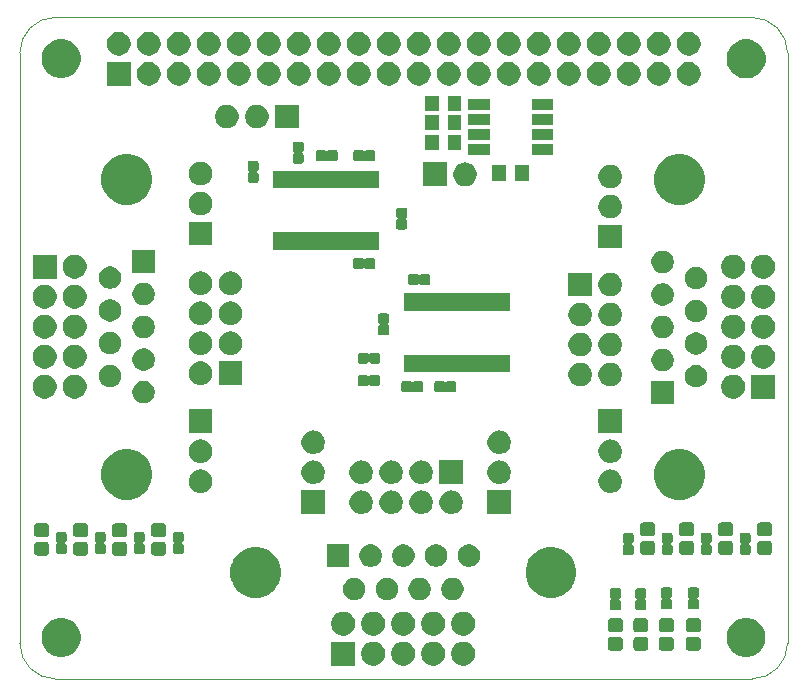
<source format=gbr>
G04 #@! TF.GenerationSoftware,KiCad,Pcbnew,5.1.5+dfsg1-2build2*
G04 #@! TF.CreationDate,2021-09-09T19:15:16+02:00*
G04 #@! TF.ProjectId,RPi_V24,5250695f-5632-4342-9e6b-696361645f70,1*
G04 #@! TF.SameCoordinates,Original*
G04 #@! TF.FileFunction,Soldermask,Top*
G04 #@! TF.FilePolarity,Negative*
%FSLAX46Y46*%
G04 Gerber Fmt 4.6, Leading zero omitted, Abs format (unit mm)*
G04 Created by KiCad (PCBNEW 5.1.5+dfsg1-2build2) date 2021-09-09 19:15:16*
%MOMM*%
%LPD*%
G04 APERTURE LIST*
%ADD10C,0.100000*%
G04 APERTURE END LIST*
D10*
X78546356Y-63817611D02*
X78546356Y-113817611D01*
X78546356Y-63817611D02*
G75*
G02X81546356Y-60817611I3000000J0D01*
G01*
X140546356Y-60817611D02*
X81546356Y-60817611D01*
X140546356Y-60817611D02*
G75*
G02X143546356Y-63817611I0J-3000000D01*
G01*
X143546247Y-113792001D02*
X143546356Y-63817611D01*
X81546356Y-116817611D02*
G75*
G02X78546356Y-113817611I0J3000000D01*
G01*
X81546356Y-116817611D02*
X140546356Y-116817611D01*
X143546247Y-113792001D02*
G75*
G02X140546356Y-116817611I-2999891J-25610D01*
G01*
G36*
X116373655Y-113706351D02*
G01*
X116558118Y-113782758D01*
X116724135Y-113893687D01*
X116865313Y-114034865D01*
X116976242Y-114200882D01*
X117052649Y-114385345D01*
X117091600Y-114581169D01*
X117091600Y-114780831D01*
X117052649Y-114976655D01*
X116976242Y-115161118D01*
X116865313Y-115327135D01*
X116724135Y-115468313D01*
X116558118Y-115579242D01*
X116373655Y-115655649D01*
X116177831Y-115694600D01*
X115978169Y-115694600D01*
X115782345Y-115655649D01*
X115597882Y-115579242D01*
X115431865Y-115468313D01*
X115290687Y-115327135D01*
X115179758Y-115161118D01*
X115103351Y-114976655D01*
X115064400Y-114780831D01*
X115064400Y-114581169D01*
X115103351Y-114385345D01*
X115179758Y-114200882D01*
X115290687Y-114034865D01*
X115431865Y-113893687D01*
X115597882Y-113782758D01*
X115782345Y-113706351D01*
X115978169Y-113667400D01*
X116177831Y-113667400D01*
X116373655Y-113706351D01*
G37*
G36*
X111293655Y-113706351D02*
G01*
X111478118Y-113782758D01*
X111644135Y-113893687D01*
X111785313Y-114034865D01*
X111896242Y-114200882D01*
X111972649Y-114385345D01*
X112011600Y-114581169D01*
X112011600Y-114780831D01*
X111972649Y-114976655D01*
X111896242Y-115161118D01*
X111785313Y-115327135D01*
X111644135Y-115468313D01*
X111478118Y-115579242D01*
X111293655Y-115655649D01*
X111097831Y-115694600D01*
X110898169Y-115694600D01*
X110702345Y-115655649D01*
X110517882Y-115579242D01*
X110351865Y-115468313D01*
X110210687Y-115327135D01*
X110099758Y-115161118D01*
X110023351Y-114976655D01*
X109984400Y-114780831D01*
X109984400Y-114581169D01*
X110023351Y-114385345D01*
X110099758Y-114200882D01*
X110210687Y-114034865D01*
X110351865Y-113893687D01*
X110517882Y-113782758D01*
X110702345Y-113706351D01*
X110898169Y-113667400D01*
X111097831Y-113667400D01*
X111293655Y-113706351D01*
G37*
G36*
X113833655Y-113706351D02*
G01*
X114018118Y-113782758D01*
X114184135Y-113893687D01*
X114325313Y-114034865D01*
X114436242Y-114200882D01*
X114512649Y-114385345D01*
X114551600Y-114581169D01*
X114551600Y-114780831D01*
X114512649Y-114976655D01*
X114436242Y-115161118D01*
X114325313Y-115327135D01*
X114184135Y-115468313D01*
X114018118Y-115579242D01*
X113833655Y-115655649D01*
X113637831Y-115694600D01*
X113438169Y-115694600D01*
X113242345Y-115655649D01*
X113057882Y-115579242D01*
X112891865Y-115468313D01*
X112750687Y-115327135D01*
X112639758Y-115161118D01*
X112563351Y-114976655D01*
X112524400Y-114780831D01*
X112524400Y-114581169D01*
X112563351Y-114385345D01*
X112639758Y-114200882D01*
X112750687Y-114034865D01*
X112891865Y-113893687D01*
X113057882Y-113782758D01*
X113242345Y-113706351D01*
X113438169Y-113667400D01*
X113637831Y-113667400D01*
X113833655Y-113706351D01*
G37*
G36*
X106931600Y-115694600D02*
G01*
X104904400Y-115694600D01*
X104904400Y-113667400D01*
X106931600Y-113667400D01*
X106931600Y-115694600D01*
G37*
G36*
X108753655Y-113706351D02*
G01*
X108938118Y-113782758D01*
X109104135Y-113893687D01*
X109245313Y-114034865D01*
X109356242Y-114200882D01*
X109432649Y-114385345D01*
X109471600Y-114581169D01*
X109471600Y-114780831D01*
X109432649Y-114976655D01*
X109356242Y-115161118D01*
X109245313Y-115327135D01*
X109104135Y-115468313D01*
X108938118Y-115579242D01*
X108753655Y-115655649D01*
X108557831Y-115694600D01*
X108358169Y-115694600D01*
X108162345Y-115655649D01*
X107977882Y-115579242D01*
X107811865Y-115468313D01*
X107670687Y-115327135D01*
X107559758Y-115161118D01*
X107483351Y-114976655D01*
X107444400Y-114780831D01*
X107444400Y-114581169D01*
X107483351Y-114385345D01*
X107559758Y-114200882D01*
X107670687Y-114034865D01*
X107811865Y-113893687D01*
X107977882Y-113782758D01*
X108162345Y-113706351D01*
X108358169Y-113667400D01*
X108557831Y-113667400D01*
X108753655Y-113706351D01*
G37*
G36*
X82521287Y-111733408D02*
G01*
X82708733Y-111811051D01*
X82791524Y-111845344D01*
X82821568Y-111857789D01*
X83091814Y-112038361D01*
X83321639Y-112268186D01*
X83502211Y-112538432D01*
X83626592Y-112838713D01*
X83690000Y-113157489D01*
X83690000Y-113482511D01*
X83626592Y-113801287D01*
X83502211Y-114101568D01*
X83321639Y-114371814D01*
X83091814Y-114601639D01*
X82821568Y-114782211D01*
X82521287Y-114906592D01*
X82202511Y-114970000D01*
X81877489Y-114970000D01*
X81558713Y-114906592D01*
X81258432Y-114782211D01*
X80988186Y-114601639D01*
X80758361Y-114371814D01*
X80577789Y-114101568D01*
X80453408Y-113801287D01*
X80390000Y-113482511D01*
X80390000Y-113157489D01*
X80453408Y-112838713D01*
X80577789Y-112538432D01*
X80758361Y-112268186D01*
X80988186Y-112038361D01*
X81258432Y-111857789D01*
X81288477Y-111845344D01*
X81371267Y-111811051D01*
X81558713Y-111733408D01*
X81877489Y-111670000D01*
X82202511Y-111670000D01*
X82521287Y-111733408D01*
G37*
G36*
X140511287Y-111723408D02*
G01*
X140588995Y-111755596D01*
X140805666Y-111845344D01*
X140811568Y-111847789D01*
X141081814Y-112028361D01*
X141311639Y-112258186D01*
X141492211Y-112528432D01*
X141616592Y-112828713D01*
X141680000Y-113147489D01*
X141680000Y-113472511D01*
X141616592Y-113791287D01*
X141492211Y-114091568D01*
X141311639Y-114361814D01*
X141081814Y-114591639D01*
X140811568Y-114772211D01*
X140511287Y-114896592D01*
X140192511Y-114960000D01*
X139867489Y-114960000D01*
X139548713Y-114896592D01*
X139248432Y-114772211D01*
X138978186Y-114591639D01*
X138748361Y-114361814D01*
X138567789Y-114091568D01*
X138443408Y-113791287D01*
X138380000Y-113472511D01*
X138380000Y-113147489D01*
X138443408Y-112828713D01*
X138567789Y-112528432D01*
X138748361Y-112258186D01*
X138978186Y-112028361D01*
X139248432Y-111847789D01*
X139254335Y-111845344D01*
X139471005Y-111755596D01*
X139548713Y-111723408D01*
X139867489Y-111660000D01*
X140192511Y-111660000D01*
X140511287Y-111723408D01*
G37*
G36*
X135991774Y-113260773D02*
G01*
X136039636Y-113275292D01*
X136083741Y-113298866D01*
X136122404Y-113330596D01*
X136154134Y-113369259D01*
X136177708Y-113413364D01*
X136192227Y-113461226D01*
X136197500Y-113514761D01*
X136197500Y-114171239D01*
X136192227Y-114224774D01*
X136177708Y-114272636D01*
X136154134Y-114316741D01*
X136122404Y-114355404D01*
X136083741Y-114387134D01*
X136039636Y-114410708D01*
X135991774Y-114425227D01*
X135938239Y-114430500D01*
X135206761Y-114430500D01*
X135153226Y-114425227D01*
X135105364Y-114410708D01*
X135061259Y-114387134D01*
X135022596Y-114355404D01*
X134990866Y-114316741D01*
X134967292Y-114272636D01*
X134952773Y-114224774D01*
X134947500Y-114171239D01*
X134947500Y-113514761D01*
X134952773Y-113461226D01*
X134967292Y-113413364D01*
X134990866Y-113369259D01*
X135022596Y-113330596D01*
X135061259Y-113298866D01*
X135105364Y-113275292D01*
X135153226Y-113260773D01*
X135206761Y-113255500D01*
X135938239Y-113255500D01*
X135991774Y-113260773D01*
G37*
G36*
X133705774Y-113260773D02*
G01*
X133753636Y-113275292D01*
X133797741Y-113298866D01*
X133836404Y-113330596D01*
X133868134Y-113369259D01*
X133891708Y-113413364D01*
X133906227Y-113461226D01*
X133911500Y-113514761D01*
X133911500Y-114171239D01*
X133906227Y-114224774D01*
X133891708Y-114272636D01*
X133868134Y-114316741D01*
X133836404Y-114355404D01*
X133797741Y-114387134D01*
X133753636Y-114410708D01*
X133705774Y-114425227D01*
X133652239Y-114430500D01*
X132920761Y-114430500D01*
X132867226Y-114425227D01*
X132819364Y-114410708D01*
X132775259Y-114387134D01*
X132736596Y-114355404D01*
X132704866Y-114316741D01*
X132681292Y-114272636D01*
X132666773Y-114224774D01*
X132661500Y-114171239D01*
X132661500Y-113514761D01*
X132666773Y-113461226D01*
X132681292Y-113413364D01*
X132704866Y-113369259D01*
X132736596Y-113330596D01*
X132775259Y-113298866D01*
X132819364Y-113275292D01*
X132867226Y-113260773D01*
X132920761Y-113255500D01*
X133652239Y-113255500D01*
X133705774Y-113260773D01*
G37*
G36*
X131546774Y-113260773D02*
G01*
X131594636Y-113275292D01*
X131638741Y-113298866D01*
X131677404Y-113330596D01*
X131709134Y-113369259D01*
X131732708Y-113413364D01*
X131747227Y-113461226D01*
X131752500Y-113514761D01*
X131752500Y-114171239D01*
X131747227Y-114224774D01*
X131732708Y-114272636D01*
X131709134Y-114316741D01*
X131677404Y-114355404D01*
X131638741Y-114387134D01*
X131594636Y-114410708D01*
X131546774Y-114425227D01*
X131493239Y-114430500D01*
X130761761Y-114430500D01*
X130708226Y-114425227D01*
X130660364Y-114410708D01*
X130616259Y-114387134D01*
X130577596Y-114355404D01*
X130545866Y-114316741D01*
X130522292Y-114272636D01*
X130507773Y-114224774D01*
X130502500Y-114171239D01*
X130502500Y-113514761D01*
X130507773Y-113461226D01*
X130522292Y-113413364D01*
X130545866Y-113369259D01*
X130577596Y-113330596D01*
X130616259Y-113298866D01*
X130660364Y-113275292D01*
X130708226Y-113260773D01*
X130761761Y-113255500D01*
X131493239Y-113255500D01*
X131546774Y-113260773D01*
G37*
G36*
X129387774Y-113260773D02*
G01*
X129435636Y-113275292D01*
X129479741Y-113298866D01*
X129518404Y-113330596D01*
X129550134Y-113369259D01*
X129573708Y-113413364D01*
X129588227Y-113461226D01*
X129593500Y-113514761D01*
X129593500Y-114171239D01*
X129588227Y-114224774D01*
X129573708Y-114272636D01*
X129550134Y-114316741D01*
X129518404Y-114355404D01*
X129479741Y-114387134D01*
X129435636Y-114410708D01*
X129387774Y-114425227D01*
X129334239Y-114430500D01*
X128602761Y-114430500D01*
X128549226Y-114425227D01*
X128501364Y-114410708D01*
X128457259Y-114387134D01*
X128418596Y-114355404D01*
X128386866Y-114316741D01*
X128363292Y-114272636D01*
X128348773Y-114224774D01*
X128343500Y-114171239D01*
X128343500Y-113514761D01*
X128348773Y-113461226D01*
X128363292Y-113413364D01*
X128386866Y-113369259D01*
X128418596Y-113330596D01*
X128457259Y-113298866D01*
X128501364Y-113275292D01*
X128549226Y-113260773D01*
X128602761Y-113255500D01*
X129334239Y-113255500D01*
X129387774Y-113260773D01*
G37*
G36*
X116373655Y-111166351D02*
G01*
X116558118Y-111242758D01*
X116724135Y-111353687D01*
X116865313Y-111494865D01*
X116976242Y-111660882D01*
X117052649Y-111845345D01*
X117091600Y-112041169D01*
X117091600Y-112240831D01*
X117052649Y-112436655D01*
X116976242Y-112621118D01*
X116865313Y-112787135D01*
X116724135Y-112928313D01*
X116558118Y-113039242D01*
X116373655Y-113115649D01*
X116177831Y-113154600D01*
X115978169Y-113154600D01*
X115782345Y-113115649D01*
X115597882Y-113039242D01*
X115431865Y-112928313D01*
X115290687Y-112787135D01*
X115179758Y-112621118D01*
X115103351Y-112436655D01*
X115064400Y-112240831D01*
X115064400Y-112041169D01*
X115103351Y-111845345D01*
X115179758Y-111660882D01*
X115290687Y-111494865D01*
X115431865Y-111353687D01*
X115597882Y-111242758D01*
X115782345Y-111166351D01*
X115978169Y-111127400D01*
X116177831Y-111127400D01*
X116373655Y-111166351D01*
G37*
G36*
X106213655Y-111166351D02*
G01*
X106398118Y-111242758D01*
X106564135Y-111353687D01*
X106705313Y-111494865D01*
X106816242Y-111660882D01*
X106892649Y-111845345D01*
X106931600Y-112041169D01*
X106931600Y-112240831D01*
X106892649Y-112436655D01*
X106816242Y-112621118D01*
X106705313Y-112787135D01*
X106564135Y-112928313D01*
X106398118Y-113039242D01*
X106213655Y-113115649D01*
X106017831Y-113154600D01*
X105818169Y-113154600D01*
X105622345Y-113115649D01*
X105437882Y-113039242D01*
X105271865Y-112928313D01*
X105130687Y-112787135D01*
X105019758Y-112621118D01*
X104943351Y-112436655D01*
X104904400Y-112240831D01*
X104904400Y-112041169D01*
X104943351Y-111845345D01*
X105019758Y-111660882D01*
X105130687Y-111494865D01*
X105271865Y-111353687D01*
X105437882Y-111242758D01*
X105622345Y-111166351D01*
X105818169Y-111127400D01*
X106017831Y-111127400D01*
X106213655Y-111166351D01*
G37*
G36*
X108753655Y-111166351D02*
G01*
X108938118Y-111242758D01*
X109104135Y-111353687D01*
X109245313Y-111494865D01*
X109356242Y-111660882D01*
X109432649Y-111845345D01*
X109471600Y-112041169D01*
X109471600Y-112240831D01*
X109432649Y-112436655D01*
X109356242Y-112621118D01*
X109245313Y-112787135D01*
X109104135Y-112928313D01*
X108938118Y-113039242D01*
X108753655Y-113115649D01*
X108557831Y-113154600D01*
X108358169Y-113154600D01*
X108162345Y-113115649D01*
X107977882Y-113039242D01*
X107811865Y-112928313D01*
X107670687Y-112787135D01*
X107559758Y-112621118D01*
X107483351Y-112436655D01*
X107444400Y-112240831D01*
X107444400Y-112041169D01*
X107483351Y-111845345D01*
X107559758Y-111660882D01*
X107670687Y-111494865D01*
X107811865Y-111353687D01*
X107977882Y-111242758D01*
X108162345Y-111166351D01*
X108358169Y-111127400D01*
X108557831Y-111127400D01*
X108753655Y-111166351D01*
G37*
G36*
X111293655Y-111166351D02*
G01*
X111478118Y-111242758D01*
X111644135Y-111353687D01*
X111785313Y-111494865D01*
X111896242Y-111660882D01*
X111972649Y-111845345D01*
X112011600Y-112041169D01*
X112011600Y-112240831D01*
X111972649Y-112436655D01*
X111896242Y-112621118D01*
X111785313Y-112787135D01*
X111644135Y-112928313D01*
X111478118Y-113039242D01*
X111293655Y-113115649D01*
X111097831Y-113154600D01*
X110898169Y-113154600D01*
X110702345Y-113115649D01*
X110517882Y-113039242D01*
X110351865Y-112928313D01*
X110210687Y-112787135D01*
X110099758Y-112621118D01*
X110023351Y-112436655D01*
X109984400Y-112240831D01*
X109984400Y-112041169D01*
X110023351Y-111845345D01*
X110099758Y-111660882D01*
X110210687Y-111494865D01*
X110351865Y-111353687D01*
X110517882Y-111242758D01*
X110702345Y-111166351D01*
X110898169Y-111127400D01*
X111097831Y-111127400D01*
X111293655Y-111166351D01*
G37*
G36*
X113833655Y-111166351D02*
G01*
X114018118Y-111242758D01*
X114184135Y-111353687D01*
X114325313Y-111494865D01*
X114436242Y-111660882D01*
X114512649Y-111845345D01*
X114551600Y-112041169D01*
X114551600Y-112240831D01*
X114512649Y-112436655D01*
X114436242Y-112621118D01*
X114325313Y-112787135D01*
X114184135Y-112928313D01*
X114018118Y-113039242D01*
X113833655Y-113115649D01*
X113637831Y-113154600D01*
X113438169Y-113154600D01*
X113242345Y-113115649D01*
X113057882Y-113039242D01*
X112891865Y-112928313D01*
X112750687Y-112787135D01*
X112639758Y-112621118D01*
X112563351Y-112436655D01*
X112524400Y-112240831D01*
X112524400Y-112041169D01*
X112563351Y-111845345D01*
X112639758Y-111660882D01*
X112750687Y-111494865D01*
X112891865Y-111353687D01*
X113057882Y-111242758D01*
X113242345Y-111166351D01*
X113438169Y-111127400D01*
X113637831Y-111127400D01*
X113833655Y-111166351D01*
G37*
G36*
X131546774Y-111685773D02*
G01*
X131594636Y-111700292D01*
X131638741Y-111723866D01*
X131677404Y-111755596D01*
X131709134Y-111794259D01*
X131732708Y-111838364D01*
X131747227Y-111886226D01*
X131752500Y-111939761D01*
X131752500Y-112596239D01*
X131747227Y-112649774D01*
X131732708Y-112697636D01*
X131709134Y-112741741D01*
X131677404Y-112780404D01*
X131638741Y-112812134D01*
X131594636Y-112835708D01*
X131546774Y-112850227D01*
X131493239Y-112855500D01*
X130761761Y-112855500D01*
X130708226Y-112850227D01*
X130660364Y-112835708D01*
X130616259Y-112812134D01*
X130577596Y-112780404D01*
X130545866Y-112741741D01*
X130522292Y-112697636D01*
X130507773Y-112649774D01*
X130502500Y-112596239D01*
X130502500Y-111939761D01*
X130507773Y-111886226D01*
X130522292Y-111838364D01*
X130545866Y-111794259D01*
X130577596Y-111755596D01*
X130616259Y-111723866D01*
X130660364Y-111700292D01*
X130708226Y-111685773D01*
X130761761Y-111680500D01*
X131493239Y-111680500D01*
X131546774Y-111685773D01*
G37*
G36*
X135991774Y-111685773D02*
G01*
X136039636Y-111700292D01*
X136083741Y-111723866D01*
X136122404Y-111755596D01*
X136154134Y-111794259D01*
X136177708Y-111838364D01*
X136192227Y-111886226D01*
X136197500Y-111939761D01*
X136197500Y-112596239D01*
X136192227Y-112649774D01*
X136177708Y-112697636D01*
X136154134Y-112741741D01*
X136122404Y-112780404D01*
X136083741Y-112812134D01*
X136039636Y-112835708D01*
X135991774Y-112850227D01*
X135938239Y-112855500D01*
X135206761Y-112855500D01*
X135153226Y-112850227D01*
X135105364Y-112835708D01*
X135061259Y-112812134D01*
X135022596Y-112780404D01*
X134990866Y-112741741D01*
X134967292Y-112697636D01*
X134952773Y-112649774D01*
X134947500Y-112596239D01*
X134947500Y-111939761D01*
X134952773Y-111886226D01*
X134967292Y-111838364D01*
X134990866Y-111794259D01*
X135022596Y-111755596D01*
X135061259Y-111723866D01*
X135105364Y-111700292D01*
X135153226Y-111685773D01*
X135206761Y-111680500D01*
X135938239Y-111680500D01*
X135991774Y-111685773D01*
G37*
G36*
X133705774Y-111685773D02*
G01*
X133753636Y-111700292D01*
X133797741Y-111723866D01*
X133836404Y-111755596D01*
X133868134Y-111794259D01*
X133891708Y-111838364D01*
X133906227Y-111886226D01*
X133911500Y-111939761D01*
X133911500Y-112596239D01*
X133906227Y-112649774D01*
X133891708Y-112697636D01*
X133868134Y-112741741D01*
X133836404Y-112780404D01*
X133797741Y-112812134D01*
X133753636Y-112835708D01*
X133705774Y-112850227D01*
X133652239Y-112855500D01*
X132920761Y-112855500D01*
X132867226Y-112850227D01*
X132819364Y-112835708D01*
X132775259Y-112812134D01*
X132736596Y-112780404D01*
X132704866Y-112741741D01*
X132681292Y-112697636D01*
X132666773Y-112649774D01*
X132661500Y-112596239D01*
X132661500Y-111939761D01*
X132666773Y-111886226D01*
X132681292Y-111838364D01*
X132704866Y-111794259D01*
X132736596Y-111755596D01*
X132775259Y-111723866D01*
X132819364Y-111700292D01*
X132867226Y-111685773D01*
X132920761Y-111680500D01*
X133652239Y-111680500D01*
X133705774Y-111685773D01*
G37*
G36*
X129387774Y-111685773D02*
G01*
X129435636Y-111700292D01*
X129479741Y-111723866D01*
X129518404Y-111755596D01*
X129550134Y-111794259D01*
X129573708Y-111838364D01*
X129588227Y-111886226D01*
X129593500Y-111939761D01*
X129593500Y-112596239D01*
X129588227Y-112649774D01*
X129573708Y-112697636D01*
X129550134Y-112741741D01*
X129518404Y-112780404D01*
X129479741Y-112812134D01*
X129435636Y-112835708D01*
X129387774Y-112850227D01*
X129334239Y-112855500D01*
X128602761Y-112855500D01*
X128549226Y-112850227D01*
X128501364Y-112835708D01*
X128457259Y-112812134D01*
X128418596Y-112780404D01*
X128386866Y-112741741D01*
X128363292Y-112697636D01*
X128348773Y-112649774D01*
X128343500Y-112596239D01*
X128343500Y-111939761D01*
X128348773Y-111886226D01*
X128363292Y-111838364D01*
X128386866Y-111794259D01*
X128418596Y-111755596D01*
X128457259Y-111723866D01*
X128501364Y-111700292D01*
X128549226Y-111685773D01*
X128602761Y-111680500D01*
X129334239Y-111680500D01*
X129387774Y-111685773D01*
G37*
G36*
X131449124Y-109157404D02*
G01*
X131483617Y-109167867D01*
X131515408Y-109184860D01*
X131543272Y-109207728D01*
X131566140Y-109235592D01*
X131583133Y-109267383D01*
X131593596Y-109301876D01*
X131597500Y-109341511D01*
X131597500Y-109855489D01*
X131593596Y-109895124D01*
X131583133Y-109929617D01*
X131566140Y-109961408D01*
X131543272Y-109989272D01*
X131515406Y-110012142D01*
X131508123Y-110016035D01*
X131495654Y-110024366D01*
X131485051Y-110034971D01*
X131476719Y-110047440D01*
X131470981Y-110061295D01*
X131468055Y-110076003D01*
X131468056Y-110091000D01*
X131470981Y-110105708D01*
X131476721Y-110119563D01*
X131485052Y-110132032D01*
X131495657Y-110142635D01*
X131508123Y-110150965D01*
X131515406Y-110154858D01*
X131543272Y-110177728D01*
X131566140Y-110205592D01*
X131583133Y-110237383D01*
X131593596Y-110271876D01*
X131597500Y-110311511D01*
X131597500Y-110825489D01*
X131593596Y-110865124D01*
X131583133Y-110899617D01*
X131566140Y-110931408D01*
X131543272Y-110959272D01*
X131515408Y-110982140D01*
X131483617Y-110999133D01*
X131449124Y-111009596D01*
X131409489Y-111013500D01*
X130845511Y-111013500D01*
X130805876Y-111009596D01*
X130771383Y-110999133D01*
X130739592Y-110982140D01*
X130711728Y-110959272D01*
X130688860Y-110931408D01*
X130671867Y-110899617D01*
X130661404Y-110865124D01*
X130657500Y-110825489D01*
X130657500Y-110311511D01*
X130661404Y-110271876D01*
X130671867Y-110237383D01*
X130688860Y-110205592D01*
X130711728Y-110177728D01*
X130739594Y-110154858D01*
X130746877Y-110150965D01*
X130759346Y-110142634D01*
X130769949Y-110132029D01*
X130778281Y-110119560D01*
X130784019Y-110105705D01*
X130786945Y-110090997D01*
X130786944Y-110076000D01*
X130784019Y-110061292D01*
X130778279Y-110047437D01*
X130769948Y-110034968D01*
X130759343Y-110024365D01*
X130746877Y-110016035D01*
X130739594Y-110012142D01*
X130711728Y-109989272D01*
X130688860Y-109961408D01*
X130671867Y-109929617D01*
X130661404Y-109895124D01*
X130657500Y-109855489D01*
X130657500Y-109341511D01*
X130661404Y-109301876D01*
X130671867Y-109267383D01*
X130688860Y-109235592D01*
X130711728Y-109207728D01*
X130739592Y-109184860D01*
X130771383Y-109167867D01*
X130805876Y-109157404D01*
X130845511Y-109153500D01*
X131409489Y-109153500D01*
X131449124Y-109157404D01*
G37*
G36*
X129290124Y-109157404D02*
G01*
X129324617Y-109167867D01*
X129356408Y-109184860D01*
X129384272Y-109207728D01*
X129407140Y-109235592D01*
X129424133Y-109267383D01*
X129434596Y-109301876D01*
X129438500Y-109341511D01*
X129438500Y-109855489D01*
X129434596Y-109895124D01*
X129424133Y-109929617D01*
X129407140Y-109961408D01*
X129384272Y-109989272D01*
X129356406Y-110012142D01*
X129349123Y-110016035D01*
X129336654Y-110024366D01*
X129326051Y-110034971D01*
X129317719Y-110047440D01*
X129311981Y-110061295D01*
X129309055Y-110076003D01*
X129309056Y-110091000D01*
X129311981Y-110105708D01*
X129317721Y-110119563D01*
X129326052Y-110132032D01*
X129336657Y-110142635D01*
X129349123Y-110150965D01*
X129356406Y-110154858D01*
X129384272Y-110177728D01*
X129407140Y-110205592D01*
X129424133Y-110237383D01*
X129434596Y-110271876D01*
X129438500Y-110311511D01*
X129438500Y-110825489D01*
X129434596Y-110865124D01*
X129424133Y-110899617D01*
X129407140Y-110931408D01*
X129384272Y-110959272D01*
X129356408Y-110982140D01*
X129324617Y-110999133D01*
X129290124Y-111009596D01*
X129250489Y-111013500D01*
X128686511Y-111013500D01*
X128646876Y-111009596D01*
X128612383Y-110999133D01*
X128580592Y-110982140D01*
X128552728Y-110959272D01*
X128529860Y-110931408D01*
X128512867Y-110899617D01*
X128502404Y-110865124D01*
X128498500Y-110825489D01*
X128498500Y-110311511D01*
X128502404Y-110271876D01*
X128512867Y-110237383D01*
X128529860Y-110205592D01*
X128552728Y-110177728D01*
X128580594Y-110154858D01*
X128587877Y-110150965D01*
X128600346Y-110142634D01*
X128610949Y-110132029D01*
X128619281Y-110119560D01*
X128625019Y-110105705D01*
X128627945Y-110090997D01*
X128627944Y-110076000D01*
X128625019Y-110061292D01*
X128619279Y-110047437D01*
X128610948Y-110034968D01*
X128600343Y-110024365D01*
X128587877Y-110016035D01*
X128580594Y-110012142D01*
X128552728Y-109989272D01*
X128529860Y-109961408D01*
X128512867Y-109929617D01*
X128502404Y-109895124D01*
X128498500Y-109855489D01*
X128498500Y-109341511D01*
X128502404Y-109301876D01*
X128512867Y-109267383D01*
X128529860Y-109235592D01*
X128552728Y-109207728D01*
X128580592Y-109184860D01*
X128612383Y-109167867D01*
X128646876Y-109157404D01*
X128686511Y-109153500D01*
X129250489Y-109153500D01*
X129290124Y-109157404D01*
G37*
G36*
X133608124Y-109081404D02*
G01*
X133642617Y-109091867D01*
X133674408Y-109108860D01*
X133702272Y-109131728D01*
X133725140Y-109159592D01*
X133742133Y-109191383D01*
X133752596Y-109225876D01*
X133756500Y-109265511D01*
X133756500Y-109779489D01*
X133752596Y-109819124D01*
X133742133Y-109853617D01*
X133725140Y-109885408D01*
X133702272Y-109913272D01*
X133674406Y-109936142D01*
X133667123Y-109940035D01*
X133654654Y-109948366D01*
X133644051Y-109958971D01*
X133635719Y-109971440D01*
X133629981Y-109985295D01*
X133627055Y-110000003D01*
X133627056Y-110015000D01*
X133629981Y-110029708D01*
X133635721Y-110043563D01*
X133644052Y-110056032D01*
X133654657Y-110066635D01*
X133667123Y-110074965D01*
X133674406Y-110078858D01*
X133702272Y-110101728D01*
X133725140Y-110129592D01*
X133742133Y-110161383D01*
X133752596Y-110195876D01*
X133756500Y-110235511D01*
X133756500Y-110749489D01*
X133752596Y-110789124D01*
X133742133Y-110823617D01*
X133725140Y-110855408D01*
X133702272Y-110883272D01*
X133674408Y-110906140D01*
X133642617Y-110923133D01*
X133608124Y-110933596D01*
X133568489Y-110937500D01*
X133004511Y-110937500D01*
X132964876Y-110933596D01*
X132930383Y-110923133D01*
X132898592Y-110906140D01*
X132870728Y-110883272D01*
X132847860Y-110855408D01*
X132830867Y-110823617D01*
X132820404Y-110789124D01*
X132816500Y-110749489D01*
X132816500Y-110235511D01*
X132820404Y-110195876D01*
X132830867Y-110161383D01*
X132847860Y-110129592D01*
X132870728Y-110101728D01*
X132898594Y-110078858D01*
X132905877Y-110074965D01*
X132918346Y-110066634D01*
X132928949Y-110056029D01*
X132937281Y-110043560D01*
X132943019Y-110029705D01*
X132945945Y-110014997D01*
X132945944Y-110000000D01*
X132943019Y-109985292D01*
X132937279Y-109971437D01*
X132928948Y-109958968D01*
X132918343Y-109948365D01*
X132905877Y-109940035D01*
X132898594Y-109936142D01*
X132870728Y-109913272D01*
X132847860Y-109885408D01*
X132830867Y-109853617D01*
X132820404Y-109819124D01*
X132816500Y-109779489D01*
X132816500Y-109265511D01*
X132820404Y-109225876D01*
X132830867Y-109191383D01*
X132847860Y-109159592D01*
X132870728Y-109131728D01*
X132898592Y-109108860D01*
X132930383Y-109091867D01*
X132964876Y-109081404D01*
X133004511Y-109077500D01*
X133568489Y-109077500D01*
X133608124Y-109081404D01*
G37*
G36*
X135894124Y-109081404D02*
G01*
X135928617Y-109091867D01*
X135960408Y-109108860D01*
X135988272Y-109131728D01*
X136011140Y-109159592D01*
X136028133Y-109191383D01*
X136038596Y-109225876D01*
X136042500Y-109265511D01*
X136042500Y-109779489D01*
X136038596Y-109819124D01*
X136028133Y-109853617D01*
X136011140Y-109885408D01*
X135988272Y-109913272D01*
X135960406Y-109936142D01*
X135953123Y-109940035D01*
X135940654Y-109948366D01*
X135930051Y-109958971D01*
X135921719Y-109971440D01*
X135915981Y-109985295D01*
X135913055Y-110000003D01*
X135913056Y-110015000D01*
X135915981Y-110029708D01*
X135921721Y-110043563D01*
X135930052Y-110056032D01*
X135940657Y-110066635D01*
X135953123Y-110074965D01*
X135960406Y-110078858D01*
X135988272Y-110101728D01*
X136011140Y-110129592D01*
X136028133Y-110161383D01*
X136038596Y-110195876D01*
X136042500Y-110235511D01*
X136042500Y-110749489D01*
X136038596Y-110789124D01*
X136028133Y-110823617D01*
X136011140Y-110855408D01*
X135988272Y-110883272D01*
X135960408Y-110906140D01*
X135928617Y-110923133D01*
X135894124Y-110933596D01*
X135854489Y-110937500D01*
X135290511Y-110937500D01*
X135250876Y-110933596D01*
X135216383Y-110923133D01*
X135184592Y-110906140D01*
X135156728Y-110883272D01*
X135133860Y-110855408D01*
X135116867Y-110823617D01*
X135106404Y-110789124D01*
X135102500Y-110749489D01*
X135102500Y-110235511D01*
X135106404Y-110195876D01*
X135116867Y-110161383D01*
X135133860Y-110129592D01*
X135156728Y-110101728D01*
X135184594Y-110078858D01*
X135191877Y-110074965D01*
X135204346Y-110066634D01*
X135214949Y-110056029D01*
X135223281Y-110043560D01*
X135229019Y-110029705D01*
X135231945Y-110014997D01*
X135231944Y-110000000D01*
X135229019Y-109985292D01*
X135223279Y-109971437D01*
X135214948Y-109958968D01*
X135204343Y-109948365D01*
X135191877Y-109940035D01*
X135184594Y-109936142D01*
X135156728Y-109913272D01*
X135133860Y-109885408D01*
X135116867Y-109853617D01*
X135106404Y-109819124D01*
X135102500Y-109779489D01*
X135102500Y-109265511D01*
X135106404Y-109225876D01*
X135116867Y-109191383D01*
X135133860Y-109159592D01*
X135156728Y-109131728D01*
X135184592Y-109108860D01*
X135216383Y-109091867D01*
X135250876Y-109081404D01*
X135290511Y-109077500D01*
X135854489Y-109077500D01*
X135894124Y-109081404D01*
G37*
G36*
X107135605Y-108307508D02*
G01*
X107308494Y-108379121D01*
X107464090Y-108483087D01*
X107596413Y-108615410D01*
X107700379Y-108771006D01*
X107771992Y-108943895D01*
X107808500Y-109127433D01*
X107808500Y-109314567D01*
X107771992Y-109498105D01*
X107700379Y-109670994D01*
X107596413Y-109826590D01*
X107464090Y-109958913D01*
X107308494Y-110062879D01*
X107308493Y-110062880D01*
X107308492Y-110062880D01*
X107279316Y-110074965D01*
X107135605Y-110134492D01*
X106952067Y-110171000D01*
X106764933Y-110171000D01*
X106581395Y-110134492D01*
X106437684Y-110074965D01*
X106408508Y-110062880D01*
X106408507Y-110062880D01*
X106408506Y-110062879D01*
X106252910Y-109958913D01*
X106120587Y-109826590D01*
X106016621Y-109670994D01*
X105945008Y-109498105D01*
X105908500Y-109314567D01*
X105908500Y-109127433D01*
X105945008Y-108943895D01*
X106016621Y-108771006D01*
X106120587Y-108615410D01*
X106252910Y-108483087D01*
X106408506Y-108379121D01*
X106581395Y-108307508D01*
X106764933Y-108271000D01*
X106952067Y-108271000D01*
X107135605Y-108307508D01*
G37*
G36*
X115445605Y-108307508D02*
G01*
X115618494Y-108379121D01*
X115774090Y-108483087D01*
X115906413Y-108615410D01*
X116010379Y-108771006D01*
X116081992Y-108943895D01*
X116118500Y-109127433D01*
X116118500Y-109314567D01*
X116081992Y-109498105D01*
X116010379Y-109670994D01*
X115906413Y-109826590D01*
X115774090Y-109958913D01*
X115618494Y-110062879D01*
X115618493Y-110062880D01*
X115618492Y-110062880D01*
X115589316Y-110074965D01*
X115445605Y-110134492D01*
X115262067Y-110171000D01*
X115074933Y-110171000D01*
X114891395Y-110134492D01*
X114747684Y-110074965D01*
X114718508Y-110062880D01*
X114718507Y-110062880D01*
X114718506Y-110062879D01*
X114562910Y-109958913D01*
X114430587Y-109826590D01*
X114326621Y-109670994D01*
X114255008Y-109498105D01*
X114218500Y-109314567D01*
X114218500Y-109127433D01*
X114255008Y-108943895D01*
X114326621Y-108771006D01*
X114430587Y-108615410D01*
X114562910Y-108483087D01*
X114718506Y-108379121D01*
X114891395Y-108307508D01*
X115074933Y-108271000D01*
X115262067Y-108271000D01*
X115445605Y-108307508D01*
G37*
G36*
X112675605Y-108307508D02*
G01*
X112848494Y-108379121D01*
X113004090Y-108483087D01*
X113136413Y-108615410D01*
X113240379Y-108771006D01*
X113311992Y-108943895D01*
X113348500Y-109127433D01*
X113348500Y-109314567D01*
X113311992Y-109498105D01*
X113240379Y-109670994D01*
X113136413Y-109826590D01*
X113004090Y-109958913D01*
X112848494Y-110062879D01*
X112848493Y-110062880D01*
X112848492Y-110062880D01*
X112819316Y-110074965D01*
X112675605Y-110134492D01*
X112492067Y-110171000D01*
X112304933Y-110171000D01*
X112121395Y-110134492D01*
X111977684Y-110074965D01*
X111948508Y-110062880D01*
X111948507Y-110062880D01*
X111948506Y-110062879D01*
X111792910Y-109958913D01*
X111660587Y-109826590D01*
X111556621Y-109670994D01*
X111485008Y-109498105D01*
X111448500Y-109314567D01*
X111448500Y-109127433D01*
X111485008Y-108943895D01*
X111556621Y-108771006D01*
X111660587Y-108615410D01*
X111792910Y-108483087D01*
X111948506Y-108379121D01*
X112121395Y-108307508D01*
X112304933Y-108271000D01*
X112492067Y-108271000D01*
X112675605Y-108307508D01*
G37*
G36*
X109905605Y-108307508D02*
G01*
X110078494Y-108379121D01*
X110234090Y-108483087D01*
X110366413Y-108615410D01*
X110470379Y-108771006D01*
X110541992Y-108943895D01*
X110578500Y-109127433D01*
X110578500Y-109314567D01*
X110541992Y-109498105D01*
X110470379Y-109670994D01*
X110366413Y-109826590D01*
X110234090Y-109958913D01*
X110078494Y-110062879D01*
X110078493Y-110062880D01*
X110078492Y-110062880D01*
X110049316Y-110074965D01*
X109905605Y-110134492D01*
X109722067Y-110171000D01*
X109534933Y-110171000D01*
X109351395Y-110134492D01*
X109207684Y-110074965D01*
X109178508Y-110062880D01*
X109178507Y-110062880D01*
X109178506Y-110062879D01*
X109022910Y-109958913D01*
X108890587Y-109826590D01*
X108786621Y-109670994D01*
X108715008Y-109498105D01*
X108678500Y-109314567D01*
X108678500Y-109127433D01*
X108715008Y-108943895D01*
X108786621Y-108771006D01*
X108890587Y-108615410D01*
X109022910Y-108483087D01*
X109178506Y-108379121D01*
X109351395Y-108307508D01*
X109534933Y-108271000D01*
X109722067Y-108271000D01*
X109905605Y-108307508D01*
G37*
G36*
X99140632Y-105733623D02*
G01*
X99531907Y-105895695D01*
X99884045Y-106130986D01*
X100183514Y-106430455D01*
X100418805Y-106782593D01*
X100418806Y-106782595D01*
X100466275Y-106897195D01*
X100580877Y-107173868D01*
X100663500Y-107589243D01*
X100663500Y-108012757D01*
X100580877Y-108428132D01*
X100466275Y-108704805D01*
X100438854Y-108771006D01*
X100418805Y-108819407D01*
X100183514Y-109171545D01*
X99884045Y-109471014D01*
X99531907Y-109706305D01*
X99140632Y-109868377D01*
X98725257Y-109951000D01*
X98301743Y-109951000D01*
X97886368Y-109868377D01*
X97495093Y-109706305D01*
X97142955Y-109471014D01*
X96843486Y-109171545D01*
X96608195Y-108819407D01*
X96588147Y-108771006D01*
X96560725Y-108704805D01*
X96446123Y-108428132D01*
X96363500Y-108012757D01*
X96363500Y-107589243D01*
X96446123Y-107173868D01*
X96560725Y-106897195D01*
X96608194Y-106782595D01*
X96608195Y-106782593D01*
X96843486Y-106430455D01*
X97142955Y-106130986D01*
X97495093Y-105895695D01*
X97886368Y-105733623D01*
X98301743Y-105651000D01*
X98725257Y-105651000D01*
X99140632Y-105733623D01*
G37*
G36*
X124140632Y-105733623D02*
G01*
X124531907Y-105895695D01*
X124884045Y-106130986D01*
X125183514Y-106430455D01*
X125418805Y-106782593D01*
X125418806Y-106782595D01*
X125466275Y-106897195D01*
X125580877Y-107173868D01*
X125663500Y-107589243D01*
X125663500Y-108012757D01*
X125580877Y-108428132D01*
X125466275Y-108704805D01*
X125438854Y-108771006D01*
X125418805Y-108819407D01*
X125183514Y-109171545D01*
X124884045Y-109471014D01*
X124531907Y-109706305D01*
X124140632Y-109868377D01*
X123725257Y-109951000D01*
X123301743Y-109951000D01*
X122886368Y-109868377D01*
X122495093Y-109706305D01*
X122142955Y-109471014D01*
X121843486Y-109171545D01*
X121608195Y-108819407D01*
X121588147Y-108771006D01*
X121560725Y-108704805D01*
X121446123Y-108428132D01*
X121363500Y-108012757D01*
X121363500Y-107589243D01*
X121446123Y-107173868D01*
X121560725Y-106897195D01*
X121608194Y-106782595D01*
X121608195Y-106782593D01*
X121843486Y-106430455D01*
X122142955Y-106130986D01*
X122495093Y-105895695D01*
X122886368Y-105733623D01*
X123301743Y-105651000D01*
X123725257Y-105651000D01*
X124140632Y-105733623D01*
G37*
G36*
X111290605Y-105467508D02*
G01*
X111405669Y-105515169D01*
X111451158Y-105534011D01*
X111463494Y-105539121D01*
X111619090Y-105643087D01*
X111751413Y-105775410D01*
X111855379Y-105931006D01*
X111926992Y-106103895D01*
X111963500Y-106287433D01*
X111963500Y-106474567D01*
X111926992Y-106658105D01*
X111855379Y-106830994D01*
X111751413Y-106986590D01*
X111619090Y-107118913D01*
X111463494Y-107222879D01*
X111290605Y-107294492D01*
X111107067Y-107331000D01*
X110919933Y-107331000D01*
X110736395Y-107294492D01*
X110563506Y-107222879D01*
X110407910Y-107118913D01*
X110275587Y-106986590D01*
X110171621Y-106830994D01*
X110100008Y-106658105D01*
X110063500Y-106474567D01*
X110063500Y-106287433D01*
X110100008Y-106103895D01*
X110171621Y-105931006D01*
X110275587Y-105775410D01*
X110407910Y-105643087D01*
X110563506Y-105539121D01*
X110575843Y-105534011D01*
X110621331Y-105515169D01*
X110736395Y-105467508D01*
X110919933Y-105431000D01*
X111107067Y-105431000D01*
X111290605Y-105467508D01*
G37*
G36*
X108520605Y-105467508D02*
G01*
X108635669Y-105515169D01*
X108681158Y-105534011D01*
X108693494Y-105539121D01*
X108849090Y-105643087D01*
X108981413Y-105775410D01*
X109085379Y-105931006D01*
X109156992Y-106103895D01*
X109193500Y-106287433D01*
X109193500Y-106474567D01*
X109156992Y-106658105D01*
X109085379Y-106830994D01*
X108981413Y-106986590D01*
X108849090Y-107118913D01*
X108693494Y-107222879D01*
X108520605Y-107294492D01*
X108337067Y-107331000D01*
X108149933Y-107331000D01*
X107966395Y-107294492D01*
X107793506Y-107222879D01*
X107637910Y-107118913D01*
X107505587Y-106986590D01*
X107401621Y-106830994D01*
X107330008Y-106658105D01*
X107293500Y-106474567D01*
X107293500Y-106287433D01*
X107330008Y-106103895D01*
X107401621Y-105931006D01*
X107505587Y-105775410D01*
X107637910Y-105643087D01*
X107793506Y-105539121D01*
X107805843Y-105534011D01*
X107851331Y-105515169D01*
X107966395Y-105467508D01*
X108149933Y-105431000D01*
X108337067Y-105431000D01*
X108520605Y-105467508D01*
G37*
G36*
X116830605Y-105467508D02*
G01*
X116945669Y-105515169D01*
X116991158Y-105534011D01*
X117003494Y-105539121D01*
X117159090Y-105643087D01*
X117291413Y-105775410D01*
X117395379Y-105931006D01*
X117466992Y-106103895D01*
X117503500Y-106287433D01*
X117503500Y-106474567D01*
X117466992Y-106658105D01*
X117395379Y-106830994D01*
X117291413Y-106986590D01*
X117159090Y-107118913D01*
X117003494Y-107222879D01*
X116830605Y-107294492D01*
X116647067Y-107331000D01*
X116459933Y-107331000D01*
X116276395Y-107294492D01*
X116103506Y-107222879D01*
X115947910Y-107118913D01*
X115815587Y-106986590D01*
X115711621Y-106830994D01*
X115640008Y-106658105D01*
X115603500Y-106474567D01*
X115603500Y-106287433D01*
X115640008Y-106103895D01*
X115711621Y-105931006D01*
X115815587Y-105775410D01*
X115947910Y-105643087D01*
X116103506Y-105539121D01*
X116115843Y-105534011D01*
X116161331Y-105515169D01*
X116276395Y-105467508D01*
X116459933Y-105431000D01*
X116647067Y-105431000D01*
X116830605Y-105467508D01*
G37*
G36*
X106423500Y-107331000D02*
G01*
X104523500Y-107331000D01*
X104523500Y-105431000D01*
X106423500Y-105431000D01*
X106423500Y-107331000D01*
G37*
G36*
X114060605Y-105467508D02*
G01*
X114175669Y-105515169D01*
X114221158Y-105534011D01*
X114233494Y-105539121D01*
X114389090Y-105643087D01*
X114521413Y-105775410D01*
X114625379Y-105931006D01*
X114696992Y-106103895D01*
X114733500Y-106287433D01*
X114733500Y-106474567D01*
X114696992Y-106658105D01*
X114625379Y-106830994D01*
X114521413Y-106986590D01*
X114389090Y-107118913D01*
X114233494Y-107222879D01*
X114060605Y-107294492D01*
X113877067Y-107331000D01*
X113689933Y-107331000D01*
X113506395Y-107294492D01*
X113333506Y-107222879D01*
X113177910Y-107118913D01*
X113045587Y-106986590D01*
X112941621Y-106830994D01*
X112870008Y-106658105D01*
X112833500Y-106474567D01*
X112833500Y-106287433D01*
X112870008Y-106103895D01*
X112941621Y-105931006D01*
X113045587Y-105775410D01*
X113177910Y-105643087D01*
X113333506Y-105539121D01*
X113345843Y-105534011D01*
X113391331Y-105515169D01*
X113506395Y-105467508D01*
X113689933Y-105431000D01*
X113877067Y-105431000D01*
X114060605Y-105467508D01*
G37*
G36*
X87414274Y-105234273D02*
G01*
X87462136Y-105248792D01*
X87506241Y-105272366D01*
X87544904Y-105304096D01*
X87576634Y-105342759D01*
X87600208Y-105386864D01*
X87614727Y-105434726D01*
X87620000Y-105488261D01*
X87620000Y-106144739D01*
X87614727Y-106198274D01*
X87600208Y-106246136D01*
X87576634Y-106290241D01*
X87544904Y-106328904D01*
X87506241Y-106360634D01*
X87462136Y-106384208D01*
X87414274Y-106398727D01*
X87360739Y-106404000D01*
X86629261Y-106404000D01*
X86575726Y-106398727D01*
X86527864Y-106384208D01*
X86483759Y-106360634D01*
X86445096Y-106328904D01*
X86413366Y-106290241D01*
X86389792Y-106246136D01*
X86375273Y-106198274D01*
X86370000Y-106144739D01*
X86370000Y-105488261D01*
X86375273Y-105434726D01*
X86389792Y-105386864D01*
X86413366Y-105342759D01*
X86445096Y-105304096D01*
X86483759Y-105272366D01*
X86527864Y-105248792D01*
X86575726Y-105234273D01*
X86629261Y-105229000D01*
X87360739Y-105229000D01*
X87414274Y-105234273D01*
G37*
G36*
X90716274Y-105208773D02*
G01*
X90764136Y-105223292D01*
X90808241Y-105246866D01*
X90846904Y-105278596D01*
X90878634Y-105317259D01*
X90902208Y-105361364D01*
X90916727Y-105409226D01*
X90922000Y-105462761D01*
X90922000Y-106119239D01*
X90916727Y-106172774D01*
X90902208Y-106220636D01*
X90878634Y-106264741D01*
X90846904Y-106303404D01*
X90808241Y-106335134D01*
X90764136Y-106358708D01*
X90716274Y-106373227D01*
X90662739Y-106378500D01*
X89931261Y-106378500D01*
X89877726Y-106373227D01*
X89829864Y-106358708D01*
X89785759Y-106335134D01*
X89747096Y-106303404D01*
X89715366Y-106264741D01*
X89691792Y-106220636D01*
X89677273Y-106172774D01*
X89672000Y-106119239D01*
X89672000Y-105462761D01*
X89677273Y-105409226D01*
X89691792Y-105361364D01*
X89715366Y-105317259D01*
X89747096Y-105278596D01*
X89785759Y-105246866D01*
X89829864Y-105223292D01*
X89877726Y-105208773D01*
X89931261Y-105203500D01*
X90662739Y-105203500D01*
X90716274Y-105208773D01*
G37*
G36*
X80810274Y-105208773D02*
G01*
X80858136Y-105223292D01*
X80902241Y-105246866D01*
X80940904Y-105278596D01*
X80972634Y-105317259D01*
X80996208Y-105361364D01*
X81010727Y-105409226D01*
X81016000Y-105462761D01*
X81016000Y-106119239D01*
X81010727Y-106172774D01*
X80996208Y-106220636D01*
X80972634Y-106264741D01*
X80940904Y-106303404D01*
X80902241Y-106335134D01*
X80858136Y-106358708D01*
X80810274Y-106373227D01*
X80756739Y-106378500D01*
X80025261Y-106378500D01*
X79971726Y-106373227D01*
X79923864Y-106358708D01*
X79879759Y-106335134D01*
X79841096Y-106303404D01*
X79809366Y-106264741D01*
X79785792Y-106220636D01*
X79771273Y-106172774D01*
X79766000Y-106119239D01*
X79766000Y-105462761D01*
X79771273Y-105409226D01*
X79785792Y-105361364D01*
X79809366Y-105317259D01*
X79841096Y-105278596D01*
X79879759Y-105246866D01*
X79923864Y-105223292D01*
X79971726Y-105208773D01*
X80025261Y-105203500D01*
X80756739Y-105203500D01*
X80810274Y-105208773D01*
G37*
G36*
X84112274Y-105208773D02*
G01*
X84160136Y-105223292D01*
X84204241Y-105246866D01*
X84242904Y-105278596D01*
X84274634Y-105317259D01*
X84298208Y-105361364D01*
X84312727Y-105409226D01*
X84318000Y-105462761D01*
X84318000Y-106119239D01*
X84312727Y-106172774D01*
X84298208Y-106220636D01*
X84274634Y-106264741D01*
X84242904Y-106303404D01*
X84204241Y-106335134D01*
X84160136Y-106358708D01*
X84112274Y-106373227D01*
X84058739Y-106378500D01*
X83327261Y-106378500D01*
X83273726Y-106373227D01*
X83225864Y-106358708D01*
X83181759Y-106335134D01*
X83143096Y-106303404D01*
X83111366Y-106264741D01*
X83087792Y-106220636D01*
X83073273Y-106172774D01*
X83068000Y-106119239D01*
X83068000Y-105462761D01*
X83073273Y-105409226D01*
X83087792Y-105361364D01*
X83111366Y-105317259D01*
X83143096Y-105278596D01*
X83181759Y-105246866D01*
X83225864Y-105223292D01*
X83273726Y-105208773D01*
X83327261Y-105203500D01*
X84058739Y-105203500D01*
X84112274Y-105208773D01*
G37*
G36*
X130369624Y-104483904D02*
G01*
X130404117Y-104494367D01*
X130435908Y-104511360D01*
X130463772Y-104534228D01*
X130486640Y-104562092D01*
X130503633Y-104593883D01*
X130514096Y-104628376D01*
X130518000Y-104668011D01*
X130518000Y-105181989D01*
X130514096Y-105221624D01*
X130503633Y-105256117D01*
X130486640Y-105287908D01*
X130463772Y-105315772D01*
X130435906Y-105338642D01*
X130428623Y-105342535D01*
X130416154Y-105350866D01*
X130405551Y-105361471D01*
X130397219Y-105373940D01*
X130391481Y-105387795D01*
X130388555Y-105402503D01*
X130388556Y-105417500D01*
X130391481Y-105432208D01*
X130397221Y-105446063D01*
X130405552Y-105458532D01*
X130416157Y-105469135D01*
X130428623Y-105477465D01*
X130435906Y-105481358D01*
X130463772Y-105504228D01*
X130486640Y-105532092D01*
X130503633Y-105563883D01*
X130514096Y-105598376D01*
X130518000Y-105638011D01*
X130518000Y-106151989D01*
X130514096Y-106191624D01*
X130503633Y-106226117D01*
X130486640Y-106257908D01*
X130463772Y-106285772D01*
X130435908Y-106308640D01*
X130404117Y-106325633D01*
X130369624Y-106336096D01*
X130329989Y-106340000D01*
X129766011Y-106340000D01*
X129726376Y-106336096D01*
X129691883Y-106325633D01*
X129660092Y-106308640D01*
X129632228Y-106285772D01*
X129609360Y-106257908D01*
X129592367Y-106226117D01*
X129581904Y-106191624D01*
X129578000Y-106151989D01*
X129578000Y-105638011D01*
X129581904Y-105598376D01*
X129592367Y-105563883D01*
X129609360Y-105532092D01*
X129632228Y-105504228D01*
X129660094Y-105481358D01*
X129667377Y-105477465D01*
X129679846Y-105469134D01*
X129690449Y-105458529D01*
X129698781Y-105446060D01*
X129704519Y-105432205D01*
X129707445Y-105417497D01*
X129707444Y-105402500D01*
X129704519Y-105387792D01*
X129698779Y-105373937D01*
X129690448Y-105361468D01*
X129679843Y-105350865D01*
X129667377Y-105342535D01*
X129660094Y-105338642D01*
X129632228Y-105315772D01*
X129609360Y-105287908D01*
X129592367Y-105256117D01*
X129581904Y-105221624D01*
X129578000Y-105181989D01*
X129578000Y-104668011D01*
X129581904Y-104628376D01*
X129592367Y-104593883D01*
X129609360Y-104562092D01*
X129632228Y-104534228D01*
X129660092Y-104511360D01*
X129691883Y-104494367D01*
X129726376Y-104483904D01*
X129766011Y-104480000D01*
X130329989Y-104480000D01*
X130369624Y-104483904D01*
G37*
G36*
X136973624Y-104460904D02*
G01*
X137008117Y-104471367D01*
X137039908Y-104488360D01*
X137067772Y-104511228D01*
X137090640Y-104539092D01*
X137107633Y-104570883D01*
X137118096Y-104605376D01*
X137122000Y-104645011D01*
X137122000Y-105158989D01*
X137118096Y-105198624D01*
X137107633Y-105233117D01*
X137090640Y-105264908D01*
X137067772Y-105292772D01*
X137039906Y-105315642D01*
X137032623Y-105319535D01*
X137020154Y-105327866D01*
X137009551Y-105338471D01*
X137001219Y-105350940D01*
X136995481Y-105364795D01*
X136992555Y-105379503D01*
X136992556Y-105394500D01*
X136995481Y-105409208D01*
X137001221Y-105423063D01*
X137009552Y-105435532D01*
X137020157Y-105446135D01*
X137032623Y-105454465D01*
X137039906Y-105458358D01*
X137067772Y-105481228D01*
X137090640Y-105509092D01*
X137107633Y-105540883D01*
X137118096Y-105575376D01*
X137122000Y-105615011D01*
X137122000Y-106128989D01*
X137118096Y-106168624D01*
X137107633Y-106203117D01*
X137090640Y-106234908D01*
X137067772Y-106262772D01*
X137039908Y-106285640D01*
X137008117Y-106302633D01*
X136973624Y-106313096D01*
X136933989Y-106317000D01*
X136370011Y-106317000D01*
X136330376Y-106313096D01*
X136295883Y-106302633D01*
X136264092Y-106285640D01*
X136236228Y-106262772D01*
X136213360Y-106234908D01*
X136196367Y-106203117D01*
X136185904Y-106168624D01*
X136182000Y-106128989D01*
X136182000Y-105615011D01*
X136185904Y-105575376D01*
X136196367Y-105540883D01*
X136213360Y-105509092D01*
X136236228Y-105481228D01*
X136264094Y-105458358D01*
X136271377Y-105454465D01*
X136283846Y-105446134D01*
X136294449Y-105435529D01*
X136302781Y-105423060D01*
X136308519Y-105409205D01*
X136311445Y-105394497D01*
X136311444Y-105379500D01*
X136308519Y-105364792D01*
X136302779Y-105350937D01*
X136294448Y-105338468D01*
X136283843Y-105327865D01*
X136271377Y-105319535D01*
X136264094Y-105315642D01*
X136236228Y-105292772D01*
X136213360Y-105264908D01*
X136196367Y-105233117D01*
X136185904Y-105198624D01*
X136182000Y-105158989D01*
X136182000Y-104645011D01*
X136185904Y-104605376D01*
X136196367Y-104570883D01*
X136213360Y-104539092D01*
X136236228Y-104511228D01*
X136264092Y-104488360D01*
X136295883Y-104471367D01*
X136330376Y-104460904D01*
X136370011Y-104457000D01*
X136933989Y-104457000D01*
X136973624Y-104460904D01*
G37*
G36*
X140275624Y-104460904D02*
G01*
X140310117Y-104471367D01*
X140341908Y-104488360D01*
X140369772Y-104511228D01*
X140392640Y-104539092D01*
X140409633Y-104570883D01*
X140420096Y-104605376D01*
X140424000Y-104645011D01*
X140424000Y-105158989D01*
X140420096Y-105198624D01*
X140409633Y-105233117D01*
X140392640Y-105264908D01*
X140369772Y-105292772D01*
X140341906Y-105315642D01*
X140334623Y-105319535D01*
X140322154Y-105327866D01*
X140311551Y-105338471D01*
X140303219Y-105350940D01*
X140297481Y-105364795D01*
X140294555Y-105379503D01*
X140294556Y-105394500D01*
X140297481Y-105409208D01*
X140303221Y-105423063D01*
X140311552Y-105435532D01*
X140322157Y-105446135D01*
X140334623Y-105454465D01*
X140341906Y-105458358D01*
X140369772Y-105481228D01*
X140392640Y-105509092D01*
X140409633Y-105540883D01*
X140420096Y-105575376D01*
X140424000Y-105615011D01*
X140424000Y-106128989D01*
X140420096Y-106168624D01*
X140409633Y-106203117D01*
X140392640Y-106234908D01*
X140369772Y-106262772D01*
X140341908Y-106285640D01*
X140310117Y-106302633D01*
X140275624Y-106313096D01*
X140235989Y-106317000D01*
X139672011Y-106317000D01*
X139632376Y-106313096D01*
X139597883Y-106302633D01*
X139566092Y-106285640D01*
X139538228Y-106262772D01*
X139515360Y-106234908D01*
X139498367Y-106203117D01*
X139487904Y-106168624D01*
X139484000Y-106128989D01*
X139484000Y-105615011D01*
X139487904Y-105575376D01*
X139498367Y-105540883D01*
X139515360Y-105509092D01*
X139538228Y-105481228D01*
X139566094Y-105458358D01*
X139573377Y-105454465D01*
X139585846Y-105446134D01*
X139596449Y-105435529D01*
X139604781Y-105423060D01*
X139610519Y-105409205D01*
X139613445Y-105394497D01*
X139613444Y-105379500D01*
X139610519Y-105364792D01*
X139604779Y-105350937D01*
X139596448Y-105338468D01*
X139585843Y-105327865D01*
X139573377Y-105319535D01*
X139566094Y-105315642D01*
X139538228Y-105292772D01*
X139515360Y-105264908D01*
X139498367Y-105233117D01*
X139487904Y-105198624D01*
X139484000Y-105158989D01*
X139484000Y-104645011D01*
X139487904Y-104605376D01*
X139498367Y-104570883D01*
X139515360Y-104539092D01*
X139538228Y-104511228D01*
X139566092Y-104488360D01*
X139597883Y-104471367D01*
X139632376Y-104460904D01*
X139672011Y-104457000D01*
X140235989Y-104457000D01*
X140275624Y-104460904D01*
G37*
G36*
X133671624Y-104460904D02*
G01*
X133706117Y-104471367D01*
X133737908Y-104488360D01*
X133765772Y-104511228D01*
X133788640Y-104539092D01*
X133805633Y-104570883D01*
X133816096Y-104605376D01*
X133820000Y-104645011D01*
X133820000Y-105158989D01*
X133816096Y-105198624D01*
X133805633Y-105233117D01*
X133788640Y-105264908D01*
X133765772Y-105292772D01*
X133737906Y-105315642D01*
X133730623Y-105319535D01*
X133718154Y-105327866D01*
X133707551Y-105338471D01*
X133699219Y-105350940D01*
X133693481Y-105364795D01*
X133690555Y-105379503D01*
X133690556Y-105394500D01*
X133693481Y-105409208D01*
X133699221Y-105423063D01*
X133707552Y-105435532D01*
X133718157Y-105446135D01*
X133730623Y-105454465D01*
X133737906Y-105458358D01*
X133765772Y-105481228D01*
X133788640Y-105509092D01*
X133805633Y-105540883D01*
X133816096Y-105575376D01*
X133820000Y-105615011D01*
X133820000Y-106128989D01*
X133816096Y-106168624D01*
X133805633Y-106203117D01*
X133788640Y-106234908D01*
X133765772Y-106262772D01*
X133737908Y-106285640D01*
X133706117Y-106302633D01*
X133671624Y-106313096D01*
X133631989Y-106317000D01*
X133068011Y-106317000D01*
X133028376Y-106313096D01*
X132993883Y-106302633D01*
X132962092Y-106285640D01*
X132934228Y-106262772D01*
X132911360Y-106234908D01*
X132894367Y-106203117D01*
X132883904Y-106168624D01*
X132880000Y-106128989D01*
X132880000Y-105615011D01*
X132883904Y-105575376D01*
X132894367Y-105540883D01*
X132911360Y-105509092D01*
X132934228Y-105481228D01*
X132962094Y-105458358D01*
X132969377Y-105454465D01*
X132981846Y-105446134D01*
X132992449Y-105435529D01*
X133000781Y-105423060D01*
X133006519Y-105409205D01*
X133009445Y-105394497D01*
X133009444Y-105379500D01*
X133006519Y-105364792D01*
X133000779Y-105350937D01*
X132992448Y-105338468D01*
X132981843Y-105327865D01*
X132969377Y-105319535D01*
X132962094Y-105315642D01*
X132934228Y-105292772D01*
X132911360Y-105264908D01*
X132894367Y-105233117D01*
X132883904Y-105198624D01*
X132880000Y-105158989D01*
X132880000Y-104645011D01*
X132883904Y-104605376D01*
X132894367Y-104570883D01*
X132911360Y-104539092D01*
X132934228Y-104511228D01*
X132962092Y-104488360D01*
X132993883Y-104471367D01*
X133028376Y-104460904D01*
X133068011Y-104457000D01*
X133631989Y-104457000D01*
X133671624Y-104460904D01*
G37*
G36*
X132118274Y-105145273D02*
G01*
X132166136Y-105159792D01*
X132210241Y-105183366D01*
X132248904Y-105215096D01*
X132280634Y-105253759D01*
X132304208Y-105297864D01*
X132318727Y-105345726D01*
X132324000Y-105399261D01*
X132324000Y-106055739D01*
X132318727Y-106109274D01*
X132304208Y-106157136D01*
X132280634Y-106201241D01*
X132248904Y-106239904D01*
X132210241Y-106271634D01*
X132166136Y-106295208D01*
X132118274Y-106309727D01*
X132064739Y-106315000D01*
X131333261Y-106315000D01*
X131279726Y-106309727D01*
X131231864Y-106295208D01*
X131187759Y-106271634D01*
X131149096Y-106239904D01*
X131117366Y-106201241D01*
X131093792Y-106157136D01*
X131079273Y-106109274D01*
X131074000Y-106055739D01*
X131074000Y-105399261D01*
X131079273Y-105345726D01*
X131093792Y-105297864D01*
X131117366Y-105253759D01*
X131149096Y-105215096D01*
X131187759Y-105183366D01*
X131231864Y-105159792D01*
X131279726Y-105145273D01*
X131333261Y-105140000D01*
X132064739Y-105140000D01*
X132118274Y-105145273D01*
G37*
G36*
X142024274Y-105145273D02*
G01*
X142072136Y-105159792D01*
X142116241Y-105183366D01*
X142154904Y-105215096D01*
X142186634Y-105253759D01*
X142210208Y-105297864D01*
X142224727Y-105345726D01*
X142230000Y-105399261D01*
X142230000Y-106055739D01*
X142224727Y-106109274D01*
X142210208Y-106157136D01*
X142186634Y-106201241D01*
X142154904Y-106239904D01*
X142116241Y-106271634D01*
X142072136Y-106295208D01*
X142024274Y-106309727D01*
X141970739Y-106315000D01*
X141239261Y-106315000D01*
X141185726Y-106309727D01*
X141137864Y-106295208D01*
X141093759Y-106271634D01*
X141055096Y-106239904D01*
X141023366Y-106201241D01*
X140999792Y-106157136D01*
X140985273Y-106109274D01*
X140980000Y-106055739D01*
X140980000Y-105399261D01*
X140985273Y-105345726D01*
X140999792Y-105297864D01*
X141023366Y-105253759D01*
X141055096Y-105215096D01*
X141093759Y-105183366D01*
X141137864Y-105159792D01*
X141185726Y-105145273D01*
X141239261Y-105140000D01*
X141970739Y-105140000D01*
X142024274Y-105145273D01*
G37*
G36*
X138722274Y-105145273D02*
G01*
X138770136Y-105159792D01*
X138814241Y-105183366D01*
X138852904Y-105215096D01*
X138884634Y-105253759D01*
X138908208Y-105297864D01*
X138922727Y-105345726D01*
X138928000Y-105399261D01*
X138928000Y-106055739D01*
X138922727Y-106109274D01*
X138908208Y-106157136D01*
X138884634Y-106201241D01*
X138852904Y-106239904D01*
X138814241Y-106271634D01*
X138770136Y-106295208D01*
X138722274Y-106309727D01*
X138668739Y-106315000D01*
X137937261Y-106315000D01*
X137883726Y-106309727D01*
X137835864Y-106295208D01*
X137791759Y-106271634D01*
X137753096Y-106239904D01*
X137721366Y-106201241D01*
X137697792Y-106157136D01*
X137683273Y-106109274D01*
X137678000Y-106055739D01*
X137678000Y-105399261D01*
X137683273Y-105345726D01*
X137697792Y-105297864D01*
X137721366Y-105253759D01*
X137753096Y-105215096D01*
X137791759Y-105183366D01*
X137835864Y-105159792D01*
X137883726Y-105145273D01*
X137937261Y-105140000D01*
X138668739Y-105140000D01*
X138722274Y-105145273D01*
G37*
G36*
X135420274Y-105145273D02*
G01*
X135468136Y-105159792D01*
X135512241Y-105183366D01*
X135550904Y-105215096D01*
X135582634Y-105253759D01*
X135606208Y-105297864D01*
X135620727Y-105345726D01*
X135626000Y-105399261D01*
X135626000Y-106055739D01*
X135620727Y-106109274D01*
X135606208Y-106157136D01*
X135582634Y-106201241D01*
X135550904Y-106239904D01*
X135512241Y-106271634D01*
X135468136Y-106295208D01*
X135420274Y-106309727D01*
X135366739Y-106315000D01*
X134635261Y-106315000D01*
X134581726Y-106309727D01*
X134533864Y-106295208D01*
X134489759Y-106271634D01*
X134451096Y-106239904D01*
X134419366Y-106201241D01*
X134395792Y-106157136D01*
X134381273Y-106109274D01*
X134376000Y-106055739D01*
X134376000Y-105399261D01*
X134381273Y-105345726D01*
X134395792Y-105297864D01*
X134419366Y-105253759D01*
X134451096Y-105215096D01*
X134489759Y-105183366D01*
X134533864Y-105159792D01*
X134581726Y-105145273D01*
X134635261Y-105140000D01*
X135366739Y-105140000D01*
X135420274Y-105145273D01*
G37*
G36*
X92269624Y-104379904D02*
G01*
X92304117Y-104390367D01*
X92335908Y-104407360D01*
X92363772Y-104430228D01*
X92386640Y-104458092D01*
X92403633Y-104489883D01*
X92414096Y-104524376D01*
X92418000Y-104564011D01*
X92418000Y-105077989D01*
X92414096Y-105117624D01*
X92403633Y-105152117D01*
X92386640Y-105183908D01*
X92363772Y-105211772D01*
X92335906Y-105234642D01*
X92328623Y-105238535D01*
X92316154Y-105246866D01*
X92305551Y-105257471D01*
X92297219Y-105269940D01*
X92291481Y-105283795D01*
X92288555Y-105298503D01*
X92288556Y-105313500D01*
X92291481Y-105328208D01*
X92297221Y-105342063D01*
X92305552Y-105354532D01*
X92316157Y-105365135D01*
X92328623Y-105373465D01*
X92335906Y-105377358D01*
X92363772Y-105400228D01*
X92386640Y-105428092D01*
X92403633Y-105459883D01*
X92414096Y-105494376D01*
X92418000Y-105534011D01*
X92418000Y-106047989D01*
X92414096Y-106087624D01*
X92403633Y-106122117D01*
X92386640Y-106153908D01*
X92363772Y-106181772D01*
X92335908Y-106204640D01*
X92304117Y-106221633D01*
X92269624Y-106232096D01*
X92229989Y-106236000D01*
X91666011Y-106236000D01*
X91626376Y-106232096D01*
X91591883Y-106221633D01*
X91560092Y-106204640D01*
X91532228Y-106181772D01*
X91509360Y-106153908D01*
X91492367Y-106122117D01*
X91481904Y-106087624D01*
X91478000Y-106047989D01*
X91478000Y-105534011D01*
X91481904Y-105494376D01*
X91492367Y-105459883D01*
X91509360Y-105428092D01*
X91532228Y-105400228D01*
X91560094Y-105377358D01*
X91567377Y-105373465D01*
X91579846Y-105365134D01*
X91590449Y-105354529D01*
X91598781Y-105342060D01*
X91604519Y-105328205D01*
X91607445Y-105313497D01*
X91607444Y-105298500D01*
X91604519Y-105283792D01*
X91598779Y-105269937D01*
X91590448Y-105257468D01*
X91579843Y-105246865D01*
X91567377Y-105238535D01*
X91560094Y-105234642D01*
X91532228Y-105211772D01*
X91509360Y-105183908D01*
X91492367Y-105152117D01*
X91481904Y-105117624D01*
X91478000Y-105077989D01*
X91478000Y-104564011D01*
X91481904Y-104524376D01*
X91492367Y-104489883D01*
X91509360Y-104458092D01*
X91532228Y-104430228D01*
X91560092Y-104407360D01*
X91591883Y-104390367D01*
X91626376Y-104379904D01*
X91666011Y-104376000D01*
X92229989Y-104376000D01*
X92269624Y-104379904D01*
G37*
G36*
X82363624Y-104379904D02*
G01*
X82398117Y-104390367D01*
X82429908Y-104407360D01*
X82457772Y-104430228D01*
X82480640Y-104458092D01*
X82497633Y-104489883D01*
X82508096Y-104524376D01*
X82512000Y-104564011D01*
X82512000Y-105077989D01*
X82508096Y-105117624D01*
X82497633Y-105152117D01*
X82480640Y-105183908D01*
X82457772Y-105211772D01*
X82429906Y-105234642D01*
X82422623Y-105238535D01*
X82410154Y-105246866D01*
X82399551Y-105257471D01*
X82391219Y-105269940D01*
X82385481Y-105283795D01*
X82382555Y-105298503D01*
X82382556Y-105313500D01*
X82385481Y-105328208D01*
X82391221Y-105342063D01*
X82399552Y-105354532D01*
X82410157Y-105365135D01*
X82422623Y-105373465D01*
X82429906Y-105377358D01*
X82457772Y-105400228D01*
X82480640Y-105428092D01*
X82497633Y-105459883D01*
X82508096Y-105494376D01*
X82512000Y-105534011D01*
X82512000Y-106047989D01*
X82508096Y-106087624D01*
X82497633Y-106122117D01*
X82480640Y-106153908D01*
X82457772Y-106181772D01*
X82429908Y-106204640D01*
X82398117Y-106221633D01*
X82363624Y-106232096D01*
X82323989Y-106236000D01*
X81760011Y-106236000D01*
X81720376Y-106232096D01*
X81685883Y-106221633D01*
X81654092Y-106204640D01*
X81626228Y-106181772D01*
X81603360Y-106153908D01*
X81586367Y-106122117D01*
X81575904Y-106087624D01*
X81572000Y-106047989D01*
X81572000Y-105534011D01*
X81575904Y-105494376D01*
X81586367Y-105459883D01*
X81603360Y-105428092D01*
X81626228Y-105400228D01*
X81654094Y-105377358D01*
X81661377Y-105373465D01*
X81673846Y-105365134D01*
X81684449Y-105354529D01*
X81692781Y-105342060D01*
X81698519Y-105328205D01*
X81701445Y-105313497D01*
X81701444Y-105298500D01*
X81698519Y-105283792D01*
X81692779Y-105269937D01*
X81684448Y-105257468D01*
X81673843Y-105246865D01*
X81661377Y-105238535D01*
X81654094Y-105234642D01*
X81626228Y-105211772D01*
X81603360Y-105183908D01*
X81586367Y-105152117D01*
X81575904Y-105117624D01*
X81572000Y-105077989D01*
X81572000Y-104564011D01*
X81575904Y-104524376D01*
X81586367Y-104489883D01*
X81603360Y-104458092D01*
X81626228Y-104430228D01*
X81654092Y-104407360D01*
X81685883Y-104390367D01*
X81720376Y-104379904D01*
X81760011Y-104376000D01*
X82323989Y-104376000D01*
X82363624Y-104379904D01*
G37*
G36*
X85665624Y-104379904D02*
G01*
X85700117Y-104390367D01*
X85731908Y-104407360D01*
X85759772Y-104430228D01*
X85782640Y-104458092D01*
X85799633Y-104489883D01*
X85810096Y-104524376D01*
X85814000Y-104564011D01*
X85814000Y-105077989D01*
X85810096Y-105117624D01*
X85799633Y-105152117D01*
X85782640Y-105183908D01*
X85759772Y-105211772D01*
X85731906Y-105234642D01*
X85724623Y-105238535D01*
X85712154Y-105246866D01*
X85701551Y-105257471D01*
X85693219Y-105269940D01*
X85687481Y-105283795D01*
X85684555Y-105298503D01*
X85684556Y-105313500D01*
X85687481Y-105328208D01*
X85693221Y-105342063D01*
X85701552Y-105354532D01*
X85712157Y-105365135D01*
X85724623Y-105373465D01*
X85731906Y-105377358D01*
X85759772Y-105400228D01*
X85782640Y-105428092D01*
X85799633Y-105459883D01*
X85810096Y-105494376D01*
X85814000Y-105534011D01*
X85814000Y-106047989D01*
X85810096Y-106087624D01*
X85799633Y-106122117D01*
X85782640Y-106153908D01*
X85759772Y-106181772D01*
X85731908Y-106204640D01*
X85700117Y-106221633D01*
X85665624Y-106232096D01*
X85625989Y-106236000D01*
X85062011Y-106236000D01*
X85022376Y-106232096D01*
X84987883Y-106221633D01*
X84956092Y-106204640D01*
X84928228Y-106181772D01*
X84905360Y-106153908D01*
X84888367Y-106122117D01*
X84877904Y-106087624D01*
X84874000Y-106047989D01*
X84874000Y-105534011D01*
X84877904Y-105494376D01*
X84888367Y-105459883D01*
X84905360Y-105428092D01*
X84928228Y-105400228D01*
X84956094Y-105377358D01*
X84963377Y-105373465D01*
X84975846Y-105365134D01*
X84986449Y-105354529D01*
X84994781Y-105342060D01*
X85000519Y-105328205D01*
X85003445Y-105313497D01*
X85003444Y-105298500D01*
X85000519Y-105283792D01*
X84994779Y-105269937D01*
X84986448Y-105257468D01*
X84975843Y-105246865D01*
X84963377Y-105238535D01*
X84956094Y-105234642D01*
X84928228Y-105211772D01*
X84905360Y-105183908D01*
X84888367Y-105152117D01*
X84877904Y-105117624D01*
X84874000Y-105077989D01*
X84874000Y-104564011D01*
X84877904Y-104524376D01*
X84888367Y-104489883D01*
X84905360Y-104458092D01*
X84928228Y-104430228D01*
X84956092Y-104407360D01*
X84987883Y-104390367D01*
X85022376Y-104379904D01*
X85062011Y-104376000D01*
X85625989Y-104376000D01*
X85665624Y-104379904D01*
G37*
G36*
X88967624Y-104379904D02*
G01*
X89002117Y-104390367D01*
X89033908Y-104407360D01*
X89061772Y-104430228D01*
X89084640Y-104458092D01*
X89101633Y-104489883D01*
X89112096Y-104524376D01*
X89116000Y-104564011D01*
X89116000Y-105077989D01*
X89112096Y-105117624D01*
X89101633Y-105152117D01*
X89084640Y-105183908D01*
X89061772Y-105211772D01*
X89033906Y-105234642D01*
X89026623Y-105238535D01*
X89014154Y-105246866D01*
X89003551Y-105257471D01*
X88995219Y-105269940D01*
X88989481Y-105283795D01*
X88986555Y-105298503D01*
X88986556Y-105313500D01*
X88989481Y-105328208D01*
X88995221Y-105342063D01*
X89003552Y-105354532D01*
X89014157Y-105365135D01*
X89026623Y-105373465D01*
X89033906Y-105377358D01*
X89061772Y-105400228D01*
X89084640Y-105428092D01*
X89101633Y-105459883D01*
X89112096Y-105494376D01*
X89116000Y-105534011D01*
X89116000Y-106047989D01*
X89112096Y-106087624D01*
X89101633Y-106122117D01*
X89084640Y-106153908D01*
X89061772Y-106181772D01*
X89033908Y-106204640D01*
X89002117Y-106221633D01*
X88967624Y-106232096D01*
X88927989Y-106236000D01*
X88364011Y-106236000D01*
X88324376Y-106232096D01*
X88289883Y-106221633D01*
X88258092Y-106204640D01*
X88230228Y-106181772D01*
X88207360Y-106153908D01*
X88190367Y-106122117D01*
X88179904Y-106087624D01*
X88176000Y-106047989D01*
X88176000Y-105534011D01*
X88179904Y-105494376D01*
X88190367Y-105459883D01*
X88207360Y-105428092D01*
X88230228Y-105400228D01*
X88258094Y-105377358D01*
X88265377Y-105373465D01*
X88277846Y-105365134D01*
X88288449Y-105354529D01*
X88296781Y-105342060D01*
X88302519Y-105328205D01*
X88305445Y-105313497D01*
X88305444Y-105298500D01*
X88302519Y-105283792D01*
X88296779Y-105269937D01*
X88288448Y-105257468D01*
X88277843Y-105246865D01*
X88265377Y-105238535D01*
X88258094Y-105234642D01*
X88230228Y-105211772D01*
X88207360Y-105183908D01*
X88190367Y-105152117D01*
X88179904Y-105117624D01*
X88176000Y-105077989D01*
X88176000Y-104564011D01*
X88179904Y-104524376D01*
X88190367Y-104489883D01*
X88207360Y-104458092D01*
X88230228Y-104430228D01*
X88258092Y-104407360D01*
X88289883Y-104390367D01*
X88324376Y-104379904D01*
X88364011Y-104376000D01*
X88927989Y-104376000D01*
X88967624Y-104379904D01*
G37*
G36*
X87414274Y-103659273D02*
G01*
X87462136Y-103673792D01*
X87506241Y-103697366D01*
X87544904Y-103729096D01*
X87576634Y-103767759D01*
X87600208Y-103811864D01*
X87614727Y-103859726D01*
X87620000Y-103913261D01*
X87620000Y-104569739D01*
X87614727Y-104623274D01*
X87600208Y-104671136D01*
X87576634Y-104715241D01*
X87544904Y-104753904D01*
X87506241Y-104785634D01*
X87462136Y-104809208D01*
X87414274Y-104823727D01*
X87360739Y-104829000D01*
X86629261Y-104829000D01*
X86575726Y-104823727D01*
X86527864Y-104809208D01*
X86483759Y-104785634D01*
X86445096Y-104753904D01*
X86413366Y-104715241D01*
X86389792Y-104671136D01*
X86375273Y-104623274D01*
X86370000Y-104569739D01*
X86370000Y-103913261D01*
X86375273Y-103859726D01*
X86389792Y-103811864D01*
X86413366Y-103767759D01*
X86445096Y-103729096D01*
X86483759Y-103697366D01*
X86527864Y-103673792D01*
X86575726Y-103659273D01*
X86629261Y-103654000D01*
X87360739Y-103654000D01*
X87414274Y-103659273D01*
G37*
G36*
X90716274Y-103633773D02*
G01*
X90764136Y-103648292D01*
X90808241Y-103671866D01*
X90846904Y-103703596D01*
X90878634Y-103742259D01*
X90902208Y-103786364D01*
X90916727Y-103834226D01*
X90922000Y-103887761D01*
X90922000Y-104544239D01*
X90916727Y-104597774D01*
X90902208Y-104645636D01*
X90878634Y-104689741D01*
X90846904Y-104728404D01*
X90808241Y-104760134D01*
X90764136Y-104783708D01*
X90716274Y-104798227D01*
X90662739Y-104803500D01*
X89931261Y-104803500D01*
X89877726Y-104798227D01*
X89829864Y-104783708D01*
X89785759Y-104760134D01*
X89747096Y-104728404D01*
X89715366Y-104689741D01*
X89691792Y-104645636D01*
X89677273Y-104597774D01*
X89672000Y-104544239D01*
X89672000Y-103887761D01*
X89677273Y-103834226D01*
X89691792Y-103786364D01*
X89715366Y-103742259D01*
X89747096Y-103703596D01*
X89785759Y-103671866D01*
X89829864Y-103648292D01*
X89877726Y-103633773D01*
X89931261Y-103628500D01*
X90662739Y-103628500D01*
X90716274Y-103633773D01*
G37*
G36*
X84112274Y-103633773D02*
G01*
X84160136Y-103648292D01*
X84204241Y-103671866D01*
X84242904Y-103703596D01*
X84274634Y-103742259D01*
X84298208Y-103786364D01*
X84312727Y-103834226D01*
X84318000Y-103887761D01*
X84318000Y-104544239D01*
X84312727Y-104597774D01*
X84298208Y-104645636D01*
X84274634Y-104689741D01*
X84242904Y-104728404D01*
X84204241Y-104760134D01*
X84160136Y-104783708D01*
X84112274Y-104798227D01*
X84058739Y-104803500D01*
X83327261Y-104803500D01*
X83273726Y-104798227D01*
X83225864Y-104783708D01*
X83181759Y-104760134D01*
X83143096Y-104728404D01*
X83111366Y-104689741D01*
X83087792Y-104645636D01*
X83073273Y-104597774D01*
X83068000Y-104544239D01*
X83068000Y-103887761D01*
X83073273Y-103834226D01*
X83087792Y-103786364D01*
X83111366Y-103742259D01*
X83143096Y-103703596D01*
X83181759Y-103671866D01*
X83225864Y-103648292D01*
X83273726Y-103633773D01*
X83327261Y-103628500D01*
X84058739Y-103628500D01*
X84112274Y-103633773D01*
G37*
G36*
X80810274Y-103633773D02*
G01*
X80858136Y-103648292D01*
X80902241Y-103671866D01*
X80940904Y-103703596D01*
X80972634Y-103742259D01*
X80996208Y-103786364D01*
X81010727Y-103834226D01*
X81016000Y-103887761D01*
X81016000Y-104544239D01*
X81010727Y-104597774D01*
X80996208Y-104645636D01*
X80972634Y-104689741D01*
X80940904Y-104728404D01*
X80902241Y-104760134D01*
X80858136Y-104783708D01*
X80810274Y-104798227D01*
X80756739Y-104803500D01*
X80025261Y-104803500D01*
X79971726Y-104798227D01*
X79923864Y-104783708D01*
X79879759Y-104760134D01*
X79841096Y-104728404D01*
X79809366Y-104689741D01*
X79785792Y-104645636D01*
X79771273Y-104597774D01*
X79766000Y-104544239D01*
X79766000Y-103887761D01*
X79771273Y-103834226D01*
X79785792Y-103786364D01*
X79809366Y-103742259D01*
X79841096Y-103703596D01*
X79879759Y-103671866D01*
X79923864Y-103648292D01*
X79971726Y-103633773D01*
X80025261Y-103628500D01*
X80756739Y-103628500D01*
X80810274Y-103633773D01*
G37*
G36*
X135420274Y-103570273D02*
G01*
X135468136Y-103584792D01*
X135512241Y-103608366D01*
X135550904Y-103640096D01*
X135582634Y-103678759D01*
X135606208Y-103722864D01*
X135620727Y-103770726D01*
X135626000Y-103824261D01*
X135626000Y-104480739D01*
X135620727Y-104534274D01*
X135606208Y-104582136D01*
X135582634Y-104626241D01*
X135550904Y-104664904D01*
X135512241Y-104696634D01*
X135468136Y-104720208D01*
X135420274Y-104734727D01*
X135366739Y-104740000D01*
X134635261Y-104740000D01*
X134581726Y-104734727D01*
X134533864Y-104720208D01*
X134489759Y-104696634D01*
X134451096Y-104664904D01*
X134419366Y-104626241D01*
X134395792Y-104582136D01*
X134381273Y-104534274D01*
X134376000Y-104480739D01*
X134376000Y-103824261D01*
X134381273Y-103770726D01*
X134395792Y-103722864D01*
X134419366Y-103678759D01*
X134451096Y-103640096D01*
X134489759Y-103608366D01*
X134533864Y-103584792D01*
X134581726Y-103570273D01*
X134635261Y-103565000D01*
X135366739Y-103565000D01*
X135420274Y-103570273D01*
G37*
G36*
X138722274Y-103570273D02*
G01*
X138770136Y-103584792D01*
X138814241Y-103608366D01*
X138852904Y-103640096D01*
X138884634Y-103678759D01*
X138908208Y-103722864D01*
X138922727Y-103770726D01*
X138928000Y-103824261D01*
X138928000Y-104480739D01*
X138922727Y-104534274D01*
X138908208Y-104582136D01*
X138884634Y-104626241D01*
X138852904Y-104664904D01*
X138814241Y-104696634D01*
X138770136Y-104720208D01*
X138722274Y-104734727D01*
X138668739Y-104740000D01*
X137937261Y-104740000D01*
X137883726Y-104734727D01*
X137835864Y-104720208D01*
X137791759Y-104696634D01*
X137753096Y-104664904D01*
X137721366Y-104626241D01*
X137697792Y-104582136D01*
X137683273Y-104534274D01*
X137678000Y-104480739D01*
X137678000Y-103824261D01*
X137683273Y-103770726D01*
X137697792Y-103722864D01*
X137721366Y-103678759D01*
X137753096Y-103640096D01*
X137791759Y-103608366D01*
X137835864Y-103584792D01*
X137883726Y-103570273D01*
X137937261Y-103565000D01*
X138668739Y-103565000D01*
X138722274Y-103570273D01*
G37*
G36*
X142024274Y-103570273D02*
G01*
X142072136Y-103584792D01*
X142116241Y-103608366D01*
X142154904Y-103640096D01*
X142186634Y-103678759D01*
X142210208Y-103722864D01*
X142224727Y-103770726D01*
X142230000Y-103824261D01*
X142230000Y-104480739D01*
X142224727Y-104534274D01*
X142210208Y-104582136D01*
X142186634Y-104626241D01*
X142154904Y-104664904D01*
X142116241Y-104696634D01*
X142072136Y-104720208D01*
X142024274Y-104734727D01*
X141970739Y-104740000D01*
X141239261Y-104740000D01*
X141185726Y-104734727D01*
X141137864Y-104720208D01*
X141093759Y-104696634D01*
X141055096Y-104664904D01*
X141023366Y-104626241D01*
X140999792Y-104582136D01*
X140985273Y-104534274D01*
X140980000Y-104480739D01*
X140980000Y-103824261D01*
X140985273Y-103770726D01*
X140999792Y-103722864D01*
X141023366Y-103678759D01*
X141055096Y-103640096D01*
X141093759Y-103608366D01*
X141137864Y-103584792D01*
X141185726Y-103570273D01*
X141239261Y-103565000D01*
X141970739Y-103565000D01*
X142024274Y-103570273D01*
G37*
G36*
X132118274Y-103570273D02*
G01*
X132166136Y-103584792D01*
X132210241Y-103608366D01*
X132248904Y-103640096D01*
X132280634Y-103678759D01*
X132304208Y-103722864D01*
X132318727Y-103770726D01*
X132324000Y-103824261D01*
X132324000Y-104480739D01*
X132318727Y-104534274D01*
X132304208Y-104582136D01*
X132280634Y-104626241D01*
X132248904Y-104664904D01*
X132210241Y-104696634D01*
X132166136Y-104720208D01*
X132118274Y-104734727D01*
X132064739Y-104740000D01*
X131333261Y-104740000D01*
X131279726Y-104734727D01*
X131231864Y-104720208D01*
X131187759Y-104696634D01*
X131149096Y-104664904D01*
X131117366Y-104626241D01*
X131093792Y-104582136D01*
X131079273Y-104534274D01*
X131074000Y-104480739D01*
X131074000Y-103824261D01*
X131079273Y-103770726D01*
X131093792Y-103722864D01*
X131117366Y-103678759D01*
X131149096Y-103640096D01*
X131187759Y-103608366D01*
X131231864Y-103584792D01*
X131279726Y-103570273D01*
X131333261Y-103565000D01*
X132064739Y-103565000D01*
X132118274Y-103570273D01*
G37*
G36*
X120126000Y-102854000D02*
G01*
X118126000Y-102854000D01*
X118126000Y-100854000D01*
X120126000Y-100854000D01*
X120126000Y-102854000D01*
G37*
G36*
X107637090Y-100873214D02*
G01*
X107733689Y-100892429D01*
X107915678Y-100967811D01*
X108079463Y-101077249D01*
X108218751Y-101216537D01*
X108328189Y-101380322D01*
X108403571Y-101562311D01*
X108442000Y-101755509D01*
X108442000Y-101952491D01*
X108403571Y-102145689D01*
X108328189Y-102327678D01*
X108218751Y-102491463D01*
X108079463Y-102630751D01*
X107915678Y-102740189D01*
X107733689Y-102815571D01*
X107637090Y-102834786D01*
X107540492Y-102854000D01*
X107343508Y-102854000D01*
X107246910Y-102834785D01*
X107150311Y-102815571D01*
X106968322Y-102740189D01*
X106804537Y-102630751D01*
X106665249Y-102491463D01*
X106555811Y-102327678D01*
X106480429Y-102145689D01*
X106442000Y-101952491D01*
X106442000Y-101755509D01*
X106480429Y-101562311D01*
X106555811Y-101380322D01*
X106665249Y-101216537D01*
X106804537Y-101077249D01*
X106968322Y-100967811D01*
X107150311Y-100892429D01*
X107246910Y-100873215D01*
X107343508Y-100854000D01*
X107540492Y-100854000D01*
X107637090Y-100873214D01*
G37*
G36*
X104378000Y-102854000D02*
G01*
X102378000Y-102854000D01*
X102378000Y-100854000D01*
X104378000Y-100854000D01*
X104378000Y-102854000D01*
G37*
G36*
X112717090Y-100873214D02*
G01*
X112813689Y-100892429D01*
X112995678Y-100967811D01*
X113159463Y-101077249D01*
X113298751Y-101216537D01*
X113408189Y-101380322D01*
X113483571Y-101562311D01*
X113522000Y-101755509D01*
X113522000Y-101952491D01*
X113483571Y-102145689D01*
X113408189Y-102327678D01*
X113298751Y-102491463D01*
X113159463Y-102630751D01*
X112995678Y-102740189D01*
X112813689Y-102815571D01*
X112717090Y-102834786D01*
X112620492Y-102854000D01*
X112423508Y-102854000D01*
X112326910Y-102834785D01*
X112230311Y-102815571D01*
X112048322Y-102740189D01*
X111884537Y-102630751D01*
X111745249Y-102491463D01*
X111635811Y-102327678D01*
X111560429Y-102145689D01*
X111522000Y-101952491D01*
X111522000Y-101755509D01*
X111560429Y-101562311D01*
X111635811Y-101380322D01*
X111745249Y-101216537D01*
X111884537Y-101077249D01*
X112048322Y-100967811D01*
X112230311Y-100892429D01*
X112326910Y-100873215D01*
X112423508Y-100854000D01*
X112620492Y-100854000D01*
X112717090Y-100873214D01*
G37*
G36*
X115257090Y-100873214D02*
G01*
X115353689Y-100892429D01*
X115535678Y-100967811D01*
X115699463Y-101077249D01*
X115838751Y-101216537D01*
X115948189Y-101380322D01*
X116023571Y-101562311D01*
X116062000Y-101755509D01*
X116062000Y-101952491D01*
X116023571Y-102145689D01*
X115948189Y-102327678D01*
X115838751Y-102491463D01*
X115699463Y-102630751D01*
X115535678Y-102740189D01*
X115353689Y-102815571D01*
X115257090Y-102834786D01*
X115160492Y-102854000D01*
X114963508Y-102854000D01*
X114866910Y-102834785D01*
X114770311Y-102815571D01*
X114588322Y-102740189D01*
X114424537Y-102630751D01*
X114285249Y-102491463D01*
X114175811Y-102327678D01*
X114100429Y-102145689D01*
X114062000Y-101952491D01*
X114062000Y-101755509D01*
X114100429Y-101562311D01*
X114175811Y-101380322D01*
X114285249Y-101216537D01*
X114424537Y-101077249D01*
X114588322Y-100967811D01*
X114770311Y-100892429D01*
X114866910Y-100873215D01*
X114963508Y-100854000D01*
X115160492Y-100854000D01*
X115257090Y-100873214D01*
G37*
G36*
X110177090Y-100873214D02*
G01*
X110273689Y-100892429D01*
X110455678Y-100967811D01*
X110619463Y-101077249D01*
X110758751Y-101216537D01*
X110868189Y-101380322D01*
X110943571Y-101562311D01*
X110982000Y-101755509D01*
X110982000Y-101952491D01*
X110943571Y-102145689D01*
X110868189Y-102327678D01*
X110758751Y-102491463D01*
X110619463Y-102630751D01*
X110455678Y-102740189D01*
X110273689Y-102815571D01*
X110177090Y-102834786D01*
X110080492Y-102854000D01*
X109883508Y-102854000D01*
X109786910Y-102834785D01*
X109690311Y-102815571D01*
X109508322Y-102740189D01*
X109344537Y-102630751D01*
X109205249Y-102491463D01*
X109095811Y-102327678D01*
X109020429Y-102145689D01*
X108982000Y-101952491D01*
X108982000Y-101755509D01*
X109020429Y-101562311D01*
X109095811Y-101380322D01*
X109205249Y-101216537D01*
X109344537Y-101077249D01*
X109508322Y-100967811D01*
X109690311Y-100892429D01*
X109786910Y-100873215D01*
X109883508Y-100854000D01*
X110080492Y-100854000D01*
X110177090Y-100873214D01*
G37*
G36*
X135016132Y-97475623D02*
G01*
X135197506Y-97550751D01*
X135399675Y-97634492D01*
X135407407Y-97637695D01*
X135759545Y-97872986D01*
X136059014Y-98172455D01*
X136294305Y-98524593D01*
X136456377Y-98915868D01*
X136539000Y-99331243D01*
X136539000Y-99754757D01*
X136456377Y-100170132D01*
X136294305Y-100561407D01*
X136059014Y-100913545D01*
X135759545Y-101213014D01*
X135407407Y-101448305D01*
X135016132Y-101610377D01*
X134600757Y-101693000D01*
X134177243Y-101693000D01*
X133761868Y-101610377D01*
X133370593Y-101448305D01*
X133018455Y-101213014D01*
X132718986Y-100913545D01*
X132483695Y-100561407D01*
X132321623Y-100170132D01*
X132239000Y-99754757D01*
X132239000Y-99331243D01*
X132321623Y-98915868D01*
X132483695Y-98524593D01*
X132718986Y-98172455D01*
X133018455Y-97872986D01*
X133370593Y-97637695D01*
X133378326Y-97634492D01*
X133580494Y-97550751D01*
X133761868Y-97475623D01*
X134177243Y-97393000D01*
X134600757Y-97393000D01*
X135016132Y-97475623D01*
G37*
G36*
X88234132Y-97443123D02*
G01*
X88625407Y-97605195D01*
X88977545Y-97840486D01*
X89277014Y-98139955D01*
X89512305Y-98492093D01*
X89674377Y-98883368D01*
X89757000Y-99298743D01*
X89757000Y-99722257D01*
X89674377Y-100137632D01*
X89512305Y-100528907D01*
X89277014Y-100881045D01*
X88977545Y-101180514D01*
X88625407Y-101415805D01*
X88234132Y-101577877D01*
X87818757Y-101660500D01*
X87395243Y-101660500D01*
X86979868Y-101577877D01*
X86588593Y-101415805D01*
X86236455Y-101180514D01*
X85936986Y-100881045D01*
X85701695Y-100528907D01*
X85539623Y-100137632D01*
X85457000Y-99722257D01*
X85457000Y-99298743D01*
X85539623Y-98883368D01*
X85701695Y-98492093D01*
X85936986Y-98139955D01*
X86236455Y-97840486D01*
X86588593Y-97605195D01*
X86979868Y-97443123D01*
X87395243Y-97360500D01*
X87818757Y-97360500D01*
X88234132Y-97443123D01*
G37*
G36*
X94048090Y-99095215D02*
G01*
X94144689Y-99114429D01*
X94326678Y-99189811D01*
X94490463Y-99299249D01*
X94629751Y-99438537D01*
X94739189Y-99602322D01*
X94788867Y-99722257D01*
X94814571Y-99784312D01*
X94853000Y-99977508D01*
X94853000Y-100174492D01*
X94833785Y-100271090D01*
X94814571Y-100367689D01*
X94739189Y-100549678D01*
X94629751Y-100713463D01*
X94490463Y-100852751D01*
X94326678Y-100962189D01*
X94144689Y-101037571D01*
X94048090Y-101056786D01*
X93951492Y-101076000D01*
X93754508Y-101076000D01*
X93657910Y-101056786D01*
X93561311Y-101037571D01*
X93379322Y-100962189D01*
X93215537Y-100852751D01*
X93076249Y-100713463D01*
X92966811Y-100549678D01*
X92891429Y-100367689D01*
X92872215Y-100271090D01*
X92853000Y-100174492D01*
X92853000Y-99977508D01*
X92891429Y-99784312D01*
X92917133Y-99722257D01*
X92966811Y-99602322D01*
X93076249Y-99438537D01*
X93215537Y-99299249D01*
X93379322Y-99189811D01*
X93561311Y-99114429D01*
X93657910Y-99095215D01*
X93754508Y-99076000D01*
X93951492Y-99076000D01*
X94048090Y-99095215D01*
G37*
G36*
X128719090Y-99095215D02*
G01*
X128815689Y-99114429D01*
X128997678Y-99189811D01*
X129161463Y-99299249D01*
X129300751Y-99438537D01*
X129410189Y-99602322D01*
X129459867Y-99722257D01*
X129485571Y-99784312D01*
X129524000Y-99977508D01*
X129524000Y-100174492D01*
X129504785Y-100271090D01*
X129485571Y-100367689D01*
X129410189Y-100549678D01*
X129300751Y-100713463D01*
X129161463Y-100852751D01*
X128997678Y-100962189D01*
X128815689Y-101037571D01*
X128719090Y-101056786D01*
X128622492Y-101076000D01*
X128425508Y-101076000D01*
X128328910Y-101056786D01*
X128232311Y-101037571D01*
X128050322Y-100962189D01*
X127886537Y-100852751D01*
X127747249Y-100713463D01*
X127637811Y-100549678D01*
X127562429Y-100367689D01*
X127543215Y-100271090D01*
X127524000Y-100174492D01*
X127524000Y-99977508D01*
X127562429Y-99784312D01*
X127588133Y-99722257D01*
X127637811Y-99602322D01*
X127747249Y-99438537D01*
X127886537Y-99299249D01*
X128050322Y-99189811D01*
X128232311Y-99114429D01*
X128328910Y-99095215D01*
X128425508Y-99076000D01*
X128622492Y-99076000D01*
X128719090Y-99095215D01*
G37*
G36*
X112717090Y-98333215D02*
G01*
X112813689Y-98352429D01*
X112995678Y-98427811D01*
X113159463Y-98537249D01*
X113298751Y-98676537D01*
X113408189Y-98840322D01*
X113439481Y-98915869D01*
X113483571Y-99022312D01*
X113516889Y-99189811D01*
X113522000Y-99215509D01*
X113522000Y-99412491D01*
X113483571Y-99605689D01*
X113408189Y-99787678D01*
X113298751Y-99951463D01*
X113159463Y-100090751D01*
X112995678Y-100200189D01*
X112813689Y-100275571D01*
X112717090Y-100294786D01*
X112620492Y-100314000D01*
X112423508Y-100314000D01*
X112326910Y-100294786D01*
X112230311Y-100275571D01*
X112048322Y-100200189D01*
X111884537Y-100090751D01*
X111745249Y-99951463D01*
X111635811Y-99787678D01*
X111560429Y-99605689D01*
X111522000Y-99412491D01*
X111522000Y-99215509D01*
X111527112Y-99189811D01*
X111560429Y-99022312D01*
X111604519Y-98915869D01*
X111635811Y-98840322D01*
X111745249Y-98676537D01*
X111884537Y-98537249D01*
X112048322Y-98427811D01*
X112230311Y-98352429D01*
X112326910Y-98333215D01*
X112423508Y-98314000D01*
X112620492Y-98314000D01*
X112717090Y-98333215D01*
G37*
G36*
X116062000Y-100314000D02*
G01*
X114062000Y-100314000D01*
X114062000Y-98314000D01*
X116062000Y-98314000D01*
X116062000Y-100314000D01*
G37*
G36*
X119321090Y-98333215D02*
G01*
X119417689Y-98352429D01*
X119599678Y-98427811D01*
X119763463Y-98537249D01*
X119902751Y-98676537D01*
X120012189Y-98840322D01*
X120043481Y-98915869D01*
X120087571Y-99022312D01*
X120120889Y-99189811D01*
X120126000Y-99215509D01*
X120126000Y-99412491D01*
X120087571Y-99605689D01*
X120012189Y-99787678D01*
X119902751Y-99951463D01*
X119763463Y-100090751D01*
X119599678Y-100200189D01*
X119417689Y-100275571D01*
X119321090Y-100294786D01*
X119224492Y-100314000D01*
X119027508Y-100314000D01*
X118930910Y-100294786D01*
X118834311Y-100275571D01*
X118652322Y-100200189D01*
X118488537Y-100090751D01*
X118349249Y-99951463D01*
X118239811Y-99787678D01*
X118164429Y-99605689D01*
X118126000Y-99412491D01*
X118126000Y-99215509D01*
X118131112Y-99189811D01*
X118164429Y-99022312D01*
X118208519Y-98915869D01*
X118239811Y-98840322D01*
X118349249Y-98676537D01*
X118488537Y-98537249D01*
X118652322Y-98427811D01*
X118834311Y-98352429D01*
X118930910Y-98333215D01*
X119027508Y-98314000D01*
X119224492Y-98314000D01*
X119321090Y-98333215D01*
G37*
G36*
X110177090Y-98333215D02*
G01*
X110273689Y-98352429D01*
X110455678Y-98427811D01*
X110619463Y-98537249D01*
X110758751Y-98676537D01*
X110868189Y-98840322D01*
X110899481Y-98915869D01*
X110943571Y-99022312D01*
X110976889Y-99189811D01*
X110982000Y-99215509D01*
X110982000Y-99412491D01*
X110943571Y-99605689D01*
X110868189Y-99787678D01*
X110758751Y-99951463D01*
X110619463Y-100090751D01*
X110455678Y-100200189D01*
X110273689Y-100275571D01*
X110177090Y-100294786D01*
X110080492Y-100314000D01*
X109883508Y-100314000D01*
X109786910Y-100294786D01*
X109690311Y-100275571D01*
X109508322Y-100200189D01*
X109344537Y-100090751D01*
X109205249Y-99951463D01*
X109095811Y-99787678D01*
X109020429Y-99605689D01*
X108982000Y-99412491D01*
X108982000Y-99215509D01*
X108987112Y-99189811D01*
X109020429Y-99022312D01*
X109064519Y-98915869D01*
X109095811Y-98840322D01*
X109205249Y-98676537D01*
X109344537Y-98537249D01*
X109508322Y-98427811D01*
X109690311Y-98352429D01*
X109786910Y-98333215D01*
X109883508Y-98314000D01*
X110080492Y-98314000D01*
X110177090Y-98333215D01*
G37*
G36*
X107637090Y-98333215D02*
G01*
X107733689Y-98352429D01*
X107915678Y-98427811D01*
X108079463Y-98537249D01*
X108218751Y-98676537D01*
X108328189Y-98840322D01*
X108359481Y-98915869D01*
X108403571Y-99022312D01*
X108436889Y-99189811D01*
X108442000Y-99215509D01*
X108442000Y-99412491D01*
X108403571Y-99605689D01*
X108328189Y-99787678D01*
X108218751Y-99951463D01*
X108079463Y-100090751D01*
X107915678Y-100200189D01*
X107733689Y-100275571D01*
X107637090Y-100294786D01*
X107540492Y-100314000D01*
X107343508Y-100314000D01*
X107246910Y-100294786D01*
X107150311Y-100275571D01*
X106968322Y-100200189D01*
X106804537Y-100090751D01*
X106665249Y-99951463D01*
X106555811Y-99787678D01*
X106480429Y-99605689D01*
X106442000Y-99412491D01*
X106442000Y-99215509D01*
X106447112Y-99189811D01*
X106480429Y-99022312D01*
X106524519Y-98915869D01*
X106555811Y-98840322D01*
X106665249Y-98676537D01*
X106804537Y-98537249D01*
X106968322Y-98427811D01*
X107150311Y-98352429D01*
X107246910Y-98333215D01*
X107343508Y-98314000D01*
X107540492Y-98314000D01*
X107637090Y-98333215D01*
G37*
G36*
X103573090Y-98333215D02*
G01*
X103669689Y-98352429D01*
X103851678Y-98427811D01*
X104015463Y-98537249D01*
X104154751Y-98676537D01*
X104264189Y-98840322D01*
X104295481Y-98915869D01*
X104339571Y-99022312D01*
X104372889Y-99189811D01*
X104378000Y-99215509D01*
X104378000Y-99412491D01*
X104339571Y-99605689D01*
X104264189Y-99787678D01*
X104154751Y-99951463D01*
X104015463Y-100090751D01*
X103851678Y-100200189D01*
X103669689Y-100275571D01*
X103573090Y-100294786D01*
X103476492Y-100314000D01*
X103279508Y-100314000D01*
X103182910Y-100294786D01*
X103086311Y-100275571D01*
X102904322Y-100200189D01*
X102740537Y-100090751D01*
X102601249Y-99951463D01*
X102491811Y-99787678D01*
X102416429Y-99605689D01*
X102378000Y-99412491D01*
X102378000Y-99215509D01*
X102383112Y-99189811D01*
X102416429Y-99022312D01*
X102460519Y-98915869D01*
X102491811Y-98840322D01*
X102601249Y-98676537D01*
X102740537Y-98537249D01*
X102904322Y-98427811D01*
X103086311Y-98352429D01*
X103182910Y-98333215D01*
X103279508Y-98314000D01*
X103476492Y-98314000D01*
X103573090Y-98333215D01*
G37*
G36*
X94048090Y-96555214D02*
G01*
X94144689Y-96574429D01*
X94326678Y-96649811D01*
X94490463Y-96759249D01*
X94629751Y-96898537D01*
X94739189Y-97062322D01*
X94814571Y-97244311D01*
X94814571Y-97244312D01*
X94853000Y-97437508D01*
X94853000Y-97634492D01*
X94833785Y-97731090D01*
X94814571Y-97827689D01*
X94739189Y-98009678D01*
X94629751Y-98173463D01*
X94490463Y-98312751D01*
X94326678Y-98422189D01*
X94144689Y-98497571D01*
X94048090Y-98516786D01*
X93951492Y-98536000D01*
X93754508Y-98536000D01*
X93657910Y-98516785D01*
X93561311Y-98497571D01*
X93379322Y-98422189D01*
X93215537Y-98312751D01*
X93076249Y-98173463D01*
X92966811Y-98009678D01*
X92891429Y-97827689D01*
X92872215Y-97731090D01*
X92853000Y-97634492D01*
X92853000Y-97437508D01*
X92891429Y-97244312D01*
X92891429Y-97244311D01*
X92966811Y-97062322D01*
X93076249Y-96898537D01*
X93215537Y-96759249D01*
X93379322Y-96649811D01*
X93561311Y-96574429D01*
X93657910Y-96555215D01*
X93754508Y-96536000D01*
X93951492Y-96536000D01*
X94048090Y-96555214D01*
G37*
G36*
X128719090Y-96555214D02*
G01*
X128815689Y-96574429D01*
X128997678Y-96649811D01*
X129161463Y-96759249D01*
X129300751Y-96898537D01*
X129410189Y-97062322D01*
X129485571Y-97244311D01*
X129485571Y-97244312D01*
X129524000Y-97437508D01*
X129524000Y-97634492D01*
X129504785Y-97731090D01*
X129485571Y-97827689D01*
X129410189Y-98009678D01*
X129300751Y-98173463D01*
X129161463Y-98312751D01*
X128997678Y-98422189D01*
X128815689Y-98497571D01*
X128719090Y-98516786D01*
X128622492Y-98536000D01*
X128425508Y-98536000D01*
X128328910Y-98516785D01*
X128232311Y-98497571D01*
X128050322Y-98422189D01*
X127886537Y-98312751D01*
X127747249Y-98173463D01*
X127637811Y-98009678D01*
X127562429Y-97827689D01*
X127543215Y-97731090D01*
X127524000Y-97634492D01*
X127524000Y-97437508D01*
X127562429Y-97244312D01*
X127562429Y-97244311D01*
X127637811Y-97062322D01*
X127747249Y-96898537D01*
X127886537Y-96759249D01*
X128050322Y-96649811D01*
X128232311Y-96574429D01*
X128328910Y-96555215D01*
X128425508Y-96536000D01*
X128622492Y-96536000D01*
X128719090Y-96555214D01*
G37*
G36*
X103573090Y-95793215D02*
G01*
X103669689Y-95812429D01*
X103851678Y-95887811D01*
X104015463Y-95997249D01*
X104154751Y-96136537D01*
X104264189Y-96300322D01*
X104339571Y-96482311D01*
X104339571Y-96482312D01*
X104372889Y-96649811D01*
X104378000Y-96675509D01*
X104378000Y-96872491D01*
X104339571Y-97065689D01*
X104264189Y-97247678D01*
X104154751Y-97411463D01*
X104015463Y-97550751D01*
X103851678Y-97660189D01*
X103669689Y-97735571D01*
X103573090Y-97754786D01*
X103476492Y-97774000D01*
X103279508Y-97774000D01*
X103182910Y-97754786D01*
X103086311Y-97735571D01*
X102904322Y-97660189D01*
X102740537Y-97550751D01*
X102601249Y-97411463D01*
X102491811Y-97247678D01*
X102416429Y-97065689D01*
X102378000Y-96872491D01*
X102378000Y-96675509D01*
X102383112Y-96649811D01*
X102416429Y-96482312D01*
X102416429Y-96482311D01*
X102491811Y-96300322D01*
X102601249Y-96136537D01*
X102740537Y-95997249D01*
X102904322Y-95887811D01*
X103086311Y-95812429D01*
X103182910Y-95793214D01*
X103279508Y-95774000D01*
X103476492Y-95774000D01*
X103573090Y-95793215D01*
G37*
G36*
X119321090Y-95793215D02*
G01*
X119417689Y-95812429D01*
X119599678Y-95887811D01*
X119763463Y-95997249D01*
X119902751Y-96136537D01*
X120012189Y-96300322D01*
X120087571Y-96482311D01*
X120087571Y-96482312D01*
X120120889Y-96649811D01*
X120126000Y-96675509D01*
X120126000Y-96872491D01*
X120087571Y-97065689D01*
X120012189Y-97247678D01*
X119902751Y-97411463D01*
X119763463Y-97550751D01*
X119599678Y-97660189D01*
X119417689Y-97735571D01*
X119321090Y-97754786D01*
X119224492Y-97774000D01*
X119027508Y-97774000D01*
X118930910Y-97754786D01*
X118834311Y-97735571D01*
X118652322Y-97660189D01*
X118488537Y-97550751D01*
X118349249Y-97411463D01*
X118239811Y-97247678D01*
X118164429Y-97065689D01*
X118126000Y-96872491D01*
X118126000Y-96675509D01*
X118131112Y-96649811D01*
X118164429Y-96482312D01*
X118164429Y-96482311D01*
X118239811Y-96300322D01*
X118349249Y-96136537D01*
X118488537Y-95997249D01*
X118652322Y-95887811D01*
X118834311Y-95812429D01*
X118930910Y-95793214D01*
X119027508Y-95774000D01*
X119224492Y-95774000D01*
X119321090Y-95793215D01*
G37*
G36*
X129524000Y-95996000D02*
G01*
X127524000Y-95996000D01*
X127524000Y-93996000D01*
X129524000Y-93996000D01*
X129524000Y-95996000D01*
G37*
G36*
X94853000Y-95996000D02*
G01*
X92853000Y-95996000D01*
X92853000Y-93996000D01*
X94853000Y-93996000D01*
X94853000Y-95996000D01*
G37*
G36*
X133919000Y-93533000D02*
G01*
X132019000Y-93533000D01*
X132019000Y-91633000D01*
X133919000Y-91633000D01*
X133919000Y-93533000D01*
G37*
G36*
X89304105Y-91637008D02*
G01*
X89476994Y-91708621D01*
X89632590Y-91812587D01*
X89764913Y-91944910D01*
X89868879Y-92100506D01*
X89940492Y-92273395D01*
X89977000Y-92456933D01*
X89977000Y-92644067D01*
X89940492Y-92827605D01*
X89868879Y-93000494D01*
X89764913Y-93156090D01*
X89632590Y-93288413D01*
X89476994Y-93392379D01*
X89304105Y-93463992D01*
X89120567Y-93500500D01*
X88933433Y-93500500D01*
X88749895Y-93463992D01*
X88577006Y-93392379D01*
X88421410Y-93288413D01*
X88289087Y-93156090D01*
X88185121Y-93000494D01*
X88113508Y-92827605D01*
X88077000Y-92644067D01*
X88077000Y-92456933D01*
X88113508Y-92273395D01*
X88185121Y-92100506D01*
X88289087Y-91944910D01*
X88421410Y-91812587D01*
X88577006Y-91708621D01*
X88749895Y-91637008D01*
X88933433Y-91600500D01*
X89120567Y-91600500D01*
X89304105Y-91637008D01*
G37*
G36*
X139233655Y-91100351D02*
G01*
X139418118Y-91176758D01*
X139584135Y-91287687D01*
X139725313Y-91428865D01*
X139836242Y-91594882D01*
X139912649Y-91779345D01*
X139951600Y-91975169D01*
X139951600Y-92174831D01*
X139912649Y-92370655D01*
X139836242Y-92555118D01*
X139725313Y-92721135D01*
X139584135Y-92862313D01*
X139418118Y-92973242D01*
X139233655Y-93049649D01*
X139037831Y-93088600D01*
X138838169Y-93088600D01*
X138642345Y-93049649D01*
X138457882Y-92973242D01*
X138291865Y-92862313D01*
X138150687Y-92721135D01*
X138039758Y-92555118D01*
X137963351Y-92370655D01*
X137924400Y-92174831D01*
X137924400Y-91975169D01*
X137963351Y-91779345D01*
X138039758Y-91594882D01*
X138150687Y-91428865D01*
X138291865Y-91287687D01*
X138457882Y-91176758D01*
X138642345Y-91100351D01*
X138838169Y-91061400D01*
X139037831Y-91061400D01*
X139233655Y-91100351D01*
G37*
G36*
X142491600Y-93088600D02*
G01*
X140464400Y-93088600D01*
X140464400Y-91061400D01*
X142491600Y-91061400D01*
X142491600Y-93088600D01*
G37*
G36*
X80940655Y-91100351D02*
G01*
X81125118Y-91176758D01*
X81291135Y-91287687D01*
X81432313Y-91428865D01*
X81543242Y-91594882D01*
X81619649Y-91779345D01*
X81658600Y-91975169D01*
X81658600Y-92174831D01*
X81619649Y-92370655D01*
X81543242Y-92555118D01*
X81432313Y-92721135D01*
X81291135Y-92862313D01*
X81125118Y-92973242D01*
X80940655Y-93049649D01*
X80744831Y-93088600D01*
X80545169Y-93088600D01*
X80349345Y-93049649D01*
X80164882Y-92973242D01*
X79998865Y-92862313D01*
X79857687Y-92721135D01*
X79746758Y-92555118D01*
X79670351Y-92370655D01*
X79631400Y-92174831D01*
X79631400Y-91975169D01*
X79670351Y-91779345D01*
X79746758Y-91594882D01*
X79857687Y-91428865D01*
X79998865Y-91287687D01*
X80164882Y-91176758D01*
X80349345Y-91100351D01*
X80545169Y-91061400D01*
X80744831Y-91061400D01*
X80940655Y-91100351D01*
G37*
G36*
X83480655Y-91100351D02*
G01*
X83665118Y-91176758D01*
X83831135Y-91287687D01*
X83972313Y-91428865D01*
X84083242Y-91594882D01*
X84159649Y-91779345D01*
X84198600Y-91975169D01*
X84198600Y-92174831D01*
X84159649Y-92370655D01*
X84083242Y-92555118D01*
X83972313Y-92721135D01*
X83831135Y-92862313D01*
X83665118Y-92973242D01*
X83480655Y-93049649D01*
X83284831Y-93088600D01*
X83085169Y-93088600D01*
X82889345Y-93049649D01*
X82704882Y-92973242D01*
X82538865Y-92862313D01*
X82397687Y-92721135D01*
X82286758Y-92555118D01*
X82210351Y-92370655D01*
X82171400Y-92174831D01*
X82171400Y-91975169D01*
X82210351Y-91779345D01*
X82286758Y-91594882D01*
X82397687Y-91428865D01*
X82538865Y-91287687D01*
X82704882Y-91176758D01*
X82889345Y-91100351D01*
X83085169Y-91061400D01*
X83284831Y-91061400D01*
X83480655Y-91100351D01*
G37*
G36*
X114388624Y-91608904D02*
G01*
X114423117Y-91619367D01*
X114454908Y-91636360D01*
X114482772Y-91659228D01*
X114505642Y-91687094D01*
X114509535Y-91694377D01*
X114517866Y-91706846D01*
X114528471Y-91717449D01*
X114540940Y-91725781D01*
X114554795Y-91731519D01*
X114569503Y-91734445D01*
X114584500Y-91734444D01*
X114599208Y-91731519D01*
X114613063Y-91725779D01*
X114625532Y-91717448D01*
X114636135Y-91706843D01*
X114644465Y-91694377D01*
X114648358Y-91687094D01*
X114671228Y-91659228D01*
X114699092Y-91636360D01*
X114730883Y-91619367D01*
X114765376Y-91608904D01*
X114805011Y-91605000D01*
X115318989Y-91605000D01*
X115358624Y-91608904D01*
X115393117Y-91619367D01*
X115424908Y-91636360D01*
X115452772Y-91659228D01*
X115475640Y-91687092D01*
X115492633Y-91718883D01*
X115503096Y-91753376D01*
X115507000Y-91793011D01*
X115507000Y-92356989D01*
X115503096Y-92396624D01*
X115492633Y-92431117D01*
X115475640Y-92462908D01*
X115452772Y-92490772D01*
X115424908Y-92513640D01*
X115393117Y-92530633D01*
X115358624Y-92541096D01*
X115318989Y-92545000D01*
X114805011Y-92545000D01*
X114765376Y-92541096D01*
X114730883Y-92530633D01*
X114699092Y-92513640D01*
X114671228Y-92490772D01*
X114648358Y-92462906D01*
X114644465Y-92455623D01*
X114636134Y-92443154D01*
X114625529Y-92432551D01*
X114613060Y-92424219D01*
X114599205Y-92418481D01*
X114584497Y-92415555D01*
X114569500Y-92415556D01*
X114554792Y-92418481D01*
X114540937Y-92424221D01*
X114528468Y-92432552D01*
X114517865Y-92443157D01*
X114509535Y-92455623D01*
X114505642Y-92462906D01*
X114482772Y-92490772D01*
X114454908Y-92513640D01*
X114423117Y-92530633D01*
X114388624Y-92541096D01*
X114348989Y-92545000D01*
X113835011Y-92545000D01*
X113795376Y-92541096D01*
X113760883Y-92530633D01*
X113729092Y-92513640D01*
X113701228Y-92490772D01*
X113678360Y-92462908D01*
X113661367Y-92431117D01*
X113650904Y-92396624D01*
X113647000Y-92356989D01*
X113647000Y-91793011D01*
X113650904Y-91753376D01*
X113661367Y-91718883D01*
X113678360Y-91687092D01*
X113701228Y-91659228D01*
X113729092Y-91636360D01*
X113760883Y-91619367D01*
X113795376Y-91608904D01*
X113835011Y-91605000D01*
X114348989Y-91605000D01*
X114388624Y-91608904D01*
G37*
G36*
X111594624Y-91608904D02*
G01*
X111629117Y-91619367D01*
X111660908Y-91636360D01*
X111688772Y-91659228D01*
X111711642Y-91687094D01*
X111715535Y-91694377D01*
X111723866Y-91706846D01*
X111734471Y-91717449D01*
X111746940Y-91725781D01*
X111760795Y-91731519D01*
X111775503Y-91734445D01*
X111790500Y-91734444D01*
X111805208Y-91731519D01*
X111819063Y-91725779D01*
X111831532Y-91717448D01*
X111842135Y-91706843D01*
X111850465Y-91694377D01*
X111854358Y-91687094D01*
X111877228Y-91659228D01*
X111905092Y-91636360D01*
X111936883Y-91619367D01*
X111971376Y-91608904D01*
X112011011Y-91605000D01*
X112524989Y-91605000D01*
X112564624Y-91608904D01*
X112599117Y-91619367D01*
X112630908Y-91636360D01*
X112658772Y-91659228D01*
X112681640Y-91687092D01*
X112698633Y-91718883D01*
X112709096Y-91753376D01*
X112713000Y-91793011D01*
X112713000Y-92356989D01*
X112709096Y-92396624D01*
X112698633Y-92431117D01*
X112681640Y-92462908D01*
X112658772Y-92490772D01*
X112630908Y-92513640D01*
X112599117Y-92530633D01*
X112564624Y-92541096D01*
X112524989Y-92545000D01*
X112011011Y-92545000D01*
X111971376Y-92541096D01*
X111936883Y-92530633D01*
X111905092Y-92513640D01*
X111877228Y-92490772D01*
X111854358Y-92462906D01*
X111850465Y-92455623D01*
X111842134Y-92443154D01*
X111831529Y-92432551D01*
X111819060Y-92424219D01*
X111805205Y-92418481D01*
X111790497Y-92415555D01*
X111775500Y-92415556D01*
X111760792Y-92418481D01*
X111746937Y-92424221D01*
X111734468Y-92432552D01*
X111723865Y-92443157D01*
X111715535Y-92455623D01*
X111711642Y-92462906D01*
X111688772Y-92490772D01*
X111660908Y-92513640D01*
X111629117Y-92530633D01*
X111594624Y-92541096D01*
X111554989Y-92545000D01*
X111041011Y-92545000D01*
X111001376Y-92541096D01*
X110966883Y-92530633D01*
X110935092Y-92513640D01*
X110907228Y-92490772D01*
X110884360Y-92462908D01*
X110867367Y-92431117D01*
X110856904Y-92396624D01*
X110853000Y-92356989D01*
X110853000Y-91793011D01*
X110856904Y-91753376D01*
X110867367Y-91718883D01*
X110884360Y-91687092D01*
X110907228Y-91659228D01*
X110935092Y-91636360D01*
X110966883Y-91619367D01*
X111001376Y-91608904D01*
X111041011Y-91605000D01*
X111554989Y-91605000D01*
X111594624Y-91608904D01*
G37*
G36*
X136086105Y-90284508D02*
G01*
X136258994Y-90356121D01*
X136414590Y-90460087D01*
X136546913Y-90592410D01*
X136650879Y-90748006D01*
X136650880Y-90748008D01*
X136658876Y-90767312D01*
X136722492Y-90920895D01*
X136759000Y-91104433D01*
X136759000Y-91291567D01*
X136722492Y-91475105D01*
X136650879Y-91647994D01*
X136546913Y-91803590D01*
X136414590Y-91935913D01*
X136258994Y-92039879D01*
X136086105Y-92111492D01*
X135902567Y-92148000D01*
X135715433Y-92148000D01*
X135531895Y-92111492D01*
X135359006Y-92039879D01*
X135203410Y-91935913D01*
X135071087Y-91803590D01*
X134967121Y-91647994D01*
X134895508Y-91475105D01*
X134859000Y-91291567D01*
X134859000Y-91104433D01*
X134895508Y-90920895D01*
X134959124Y-90767312D01*
X134967120Y-90748008D01*
X134967121Y-90748006D01*
X135071087Y-90592410D01*
X135203410Y-90460087D01*
X135359006Y-90356121D01*
X135531895Y-90284508D01*
X135715433Y-90248000D01*
X135902567Y-90248000D01*
X136086105Y-90284508D01*
G37*
G36*
X86464105Y-90252008D02*
G01*
X86537113Y-90282249D01*
X86633837Y-90322313D01*
X86636994Y-90323621D01*
X86792590Y-90427587D01*
X86924913Y-90559910D01*
X87028879Y-90715506D01*
X87100492Y-90888395D01*
X87137000Y-91071933D01*
X87137000Y-91259067D01*
X87100492Y-91442605D01*
X87028879Y-91615494D01*
X86924913Y-91771090D01*
X86792590Y-91903413D01*
X86636994Y-92007379D01*
X86464105Y-92078992D01*
X86280567Y-92115500D01*
X86093433Y-92115500D01*
X85909895Y-92078992D01*
X85737006Y-92007379D01*
X85581410Y-91903413D01*
X85449087Y-91771090D01*
X85345121Y-91615494D01*
X85273508Y-91442605D01*
X85237000Y-91259067D01*
X85237000Y-91071933D01*
X85273508Y-90888395D01*
X85345121Y-90715506D01*
X85449087Y-90559910D01*
X85581410Y-90427587D01*
X85737006Y-90323621D01*
X85740164Y-90322313D01*
X85836887Y-90282249D01*
X85909895Y-90252008D01*
X86093433Y-90215500D01*
X86280567Y-90215500D01*
X86464105Y-90252008D01*
G37*
G36*
X128661861Y-90066831D02*
G01*
X128815689Y-90097429D01*
X128997678Y-90172811D01*
X129161463Y-90282249D01*
X129300751Y-90421537D01*
X129410189Y-90585322D01*
X129477575Y-90748008D01*
X129485571Y-90767312D01*
X129524000Y-90960508D01*
X129524000Y-91157492D01*
X129519703Y-91179094D01*
X129485571Y-91350689D01*
X129410189Y-91532678D01*
X129300751Y-91696463D01*
X129161463Y-91835751D01*
X128997678Y-91945189D01*
X128815689Y-92020571D01*
X128733094Y-92037000D01*
X128622492Y-92059000D01*
X128425508Y-92059000D01*
X128314906Y-92037000D01*
X128232311Y-92020571D01*
X128050322Y-91945189D01*
X127886537Y-91835751D01*
X127747249Y-91696463D01*
X127637811Y-91532678D01*
X127562429Y-91350689D01*
X127528297Y-91179094D01*
X127524000Y-91157492D01*
X127524000Y-90960508D01*
X127562429Y-90767312D01*
X127570425Y-90748008D01*
X127637811Y-90585322D01*
X127747249Y-90421537D01*
X127886537Y-90282249D01*
X128050322Y-90172811D01*
X128232311Y-90097429D01*
X128386139Y-90066831D01*
X128425508Y-90059000D01*
X128622492Y-90059000D01*
X128661861Y-90066831D01*
G37*
G36*
X126121861Y-90066831D02*
G01*
X126275689Y-90097429D01*
X126457678Y-90172811D01*
X126621463Y-90282249D01*
X126760751Y-90421537D01*
X126870189Y-90585322D01*
X126937575Y-90748008D01*
X126945571Y-90767312D01*
X126984000Y-90960508D01*
X126984000Y-91157492D01*
X126979703Y-91179094D01*
X126945571Y-91350689D01*
X126870189Y-91532678D01*
X126760751Y-91696463D01*
X126621463Y-91835751D01*
X126457678Y-91945189D01*
X126275689Y-92020571D01*
X126193094Y-92037000D01*
X126082492Y-92059000D01*
X125885508Y-92059000D01*
X125774906Y-92037000D01*
X125692311Y-92020571D01*
X125510322Y-91945189D01*
X125346537Y-91835751D01*
X125207249Y-91696463D01*
X125097811Y-91532678D01*
X125022429Y-91350689D01*
X124988297Y-91179094D01*
X124984000Y-91157492D01*
X124984000Y-90960508D01*
X125022429Y-90767312D01*
X125030425Y-90748008D01*
X125097811Y-90585322D01*
X125207249Y-90421537D01*
X125346537Y-90282249D01*
X125510322Y-90172811D01*
X125692311Y-90097429D01*
X125846139Y-90066831D01*
X125885508Y-90059000D01*
X126082492Y-90059000D01*
X126121861Y-90066831D01*
G37*
G36*
X107911624Y-91100904D02*
G01*
X107946117Y-91111367D01*
X107977908Y-91128360D01*
X108005772Y-91151228D01*
X108028642Y-91179094D01*
X108032535Y-91186377D01*
X108040866Y-91198846D01*
X108051471Y-91209449D01*
X108063940Y-91217781D01*
X108077795Y-91223519D01*
X108092503Y-91226445D01*
X108107500Y-91226444D01*
X108122208Y-91223519D01*
X108136063Y-91217779D01*
X108148532Y-91209448D01*
X108159135Y-91198843D01*
X108167465Y-91186377D01*
X108171358Y-91179094D01*
X108194228Y-91151228D01*
X108222092Y-91128360D01*
X108253883Y-91111367D01*
X108288376Y-91100904D01*
X108328011Y-91097000D01*
X108841989Y-91097000D01*
X108881624Y-91100904D01*
X108916117Y-91111367D01*
X108947908Y-91128360D01*
X108975772Y-91151228D01*
X108998640Y-91179092D01*
X109015633Y-91210883D01*
X109026096Y-91245376D01*
X109030000Y-91285011D01*
X109030000Y-91848989D01*
X109026096Y-91888624D01*
X109015633Y-91923117D01*
X108998640Y-91954908D01*
X108975772Y-91982772D01*
X108947908Y-92005640D01*
X108916117Y-92022633D01*
X108881624Y-92033096D01*
X108841989Y-92037000D01*
X108328011Y-92037000D01*
X108288376Y-92033096D01*
X108253883Y-92022633D01*
X108222092Y-92005640D01*
X108194228Y-91982772D01*
X108171358Y-91954906D01*
X108167465Y-91947623D01*
X108159134Y-91935154D01*
X108148529Y-91924551D01*
X108136060Y-91916219D01*
X108122205Y-91910481D01*
X108107497Y-91907555D01*
X108092500Y-91907556D01*
X108077792Y-91910481D01*
X108063937Y-91916221D01*
X108051468Y-91924552D01*
X108040865Y-91935157D01*
X108032535Y-91947623D01*
X108028642Y-91954906D01*
X108005772Y-91982772D01*
X107977908Y-92005640D01*
X107946117Y-92022633D01*
X107911624Y-92033096D01*
X107871989Y-92037000D01*
X107358011Y-92037000D01*
X107318376Y-92033096D01*
X107283883Y-92022633D01*
X107252092Y-92005640D01*
X107224228Y-91982772D01*
X107201360Y-91954908D01*
X107184367Y-91923117D01*
X107173904Y-91888624D01*
X107170000Y-91848989D01*
X107170000Y-91285011D01*
X107173904Y-91245376D01*
X107184367Y-91210883D01*
X107201360Y-91179092D01*
X107224228Y-91151228D01*
X107252092Y-91128360D01*
X107283883Y-91111367D01*
X107318376Y-91100904D01*
X107358011Y-91097000D01*
X107871989Y-91097000D01*
X107911624Y-91100904D01*
G37*
G36*
X97393000Y-91932000D02*
G01*
X95393000Y-91932000D01*
X95393000Y-89932000D01*
X97393000Y-89932000D01*
X97393000Y-91932000D01*
G37*
G36*
X94011765Y-89943989D02*
G01*
X94144689Y-89970429D01*
X94326678Y-90045811D01*
X94490463Y-90155249D01*
X94629751Y-90294537D01*
X94739189Y-90458322D01*
X94814571Y-90640311D01*
X94853000Y-90833509D01*
X94853000Y-91030491D01*
X94814571Y-91223689D01*
X94739189Y-91405678D01*
X94629751Y-91569463D01*
X94490463Y-91708751D01*
X94326678Y-91818189D01*
X94144689Y-91893571D01*
X94095219Y-91903411D01*
X93951492Y-91932000D01*
X93754508Y-91932000D01*
X93610781Y-91903411D01*
X93561311Y-91893571D01*
X93379322Y-91818189D01*
X93215537Y-91708751D01*
X93076249Y-91569463D01*
X92966811Y-91405678D01*
X92891429Y-91223689D01*
X92853000Y-91030491D01*
X92853000Y-90833509D01*
X92891429Y-90640311D01*
X92966811Y-90458322D01*
X93076249Y-90294537D01*
X93215537Y-90155249D01*
X93379322Y-90045811D01*
X93561311Y-89970429D01*
X93694235Y-89943989D01*
X93754508Y-89932000D01*
X93951492Y-89932000D01*
X94011765Y-89943989D01*
G37*
G36*
X120052500Y-90864000D02*
G01*
X111097500Y-90864000D01*
X111097500Y-89364000D01*
X120052500Y-89364000D01*
X120052500Y-90864000D01*
G37*
G36*
X133246105Y-88899508D02*
G01*
X133418994Y-88971121D01*
X133574590Y-89075087D01*
X133706913Y-89207410D01*
X133810879Y-89363006D01*
X133882492Y-89535895D01*
X133919000Y-89719433D01*
X133919000Y-89906567D01*
X133882492Y-90090105D01*
X133810879Y-90262994D01*
X133706913Y-90418590D01*
X133574590Y-90550913D01*
X133418994Y-90654879D01*
X133246105Y-90726492D01*
X133062567Y-90763000D01*
X132875433Y-90763000D01*
X132691895Y-90726492D01*
X132519006Y-90654879D01*
X132363410Y-90550913D01*
X132231087Y-90418590D01*
X132127121Y-90262994D01*
X132055508Y-90090105D01*
X132019000Y-89906567D01*
X132019000Y-89719433D01*
X132055508Y-89535895D01*
X132127121Y-89363006D01*
X132231087Y-89207410D01*
X132363410Y-89075087D01*
X132519006Y-88971121D01*
X132691895Y-88899508D01*
X132875433Y-88863000D01*
X133062567Y-88863000D01*
X133246105Y-88899508D01*
G37*
G36*
X89304105Y-88867008D02*
G01*
X89476994Y-88938621D01*
X89632590Y-89042587D01*
X89764913Y-89174910D01*
X89868879Y-89330506D01*
X89940492Y-89503395D01*
X89977000Y-89686933D01*
X89977000Y-89874067D01*
X89940492Y-90057605D01*
X89868879Y-90230494D01*
X89764913Y-90386090D01*
X89632590Y-90518413D01*
X89476994Y-90622379D01*
X89304105Y-90693992D01*
X89120567Y-90730500D01*
X88933433Y-90730500D01*
X88749895Y-90693992D01*
X88577006Y-90622379D01*
X88421410Y-90518413D01*
X88289087Y-90386090D01*
X88185121Y-90230494D01*
X88113508Y-90057605D01*
X88077000Y-89874067D01*
X88077000Y-89686933D01*
X88113508Y-89503395D01*
X88185121Y-89330506D01*
X88289087Y-89174910D01*
X88421410Y-89042587D01*
X88577006Y-88938621D01*
X88749895Y-88867008D01*
X88933433Y-88830500D01*
X89120567Y-88830500D01*
X89304105Y-88867008D01*
G37*
G36*
X139233655Y-88560351D02*
G01*
X139418118Y-88636758D01*
X139584135Y-88747687D01*
X139725313Y-88888865D01*
X139836242Y-89054882D01*
X139912649Y-89239345D01*
X139951600Y-89435169D01*
X139951600Y-89634831D01*
X139912649Y-89830655D01*
X139836242Y-90015118D01*
X139725313Y-90181135D01*
X139584135Y-90322313D01*
X139418118Y-90433242D01*
X139233655Y-90509649D01*
X139037831Y-90548600D01*
X138838169Y-90548600D01*
X138642345Y-90509649D01*
X138457882Y-90433242D01*
X138291865Y-90322313D01*
X138150687Y-90181135D01*
X138039758Y-90015118D01*
X137963351Y-89830655D01*
X137924400Y-89634831D01*
X137924400Y-89435169D01*
X137963351Y-89239345D01*
X138039758Y-89054882D01*
X138150687Y-88888865D01*
X138291865Y-88747687D01*
X138457882Y-88636758D01*
X138642345Y-88560351D01*
X138838169Y-88521400D01*
X139037831Y-88521400D01*
X139233655Y-88560351D01*
G37*
G36*
X141773655Y-88560351D02*
G01*
X141958118Y-88636758D01*
X142124135Y-88747687D01*
X142265313Y-88888865D01*
X142376242Y-89054882D01*
X142452649Y-89239345D01*
X142491600Y-89435169D01*
X142491600Y-89634831D01*
X142452649Y-89830655D01*
X142376242Y-90015118D01*
X142265313Y-90181135D01*
X142124135Y-90322313D01*
X141958118Y-90433242D01*
X141773655Y-90509649D01*
X141577831Y-90548600D01*
X141378169Y-90548600D01*
X141182345Y-90509649D01*
X140997882Y-90433242D01*
X140831865Y-90322313D01*
X140690687Y-90181135D01*
X140579758Y-90015118D01*
X140503351Y-89830655D01*
X140464400Y-89634831D01*
X140464400Y-89435169D01*
X140503351Y-89239345D01*
X140579758Y-89054882D01*
X140690687Y-88888865D01*
X140831865Y-88747687D01*
X140997882Y-88636758D01*
X141182345Y-88560351D01*
X141378169Y-88521400D01*
X141577831Y-88521400D01*
X141773655Y-88560351D01*
G37*
G36*
X83480655Y-88560351D02*
G01*
X83665118Y-88636758D01*
X83831135Y-88747687D01*
X83972313Y-88888865D01*
X84083242Y-89054882D01*
X84159649Y-89239345D01*
X84198600Y-89435169D01*
X84198600Y-89634831D01*
X84159649Y-89830655D01*
X84083242Y-90015118D01*
X83972313Y-90181135D01*
X83831135Y-90322313D01*
X83665118Y-90433242D01*
X83480655Y-90509649D01*
X83284831Y-90548600D01*
X83085169Y-90548600D01*
X82889345Y-90509649D01*
X82704882Y-90433242D01*
X82538865Y-90322313D01*
X82397687Y-90181135D01*
X82286758Y-90015118D01*
X82210351Y-89830655D01*
X82171400Y-89634831D01*
X82171400Y-89435169D01*
X82210351Y-89239345D01*
X82286758Y-89054882D01*
X82397687Y-88888865D01*
X82538865Y-88747687D01*
X82704882Y-88636758D01*
X82889345Y-88560351D01*
X83085169Y-88521400D01*
X83284831Y-88521400D01*
X83480655Y-88560351D01*
G37*
G36*
X80940655Y-88560351D02*
G01*
X81125118Y-88636758D01*
X81291135Y-88747687D01*
X81432313Y-88888865D01*
X81543242Y-89054882D01*
X81619649Y-89239345D01*
X81658600Y-89435169D01*
X81658600Y-89634831D01*
X81619649Y-89830655D01*
X81543242Y-90015118D01*
X81432313Y-90181135D01*
X81291135Y-90322313D01*
X81125118Y-90433242D01*
X80940655Y-90509649D01*
X80744831Y-90548600D01*
X80545169Y-90548600D01*
X80349345Y-90509649D01*
X80164882Y-90433242D01*
X79998865Y-90322313D01*
X79857687Y-90181135D01*
X79746758Y-90015118D01*
X79670351Y-89830655D01*
X79631400Y-89634831D01*
X79631400Y-89435169D01*
X79670351Y-89239345D01*
X79746758Y-89054882D01*
X79857687Y-88888865D01*
X79998865Y-88747687D01*
X80164882Y-88636758D01*
X80349345Y-88560351D01*
X80545169Y-88521400D01*
X80744831Y-88521400D01*
X80940655Y-88560351D01*
G37*
G36*
X107911624Y-89195904D02*
G01*
X107946117Y-89206367D01*
X107977908Y-89223360D01*
X108005772Y-89246228D01*
X108028642Y-89274094D01*
X108032535Y-89281377D01*
X108040866Y-89293846D01*
X108051471Y-89304449D01*
X108063940Y-89312781D01*
X108077795Y-89318519D01*
X108092503Y-89321445D01*
X108107500Y-89321444D01*
X108122208Y-89318519D01*
X108136063Y-89312779D01*
X108148532Y-89304448D01*
X108159135Y-89293843D01*
X108167465Y-89281377D01*
X108171358Y-89274094D01*
X108194228Y-89246228D01*
X108222092Y-89223360D01*
X108253883Y-89206367D01*
X108288376Y-89195904D01*
X108328011Y-89192000D01*
X108841989Y-89192000D01*
X108881624Y-89195904D01*
X108916117Y-89206367D01*
X108947908Y-89223360D01*
X108975772Y-89246228D01*
X108998640Y-89274092D01*
X109015633Y-89305883D01*
X109026096Y-89340376D01*
X109030000Y-89380011D01*
X109030000Y-89943989D01*
X109026096Y-89983624D01*
X109015633Y-90018117D01*
X108998640Y-90049908D01*
X108975772Y-90077772D01*
X108947908Y-90100640D01*
X108916117Y-90117633D01*
X108881624Y-90128096D01*
X108841989Y-90132000D01*
X108328011Y-90132000D01*
X108288376Y-90128096D01*
X108253883Y-90117633D01*
X108222092Y-90100640D01*
X108194228Y-90077772D01*
X108171358Y-90049906D01*
X108167465Y-90042623D01*
X108159134Y-90030154D01*
X108148529Y-90019551D01*
X108136060Y-90011219D01*
X108122205Y-90005481D01*
X108107497Y-90002555D01*
X108092500Y-90002556D01*
X108077792Y-90005481D01*
X108063937Y-90011221D01*
X108051468Y-90019552D01*
X108040865Y-90030157D01*
X108032535Y-90042623D01*
X108028642Y-90049906D01*
X108005772Y-90077772D01*
X107977908Y-90100640D01*
X107946117Y-90117633D01*
X107911624Y-90128096D01*
X107871989Y-90132000D01*
X107358011Y-90132000D01*
X107318376Y-90128096D01*
X107283883Y-90117633D01*
X107252092Y-90100640D01*
X107224228Y-90077772D01*
X107201360Y-90049908D01*
X107184367Y-90018117D01*
X107173904Y-89983624D01*
X107170000Y-89943989D01*
X107170000Y-89380011D01*
X107173904Y-89340376D01*
X107184367Y-89305883D01*
X107201360Y-89274092D01*
X107224228Y-89246228D01*
X107252092Y-89223360D01*
X107283883Y-89206367D01*
X107318376Y-89195904D01*
X107358011Y-89192000D01*
X107871989Y-89192000D01*
X107911624Y-89195904D01*
G37*
G36*
X128719090Y-87538215D02*
G01*
X128815689Y-87557429D01*
X128997678Y-87632811D01*
X129161463Y-87742249D01*
X129300751Y-87881537D01*
X129410189Y-88045322D01*
X129485571Y-88227311D01*
X129485571Y-88227312D01*
X129524000Y-88420508D01*
X129524000Y-88617492D01*
X129513037Y-88672605D01*
X129485571Y-88810689D01*
X129410189Y-88992678D01*
X129300751Y-89156463D01*
X129161463Y-89295751D01*
X128997678Y-89405189D01*
X128815689Y-89480571D01*
X128719090Y-89499785D01*
X128622492Y-89519000D01*
X128425508Y-89519000D01*
X128328910Y-89499785D01*
X128232311Y-89480571D01*
X128050322Y-89405189D01*
X127886537Y-89295751D01*
X127747249Y-89156463D01*
X127637811Y-88992678D01*
X127562429Y-88810689D01*
X127534963Y-88672605D01*
X127524000Y-88617492D01*
X127524000Y-88420508D01*
X127562429Y-88227312D01*
X127562429Y-88227311D01*
X127637811Y-88045322D01*
X127747249Y-87881537D01*
X127886537Y-87742249D01*
X128050322Y-87632811D01*
X128232311Y-87557429D01*
X128328910Y-87538215D01*
X128425508Y-87519000D01*
X128622492Y-87519000D01*
X128719090Y-87538215D01*
G37*
G36*
X126179090Y-87538215D02*
G01*
X126275689Y-87557429D01*
X126457678Y-87632811D01*
X126621463Y-87742249D01*
X126760751Y-87881537D01*
X126870189Y-88045322D01*
X126945571Y-88227311D01*
X126945571Y-88227312D01*
X126984000Y-88420508D01*
X126984000Y-88617492D01*
X126973037Y-88672605D01*
X126945571Y-88810689D01*
X126870189Y-88992678D01*
X126760751Y-89156463D01*
X126621463Y-89295751D01*
X126457678Y-89405189D01*
X126275689Y-89480571D01*
X126179090Y-89499785D01*
X126082492Y-89519000D01*
X125885508Y-89519000D01*
X125788910Y-89499785D01*
X125692311Y-89480571D01*
X125510322Y-89405189D01*
X125346537Y-89295751D01*
X125207249Y-89156463D01*
X125097811Y-88992678D01*
X125022429Y-88810689D01*
X124994963Y-88672605D01*
X124984000Y-88617492D01*
X124984000Y-88420508D01*
X125022429Y-88227312D01*
X125022429Y-88227311D01*
X125097811Y-88045322D01*
X125207249Y-87881537D01*
X125346537Y-87742249D01*
X125510322Y-87632811D01*
X125692311Y-87557429D01*
X125788910Y-87538215D01*
X125885508Y-87519000D01*
X126082492Y-87519000D01*
X126179090Y-87538215D01*
G37*
G36*
X96588090Y-87411214D02*
G01*
X96684689Y-87430429D01*
X96866678Y-87505811D01*
X97030463Y-87615249D01*
X97169751Y-87754537D01*
X97279189Y-87918322D01*
X97354571Y-88100311D01*
X97393000Y-88293509D01*
X97393000Y-88490491D01*
X97354571Y-88683689D01*
X97279189Y-88865678D01*
X97169751Y-89029463D01*
X97030463Y-89168751D01*
X96866678Y-89278189D01*
X96684689Y-89353571D01*
X96637255Y-89363006D01*
X96491492Y-89392000D01*
X96294508Y-89392000D01*
X96148745Y-89363006D01*
X96101311Y-89353571D01*
X95919322Y-89278189D01*
X95755537Y-89168751D01*
X95616249Y-89029463D01*
X95506811Y-88865678D01*
X95431429Y-88683689D01*
X95393000Y-88490491D01*
X95393000Y-88293509D01*
X95431429Y-88100311D01*
X95506811Y-87918322D01*
X95616249Y-87754537D01*
X95755537Y-87615249D01*
X95919322Y-87505811D01*
X96101311Y-87430429D01*
X96197910Y-87411214D01*
X96294508Y-87392000D01*
X96491492Y-87392000D01*
X96588090Y-87411214D01*
G37*
G36*
X94048090Y-87411214D02*
G01*
X94144689Y-87430429D01*
X94326678Y-87505811D01*
X94490463Y-87615249D01*
X94629751Y-87754537D01*
X94739189Y-87918322D01*
X94814571Y-88100311D01*
X94853000Y-88293509D01*
X94853000Y-88490491D01*
X94814571Y-88683689D01*
X94739189Y-88865678D01*
X94629751Y-89029463D01*
X94490463Y-89168751D01*
X94326678Y-89278189D01*
X94144689Y-89353571D01*
X94097255Y-89363006D01*
X93951492Y-89392000D01*
X93754508Y-89392000D01*
X93608745Y-89363006D01*
X93561311Y-89353571D01*
X93379322Y-89278189D01*
X93215537Y-89168751D01*
X93076249Y-89029463D01*
X92966811Y-88865678D01*
X92891429Y-88683689D01*
X92853000Y-88490491D01*
X92853000Y-88293509D01*
X92891429Y-88100311D01*
X92966811Y-87918322D01*
X93076249Y-87754537D01*
X93215537Y-87615249D01*
X93379322Y-87505811D01*
X93561311Y-87430429D01*
X93657910Y-87411214D01*
X93754508Y-87392000D01*
X93951492Y-87392000D01*
X94048090Y-87411214D01*
G37*
G36*
X136086105Y-87514508D02*
G01*
X136258994Y-87586121D01*
X136414590Y-87690087D01*
X136546913Y-87822410D01*
X136645294Y-87969648D01*
X136650880Y-87978008D01*
X136671855Y-88028646D01*
X136722492Y-88150895D01*
X136759000Y-88334433D01*
X136759000Y-88521567D01*
X136728957Y-88672605D01*
X136722492Y-88705104D01*
X136655981Y-88865678D01*
X136650879Y-88877994D01*
X136546913Y-89033590D01*
X136414590Y-89165913D01*
X136258994Y-89269879D01*
X136258993Y-89269880D01*
X136258992Y-89269880D01*
X136208354Y-89290855D01*
X136086105Y-89341492D01*
X135902567Y-89378000D01*
X135715433Y-89378000D01*
X135531895Y-89341492D01*
X135409646Y-89290855D01*
X135359008Y-89269880D01*
X135359007Y-89269880D01*
X135359006Y-89269879D01*
X135203410Y-89165913D01*
X135071087Y-89033590D01*
X134967121Y-88877994D01*
X134962020Y-88865678D01*
X134895508Y-88705104D01*
X134889044Y-88672605D01*
X134859000Y-88521567D01*
X134859000Y-88334433D01*
X134895508Y-88150895D01*
X134946145Y-88028646D01*
X134967120Y-87978008D01*
X134972706Y-87969648D01*
X135071087Y-87822410D01*
X135203410Y-87690087D01*
X135359006Y-87586121D01*
X135531895Y-87514508D01*
X135715433Y-87478000D01*
X135902567Y-87478000D01*
X136086105Y-87514508D01*
G37*
G36*
X86464105Y-87482008D02*
G01*
X86636994Y-87553621D01*
X86792590Y-87657587D01*
X86924913Y-87789910D01*
X87028879Y-87945506D01*
X87100492Y-88118395D01*
X87137000Y-88301933D01*
X87137000Y-88489067D01*
X87100492Y-88672605D01*
X87028879Y-88845494D01*
X86924913Y-89001090D01*
X86792590Y-89133413D01*
X86636994Y-89237379D01*
X86464105Y-89308992D01*
X86280567Y-89345500D01*
X86093433Y-89345500D01*
X85909895Y-89308992D01*
X85737006Y-89237379D01*
X85581410Y-89133413D01*
X85449087Y-89001090D01*
X85345121Y-88845494D01*
X85273508Y-88672605D01*
X85237000Y-88489067D01*
X85237000Y-88301933D01*
X85273508Y-88118395D01*
X85345121Y-87945506D01*
X85449087Y-87789910D01*
X85581410Y-87657587D01*
X85737006Y-87553621D01*
X85909895Y-87482008D01*
X86093433Y-87445500D01*
X86280567Y-87445500D01*
X86464105Y-87482008D01*
G37*
G36*
X141773655Y-86020351D02*
G01*
X141958118Y-86096758D01*
X142124135Y-86207687D01*
X142265313Y-86348865D01*
X142376242Y-86514882D01*
X142452649Y-86699345D01*
X142491600Y-86895169D01*
X142491600Y-87094831D01*
X142452649Y-87290655D01*
X142376242Y-87475118D01*
X142265313Y-87641135D01*
X142124135Y-87782313D01*
X141958118Y-87893242D01*
X141773655Y-87969649D01*
X141577831Y-88008600D01*
X141378169Y-88008600D01*
X141182345Y-87969649D01*
X140997882Y-87893242D01*
X140831865Y-87782313D01*
X140690687Y-87641135D01*
X140579758Y-87475118D01*
X140503351Y-87290655D01*
X140464400Y-87094831D01*
X140464400Y-86895169D01*
X140503351Y-86699345D01*
X140579758Y-86514882D01*
X140690687Y-86348865D01*
X140831865Y-86207687D01*
X140997882Y-86096758D01*
X141182345Y-86020351D01*
X141378169Y-85981400D01*
X141577831Y-85981400D01*
X141773655Y-86020351D01*
G37*
G36*
X83480655Y-86020351D02*
G01*
X83665118Y-86096758D01*
X83831135Y-86207687D01*
X83972313Y-86348865D01*
X84083242Y-86514882D01*
X84159649Y-86699345D01*
X84198600Y-86895169D01*
X84198600Y-87094831D01*
X84159649Y-87290655D01*
X84083242Y-87475118D01*
X83972313Y-87641135D01*
X83831135Y-87782313D01*
X83665118Y-87893242D01*
X83480655Y-87969649D01*
X83284831Y-88008600D01*
X83085169Y-88008600D01*
X82889345Y-87969649D01*
X82704882Y-87893242D01*
X82538865Y-87782313D01*
X82397687Y-87641135D01*
X82286758Y-87475118D01*
X82210351Y-87290655D01*
X82171400Y-87094831D01*
X82171400Y-86895169D01*
X82210351Y-86699345D01*
X82286758Y-86514882D01*
X82397687Y-86348865D01*
X82538865Y-86207687D01*
X82704882Y-86096758D01*
X82889345Y-86020351D01*
X83085169Y-85981400D01*
X83284831Y-85981400D01*
X83480655Y-86020351D01*
G37*
G36*
X139233655Y-86020351D02*
G01*
X139418118Y-86096758D01*
X139584135Y-86207687D01*
X139725313Y-86348865D01*
X139836242Y-86514882D01*
X139912649Y-86699345D01*
X139951600Y-86895169D01*
X139951600Y-87094831D01*
X139912649Y-87290655D01*
X139836242Y-87475118D01*
X139725313Y-87641135D01*
X139584135Y-87782313D01*
X139418118Y-87893242D01*
X139233655Y-87969649D01*
X139037831Y-88008600D01*
X138838169Y-88008600D01*
X138642345Y-87969649D01*
X138457882Y-87893242D01*
X138291865Y-87782313D01*
X138150687Y-87641135D01*
X138039758Y-87475118D01*
X137963351Y-87290655D01*
X137924400Y-87094831D01*
X137924400Y-86895169D01*
X137963351Y-86699345D01*
X138039758Y-86514882D01*
X138150687Y-86348865D01*
X138291865Y-86207687D01*
X138457882Y-86096758D01*
X138642345Y-86020351D01*
X138838169Y-85981400D01*
X139037831Y-85981400D01*
X139233655Y-86020351D01*
G37*
G36*
X80940655Y-86020351D02*
G01*
X81125118Y-86096758D01*
X81291135Y-86207687D01*
X81432313Y-86348865D01*
X81543242Y-86514882D01*
X81619649Y-86699345D01*
X81658600Y-86895169D01*
X81658600Y-87094831D01*
X81619649Y-87290655D01*
X81543242Y-87475118D01*
X81432313Y-87641135D01*
X81291135Y-87782313D01*
X81125118Y-87893242D01*
X80940655Y-87969649D01*
X80744831Y-88008600D01*
X80545169Y-88008600D01*
X80349345Y-87969649D01*
X80164882Y-87893242D01*
X79998865Y-87782313D01*
X79857687Y-87641135D01*
X79746758Y-87475118D01*
X79670351Y-87290655D01*
X79631400Y-87094831D01*
X79631400Y-86895169D01*
X79670351Y-86699345D01*
X79746758Y-86514882D01*
X79857687Y-86348865D01*
X79998865Y-86207687D01*
X80164882Y-86096758D01*
X80349345Y-86020351D01*
X80545169Y-85981400D01*
X80744831Y-85981400D01*
X80940655Y-86020351D01*
G37*
G36*
X133246105Y-86129508D02*
G01*
X133418994Y-86201121D01*
X133574590Y-86305087D01*
X133706913Y-86437410D01*
X133810879Y-86593006D01*
X133882492Y-86765895D01*
X133919000Y-86949433D01*
X133919000Y-87136567D01*
X133888957Y-87287605D01*
X133882492Y-87320104D01*
X133818284Y-87475118D01*
X133810879Y-87492994D01*
X133706913Y-87648590D01*
X133574590Y-87780913D01*
X133418994Y-87884879D01*
X133246105Y-87956492D01*
X133062567Y-87993000D01*
X132875433Y-87993000D01*
X132691895Y-87956492D01*
X132519006Y-87884879D01*
X132363410Y-87780913D01*
X132231087Y-87648590D01*
X132127121Y-87492994D01*
X132119717Y-87475118D01*
X132055508Y-87320104D01*
X132049044Y-87287605D01*
X132019000Y-87136567D01*
X132019000Y-86949433D01*
X132055508Y-86765895D01*
X132127121Y-86593006D01*
X132231087Y-86437410D01*
X132363410Y-86305087D01*
X132519006Y-86201121D01*
X132691895Y-86129508D01*
X132875433Y-86093000D01*
X133062567Y-86093000D01*
X133246105Y-86129508D01*
G37*
G36*
X89304105Y-86097008D02*
G01*
X89476994Y-86168621D01*
X89632590Y-86272587D01*
X89764913Y-86404910D01*
X89868879Y-86560506D01*
X89940492Y-86733395D01*
X89977000Y-86916933D01*
X89977000Y-87104067D01*
X89940492Y-87287605D01*
X89868879Y-87460494D01*
X89764913Y-87616090D01*
X89632590Y-87748413D01*
X89476994Y-87852379D01*
X89304105Y-87923992D01*
X89120567Y-87960500D01*
X88933433Y-87960500D01*
X88749895Y-87923992D01*
X88577006Y-87852379D01*
X88421410Y-87748413D01*
X88289087Y-87616090D01*
X88185121Y-87460494D01*
X88113508Y-87287605D01*
X88077000Y-87104067D01*
X88077000Y-86916933D01*
X88113508Y-86733395D01*
X88185121Y-86560506D01*
X88289087Y-86404910D01*
X88421410Y-86272587D01*
X88577006Y-86168621D01*
X88749895Y-86097008D01*
X88933433Y-86060500D01*
X89120567Y-86060500D01*
X89304105Y-86097008D01*
G37*
G36*
X109668624Y-85875404D02*
G01*
X109703117Y-85885867D01*
X109734908Y-85902860D01*
X109762772Y-85925728D01*
X109785640Y-85953592D01*
X109802633Y-85985383D01*
X109813096Y-86019876D01*
X109817000Y-86059511D01*
X109817000Y-86573489D01*
X109813096Y-86613124D01*
X109802633Y-86647617D01*
X109785640Y-86679408D01*
X109762772Y-86707272D01*
X109734906Y-86730142D01*
X109727623Y-86734035D01*
X109715154Y-86742366D01*
X109704551Y-86752971D01*
X109696219Y-86765440D01*
X109690481Y-86779295D01*
X109687555Y-86794003D01*
X109687556Y-86809000D01*
X109690481Y-86823708D01*
X109696221Y-86837563D01*
X109704552Y-86850032D01*
X109715157Y-86860635D01*
X109727623Y-86868965D01*
X109734906Y-86872858D01*
X109762772Y-86895728D01*
X109785640Y-86923592D01*
X109802633Y-86955383D01*
X109813096Y-86989876D01*
X109817000Y-87029511D01*
X109817000Y-87543489D01*
X109813096Y-87583124D01*
X109802633Y-87617617D01*
X109785640Y-87649408D01*
X109762772Y-87677272D01*
X109734908Y-87700140D01*
X109703117Y-87717133D01*
X109668624Y-87727596D01*
X109628989Y-87731500D01*
X109065011Y-87731500D01*
X109025376Y-87727596D01*
X108990883Y-87717133D01*
X108959092Y-87700140D01*
X108931228Y-87677272D01*
X108908360Y-87649408D01*
X108891367Y-87617617D01*
X108880904Y-87583124D01*
X108877000Y-87543489D01*
X108877000Y-87029511D01*
X108880904Y-86989876D01*
X108891367Y-86955383D01*
X108908360Y-86923592D01*
X108931228Y-86895728D01*
X108959094Y-86872858D01*
X108966377Y-86868965D01*
X108978846Y-86860634D01*
X108989449Y-86850029D01*
X108997781Y-86837560D01*
X109003519Y-86823705D01*
X109006445Y-86808997D01*
X109006444Y-86794000D01*
X109003519Y-86779292D01*
X108997779Y-86765437D01*
X108989448Y-86752968D01*
X108978843Y-86742365D01*
X108966377Y-86734035D01*
X108959094Y-86730142D01*
X108931228Y-86707272D01*
X108908360Y-86679408D01*
X108891367Y-86647617D01*
X108880904Y-86613124D01*
X108877000Y-86573489D01*
X108877000Y-86059511D01*
X108880904Y-86019876D01*
X108891367Y-85985383D01*
X108908360Y-85953592D01*
X108931228Y-85925728D01*
X108959092Y-85902860D01*
X108990883Y-85885867D01*
X109025376Y-85875404D01*
X109065011Y-85871500D01*
X109628989Y-85871500D01*
X109668624Y-85875404D01*
G37*
G36*
X126179090Y-84998214D02*
G01*
X126275689Y-85017429D01*
X126457678Y-85092811D01*
X126621463Y-85202249D01*
X126760751Y-85341537D01*
X126870189Y-85505322D01*
X126945571Y-85687311D01*
X126958352Y-85751567D01*
X126983059Y-85875775D01*
X126984000Y-85880509D01*
X126984000Y-86077491D01*
X126945571Y-86270689D01*
X126870189Y-86452678D01*
X126760751Y-86616463D01*
X126621463Y-86755751D01*
X126457678Y-86865189D01*
X126275689Y-86940571D01*
X126231136Y-86949433D01*
X126082492Y-86979000D01*
X125885508Y-86979000D01*
X125736864Y-86949433D01*
X125692311Y-86940571D01*
X125510322Y-86865189D01*
X125346537Y-86755751D01*
X125207249Y-86616463D01*
X125097811Y-86452678D01*
X125022429Y-86270689D01*
X124984000Y-86077491D01*
X124984000Y-85880509D01*
X124984942Y-85875775D01*
X125009648Y-85751567D01*
X125022429Y-85687311D01*
X125097811Y-85505322D01*
X125207249Y-85341537D01*
X125346537Y-85202249D01*
X125510322Y-85092811D01*
X125692311Y-85017429D01*
X125788910Y-84998214D01*
X125885508Y-84979000D01*
X126082492Y-84979000D01*
X126179090Y-84998214D01*
G37*
G36*
X128719090Y-84998214D02*
G01*
X128815689Y-85017429D01*
X128997678Y-85092811D01*
X129161463Y-85202249D01*
X129300751Y-85341537D01*
X129410189Y-85505322D01*
X129485571Y-85687311D01*
X129498352Y-85751567D01*
X129523059Y-85875775D01*
X129524000Y-85880509D01*
X129524000Y-86077491D01*
X129485571Y-86270689D01*
X129410189Y-86452678D01*
X129300751Y-86616463D01*
X129161463Y-86755751D01*
X128997678Y-86865189D01*
X128815689Y-86940571D01*
X128771136Y-86949433D01*
X128622492Y-86979000D01*
X128425508Y-86979000D01*
X128276864Y-86949433D01*
X128232311Y-86940571D01*
X128050322Y-86865189D01*
X127886537Y-86755751D01*
X127747249Y-86616463D01*
X127637811Y-86452678D01*
X127562429Y-86270689D01*
X127524000Y-86077491D01*
X127524000Y-85880509D01*
X127524942Y-85875775D01*
X127549648Y-85751567D01*
X127562429Y-85687311D01*
X127637811Y-85505322D01*
X127747249Y-85341537D01*
X127886537Y-85202249D01*
X128050322Y-85092811D01*
X128232311Y-85017429D01*
X128328910Y-84998214D01*
X128425508Y-84979000D01*
X128622492Y-84979000D01*
X128719090Y-84998214D01*
G37*
G36*
X96588090Y-84871215D02*
G01*
X96684689Y-84890429D01*
X96866678Y-84965811D01*
X97030463Y-85075249D01*
X97169751Y-85214537D01*
X97279189Y-85378322D01*
X97354571Y-85560311D01*
X97393000Y-85753509D01*
X97393000Y-85950491D01*
X97354571Y-86143689D01*
X97279189Y-86325678D01*
X97169751Y-86489463D01*
X97030463Y-86628751D01*
X96866678Y-86738189D01*
X96684689Y-86813571D01*
X96633741Y-86823705D01*
X96491492Y-86852000D01*
X96294508Y-86852000D01*
X96152259Y-86823705D01*
X96101311Y-86813571D01*
X95919322Y-86738189D01*
X95755537Y-86628751D01*
X95616249Y-86489463D01*
X95506811Y-86325678D01*
X95431429Y-86143689D01*
X95393000Y-85950491D01*
X95393000Y-85753509D01*
X95431429Y-85560311D01*
X95506811Y-85378322D01*
X95616249Y-85214537D01*
X95755537Y-85075249D01*
X95919322Y-84965811D01*
X96101311Y-84890429D01*
X96197910Y-84871215D01*
X96294508Y-84852000D01*
X96491492Y-84852000D01*
X96588090Y-84871215D01*
G37*
G36*
X94048090Y-84871215D02*
G01*
X94144689Y-84890429D01*
X94326678Y-84965811D01*
X94490463Y-85075249D01*
X94629751Y-85214537D01*
X94739189Y-85378322D01*
X94814571Y-85560311D01*
X94853000Y-85753509D01*
X94853000Y-85950491D01*
X94814571Y-86143689D01*
X94739189Y-86325678D01*
X94629751Y-86489463D01*
X94490463Y-86628751D01*
X94326678Y-86738189D01*
X94144689Y-86813571D01*
X94093741Y-86823705D01*
X93951492Y-86852000D01*
X93754508Y-86852000D01*
X93612259Y-86823705D01*
X93561311Y-86813571D01*
X93379322Y-86738189D01*
X93215537Y-86628751D01*
X93076249Y-86489463D01*
X92966811Y-86325678D01*
X92891429Y-86143689D01*
X92853000Y-85950491D01*
X92853000Y-85753509D01*
X92891429Y-85560311D01*
X92966811Y-85378322D01*
X93076249Y-85214537D01*
X93215537Y-85075249D01*
X93379322Y-84965811D01*
X93561311Y-84890429D01*
X93657910Y-84871215D01*
X93754508Y-84852000D01*
X93951492Y-84852000D01*
X94048090Y-84871215D01*
G37*
G36*
X136086105Y-84744508D02*
G01*
X136258994Y-84816121D01*
X136414590Y-84920087D01*
X136546913Y-85052410D01*
X136650879Y-85208006D01*
X136650880Y-85208008D01*
X136653584Y-85214537D01*
X136722492Y-85380895D01*
X136759000Y-85564433D01*
X136759000Y-85751567D01*
X136722492Y-85935105D01*
X136650879Y-86107994D01*
X136546913Y-86263590D01*
X136414590Y-86395913D01*
X136258994Y-86499879D01*
X136086105Y-86571492D01*
X135902567Y-86608000D01*
X135715433Y-86608000D01*
X135531895Y-86571492D01*
X135359006Y-86499879D01*
X135203410Y-86395913D01*
X135071087Y-86263590D01*
X134967121Y-86107994D01*
X134895508Y-85935105D01*
X134859000Y-85751567D01*
X134859000Y-85564433D01*
X134895508Y-85380895D01*
X134964416Y-85214537D01*
X134967120Y-85208008D01*
X134967121Y-85208006D01*
X135071087Y-85052410D01*
X135203410Y-84920087D01*
X135359006Y-84816121D01*
X135531895Y-84744508D01*
X135715433Y-84708000D01*
X135902567Y-84708000D01*
X136086105Y-84744508D01*
G37*
G36*
X86464105Y-84712008D02*
G01*
X86636994Y-84783621D01*
X86792590Y-84887587D01*
X86924913Y-85019910D01*
X87028879Y-85175506D01*
X87100492Y-85348395D01*
X87137000Y-85531933D01*
X87137000Y-85719067D01*
X87100492Y-85902605D01*
X87028879Y-86075494D01*
X86924913Y-86231090D01*
X86792590Y-86363413D01*
X86636994Y-86467379D01*
X86464105Y-86538992D01*
X86280567Y-86575500D01*
X86093433Y-86575500D01*
X85909895Y-86538992D01*
X85737006Y-86467379D01*
X85581410Y-86363413D01*
X85449087Y-86231090D01*
X85345121Y-86075494D01*
X85273508Y-85902605D01*
X85237000Y-85719067D01*
X85237000Y-85531933D01*
X85273508Y-85348395D01*
X85345121Y-85175506D01*
X85449087Y-85019910D01*
X85581410Y-84887587D01*
X85737006Y-84783621D01*
X85909895Y-84712008D01*
X86093433Y-84675500D01*
X86280567Y-84675500D01*
X86464105Y-84712008D01*
G37*
G36*
X120052500Y-85664000D02*
G01*
X111097500Y-85664000D01*
X111097500Y-84164000D01*
X120052500Y-84164000D01*
X120052500Y-85664000D01*
G37*
G36*
X80940655Y-83480351D02*
G01*
X81125118Y-83556758D01*
X81291135Y-83667687D01*
X81432313Y-83808865D01*
X81543242Y-83974882D01*
X81619649Y-84159345D01*
X81658600Y-84355169D01*
X81658600Y-84554831D01*
X81619649Y-84750655D01*
X81543242Y-84935118D01*
X81432313Y-85101135D01*
X81291135Y-85242313D01*
X81125118Y-85353242D01*
X80940655Y-85429649D01*
X80744831Y-85468600D01*
X80545169Y-85468600D01*
X80349345Y-85429649D01*
X80164882Y-85353242D01*
X79998865Y-85242313D01*
X79857687Y-85101135D01*
X79746758Y-84935118D01*
X79670351Y-84750655D01*
X79631400Y-84554831D01*
X79631400Y-84355169D01*
X79670351Y-84159345D01*
X79746758Y-83974882D01*
X79857687Y-83808865D01*
X79998865Y-83667687D01*
X80164882Y-83556758D01*
X80349345Y-83480351D01*
X80545169Y-83441400D01*
X80744831Y-83441400D01*
X80940655Y-83480351D01*
G37*
G36*
X139233655Y-83480351D02*
G01*
X139418118Y-83556758D01*
X139584135Y-83667687D01*
X139725313Y-83808865D01*
X139836242Y-83974882D01*
X139912649Y-84159345D01*
X139951600Y-84355169D01*
X139951600Y-84554831D01*
X139912649Y-84750655D01*
X139836242Y-84935118D01*
X139725313Y-85101135D01*
X139584135Y-85242313D01*
X139418118Y-85353242D01*
X139233655Y-85429649D01*
X139037831Y-85468600D01*
X138838169Y-85468600D01*
X138642345Y-85429649D01*
X138457882Y-85353242D01*
X138291865Y-85242313D01*
X138150687Y-85101135D01*
X138039758Y-84935118D01*
X137963351Y-84750655D01*
X137924400Y-84554831D01*
X137924400Y-84355169D01*
X137963351Y-84159345D01*
X138039758Y-83974882D01*
X138150687Y-83808865D01*
X138291865Y-83667687D01*
X138457882Y-83556758D01*
X138642345Y-83480351D01*
X138838169Y-83441400D01*
X139037831Y-83441400D01*
X139233655Y-83480351D01*
G37*
G36*
X83480655Y-83480351D02*
G01*
X83665118Y-83556758D01*
X83831135Y-83667687D01*
X83972313Y-83808865D01*
X84083242Y-83974882D01*
X84159649Y-84159345D01*
X84198600Y-84355169D01*
X84198600Y-84554831D01*
X84159649Y-84750655D01*
X84083242Y-84935118D01*
X83972313Y-85101135D01*
X83831135Y-85242313D01*
X83665118Y-85353242D01*
X83480655Y-85429649D01*
X83284831Y-85468600D01*
X83085169Y-85468600D01*
X82889345Y-85429649D01*
X82704882Y-85353242D01*
X82538865Y-85242313D01*
X82397687Y-85101135D01*
X82286758Y-84935118D01*
X82210351Y-84750655D01*
X82171400Y-84554831D01*
X82171400Y-84355169D01*
X82210351Y-84159345D01*
X82286758Y-83974882D01*
X82397687Y-83808865D01*
X82538865Y-83667687D01*
X82704882Y-83556758D01*
X82889345Y-83480351D01*
X83085169Y-83441400D01*
X83284831Y-83441400D01*
X83480655Y-83480351D01*
G37*
G36*
X141773655Y-83480351D02*
G01*
X141958118Y-83556758D01*
X142124135Y-83667687D01*
X142265313Y-83808865D01*
X142376242Y-83974882D01*
X142452649Y-84159345D01*
X142491600Y-84355169D01*
X142491600Y-84554831D01*
X142452649Y-84750655D01*
X142376242Y-84935118D01*
X142265313Y-85101135D01*
X142124135Y-85242313D01*
X141958118Y-85353242D01*
X141773655Y-85429649D01*
X141577831Y-85468600D01*
X141378169Y-85468600D01*
X141182345Y-85429649D01*
X140997882Y-85353242D01*
X140831865Y-85242313D01*
X140690687Y-85101135D01*
X140579758Y-84935118D01*
X140503351Y-84750655D01*
X140464400Y-84554831D01*
X140464400Y-84355169D01*
X140503351Y-84159345D01*
X140579758Y-83974882D01*
X140690687Y-83808865D01*
X140831865Y-83667687D01*
X140997882Y-83556758D01*
X141182345Y-83480351D01*
X141378169Y-83441400D01*
X141577831Y-83441400D01*
X141773655Y-83480351D01*
G37*
G36*
X133246105Y-83359508D02*
G01*
X133368354Y-83410145D01*
X133415738Y-83429772D01*
X133418994Y-83431121D01*
X133574590Y-83535087D01*
X133706913Y-83667410D01*
X133810879Y-83823006D01*
X133882492Y-83995895D01*
X133919000Y-84179433D01*
X133919000Y-84366567D01*
X133882492Y-84550105D01*
X133810879Y-84722994D01*
X133706913Y-84878590D01*
X133574590Y-85010913D01*
X133418994Y-85114879D01*
X133246105Y-85186492D01*
X133062567Y-85223000D01*
X132875433Y-85223000D01*
X132691895Y-85186492D01*
X132519006Y-85114879D01*
X132363410Y-85010913D01*
X132231087Y-84878590D01*
X132127121Y-84722994D01*
X132055508Y-84550105D01*
X132019000Y-84366567D01*
X132019000Y-84179433D01*
X132055508Y-83995895D01*
X132127121Y-83823006D01*
X132231087Y-83667410D01*
X132363410Y-83535087D01*
X132519006Y-83431121D01*
X132522263Y-83429772D01*
X132569646Y-83410145D01*
X132691895Y-83359508D01*
X132875433Y-83323000D01*
X133062567Y-83323000D01*
X133246105Y-83359508D01*
G37*
G36*
X89304105Y-83327008D02*
G01*
X89476994Y-83398621D01*
X89632590Y-83502587D01*
X89764913Y-83634910D01*
X89868879Y-83790506D01*
X89940492Y-83963395D01*
X89977000Y-84146933D01*
X89977000Y-84334067D01*
X89940492Y-84517605D01*
X89868879Y-84690494D01*
X89764913Y-84846090D01*
X89632590Y-84978413D01*
X89476994Y-85082379D01*
X89304105Y-85153992D01*
X89120567Y-85190500D01*
X88933433Y-85190500D01*
X88749895Y-85153992D01*
X88577006Y-85082379D01*
X88421410Y-84978413D01*
X88289087Y-84846090D01*
X88185121Y-84690494D01*
X88113508Y-84517605D01*
X88077000Y-84334067D01*
X88077000Y-84146933D01*
X88113508Y-83963395D01*
X88185121Y-83790506D01*
X88289087Y-83634910D01*
X88421410Y-83502587D01*
X88577006Y-83398621D01*
X88749895Y-83327008D01*
X88933433Y-83290500D01*
X89120567Y-83290500D01*
X89304105Y-83327008D01*
G37*
G36*
X128692875Y-82453000D02*
G01*
X128815689Y-82477429D01*
X128997678Y-82552811D01*
X129161463Y-82662249D01*
X129300751Y-82801537D01*
X129410189Y-82965322D01*
X129485571Y-83147311D01*
X129485571Y-83147312D01*
X129523500Y-83337992D01*
X129524000Y-83340509D01*
X129524000Y-83537491D01*
X129485571Y-83730689D01*
X129410189Y-83912678D01*
X129300751Y-84076463D01*
X129161463Y-84215751D01*
X128997678Y-84325189D01*
X128815689Y-84400571D01*
X128719090Y-84419785D01*
X128622492Y-84439000D01*
X128425508Y-84439000D01*
X128328910Y-84419785D01*
X128232311Y-84400571D01*
X128050322Y-84325189D01*
X127886537Y-84215751D01*
X127747249Y-84076463D01*
X127637811Y-83912678D01*
X127562429Y-83730689D01*
X127524000Y-83537491D01*
X127524000Y-83340509D01*
X127524501Y-83337992D01*
X127562429Y-83147312D01*
X127562429Y-83147311D01*
X127637811Y-82965322D01*
X127747249Y-82801537D01*
X127886537Y-82662249D01*
X128050322Y-82552811D01*
X128232311Y-82477429D01*
X128355125Y-82453000D01*
X128425508Y-82439000D01*
X128622492Y-82439000D01*
X128692875Y-82453000D01*
G37*
G36*
X126984000Y-84439000D02*
G01*
X124984000Y-84439000D01*
X124984000Y-82439000D01*
X126984000Y-82439000D01*
X126984000Y-84439000D01*
G37*
G36*
X94048090Y-82331214D02*
G01*
X94144689Y-82350429D01*
X94326678Y-82425811D01*
X94490463Y-82535249D01*
X94629751Y-82674537D01*
X94739189Y-82838322D01*
X94814571Y-83020311D01*
X94814571Y-83020312D01*
X94853000Y-83213508D01*
X94853000Y-83410492D01*
X94846852Y-83441400D01*
X94814571Y-83603689D01*
X94739189Y-83785678D01*
X94629751Y-83949463D01*
X94490463Y-84088751D01*
X94326678Y-84198189D01*
X94144689Y-84273571D01*
X94048090Y-84292786D01*
X93951492Y-84312000D01*
X93754508Y-84312000D01*
X93657910Y-84292786D01*
X93561311Y-84273571D01*
X93379322Y-84198189D01*
X93215537Y-84088751D01*
X93076249Y-83949463D01*
X92966811Y-83785678D01*
X92891429Y-83603689D01*
X92859148Y-83441400D01*
X92853000Y-83410492D01*
X92853000Y-83213508D01*
X92891429Y-83020312D01*
X92891429Y-83020311D01*
X92966811Y-82838322D01*
X93076249Y-82674537D01*
X93215537Y-82535249D01*
X93379322Y-82425811D01*
X93561311Y-82350429D01*
X93657910Y-82331214D01*
X93754508Y-82312000D01*
X93951492Y-82312000D01*
X94048090Y-82331214D01*
G37*
G36*
X96588090Y-82331214D02*
G01*
X96684689Y-82350429D01*
X96866678Y-82425811D01*
X97030463Y-82535249D01*
X97169751Y-82674537D01*
X97279189Y-82838322D01*
X97354571Y-83020311D01*
X97354571Y-83020312D01*
X97393000Y-83213508D01*
X97393000Y-83410492D01*
X97386852Y-83441400D01*
X97354571Y-83603689D01*
X97279189Y-83785678D01*
X97169751Y-83949463D01*
X97030463Y-84088751D01*
X96866678Y-84198189D01*
X96684689Y-84273571D01*
X96588090Y-84292786D01*
X96491492Y-84312000D01*
X96294508Y-84312000D01*
X96197910Y-84292786D01*
X96101311Y-84273571D01*
X95919322Y-84198189D01*
X95755537Y-84088751D01*
X95616249Y-83949463D01*
X95506811Y-83785678D01*
X95431429Y-83603689D01*
X95399148Y-83441400D01*
X95393000Y-83410492D01*
X95393000Y-83213508D01*
X95431429Y-83020312D01*
X95431429Y-83020311D01*
X95506811Y-82838322D01*
X95616249Y-82674537D01*
X95755537Y-82535249D01*
X95919322Y-82425811D01*
X96101311Y-82350429D01*
X96197910Y-82331214D01*
X96294508Y-82312000D01*
X96491492Y-82312000D01*
X96588090Y-82331214D01*
G37*
G36*
X136086105Y-81974508D02*
G01*
X136258994Y-82046121D01*
X136414590Y-82150087D01*
X136546913Y-82282410D01*
X136650879Y-82438006D01*
X136722492Y-82610895D01*
X136759000Y-82794433D01*
X136759000Y-82981567D01*
X136722492Y-83165105D01*
X136650879Y-83337994D01*
X136546913Y-83493590D01*
X136414590Y-83625913D01*
X136258994Y-83729879D01*
X136258993Y-83729880D01*
X136258992Y-83729880D01*
X136208354Y-83750855D01*
X136086105Y-83801492D01*
X135902567Y-83838000D01*
X135715433Y-83838000D01*
X135531895Y-83801492D01*
X135409646Y-83750855D01*
X135359008Y-83729880D01*
X135359007Y-83729880D01*
X135359006Y-83729879D01*
X135203410Y-83625913D01*
X135071087Y-83493590D01*
X134967121Y-83337994D01*
X134895508Y-83165105D01*
X134859000Y-82981567D01*
X134859000Y-82794433D01*
X134895508Y-82610895D01*
X134967121Y-82438006D01*
X135071087Y-82282410D01*
X135203410Y-82150087D01*
X135359006Y-82046121D01*
X135531895Y-81974508D01*
X135715433Y-81938000D01*
X135902567Y-81938000D01*
X136086105Y-81974508D01*
G37*
G36*
X86464105Y-81942008D02*
G01*
X86636994Y-82013621D01*
X86792590Y-82117587D01*
X86924913Y-82249910D01*
X87028879Y-82405506D01*
X87100492Y-82578395D01*
X87137000Y-82761933D01*
X87137000Y-82949067D01*
X87100492Y-83132605D01*
X87028879Y-83305494D01*
X86924913Y-83461090D01*
X86792590Y-83593413D01*
X86636994Y-83697379D01*
X86464105Y-83768992D01*
X86280567Y-83805500D01*
X86093433Y-83805500D01*
X85909895Y-83768992D01*
X85737006Y-83697379D01*
X85581410Y-83593413D01*
X85449087Y-83461090D01*
X85345121Y-83305494D01*
X85273508Y-83132605D01*
X85237000Y-82949067D01*
X85237000Y-82761933D01*
X85273508Y-82578395D01*
X85345121Y-82405506D01*
X85449087Y-82249910D01*
X85581410Y-82117587D01*
X85737006Y-82013621D01*
X85909895Y-81942008D01*
X86093433Y-81905500D01*
X86280567Y-81905500D01*
X86464105Y-81942008D01*
G37*
G36*
X112174124Y-82547904D02*
G01*
X112208617Y-82558367D01*
X112240408Y-82575360D01*
X112268272Y-82598228D01*
X112291142Y-82626094D01*
X112295035Y-82633377D01*
X112303366Y-82645846D01*
X112313971Y-82656449D01*
X112326440Y-82664781D01*
X112340295Y-82670519D01*
X112355003Y-82673445D01*
X112370000Y-82673444D01*
X112384708Y-82670519D01*
X112398563Y-82664779D01*
X112411032Y-82656448D01*
X112421635Y-82645843D01*
X112429965Y-82633377D01*
X112433858Y-82626094D01*
X112456728Y-82598228D01*
X112484592Y-82575360D01*
X112516383Y-82558367D01*
X112550876Y-82547904D01*
X112590511Y-82544000D01*
X113104489Y-82544000D01*
X113144124Y-82547904D01*
X113178617Y-82558367D01*
X113210408Y-82575360D01*
X113238272Y-82598228D01*
X113261140Y-82626092D01*
X113278133Y-82657883D01*
X113288596Y-82692376D01*
X113292500Y-82732011D01*
X113292500Y-83295989D01*
X113288596Y-83335624D01*
X113278133Y-83370117D01*
X113261140Y-83401908D01*
X113238272Y-83429772D01*
X113210408Y-83452640D01*
X113178617Y-83469633D01*
X113144124Y-83480096D01*
X113104489Y-83484000D01*
X112590511Y-83484000D01*
X112550876Y-83480096D01*
X112516383Y-83469633D01*
X112484592Y-83452640D01*
X112456728Y-83429772D01*
X112433858Y-83401906D01*
X112429965Y-83394623D01*
X112421634Y-83382154D01*
X112411029Y-83371551D01*
X112398560Y-83363219D01*
X112384705Y-83357481D01*
X112369997Y-83354555D01*
X112355000Y-83354556D01*
X112340292Y-83357481D01*
X112326437Y-83363221D01*
X112313968Y-83371552D01*
X112303365Y-83382157D01*
X112295035Y-83394623D01*
X112291142Y-83401906D01*
X112268272Y-83429772D01*
X112240408Y-83452640D01*
X112208617Y-83469633D01*
X112174124Y-83480096D01*
X112134489Y-83484000D01*
X111620511Y-83484000D01*
X111580876Y-83480096D01*
X111546383Y-83469633D01*
X111514592Y-83452640D01*
X111486728Y-83429772D01*
X111463860Y-83401908D01*
X111446867Y-83370117D01*
X111436404Y-83335624D01*
X111432500Y-83295989D01*
X111432500Y-82732011D01*
X111436404Y-82692376D01*
X111446867Y-82657883D01*
X111463860Y-82626092D01*
X111486728Y-82598228D01*
X111514592Y-82575360D01*
X111546383Y-82558367D01*
X111580876Y-82547904D01*
X111620511Y-82544000D01*
X112134489Y-82544000D01*
X112174124Y-82547904D01*
G37*
G36*
X81658600Y-82928600D02*
G01*
X79631400Y-82928600D01*
X79631400Y-80901400D01*
X81658600Y-80901400D01*
X81658600Y-82928600D01*
G37*
G36*
X83480655Y-80940351D02*
G01*
X83665118Y-81016758D01*
X83831135Y-81127687D01*
X83972313Y-81268865D01*
X84083242Y-81434882D01*
X84159649Y-81619345D01*
X84198600Y-81815169D01*
X84198600Y-82014831D01*
X84159649Y-82210655D01*
X84083242Y-82395118D01*
X83972313Y-82561135D01*
X83831135Y-82702313D01*
X83665118Y-82813242D01*
X83480655Y-82889649D01*
X83284831Y-82928600D01*
X83085169Y-82928600D01*
X82889345Y-82889649D01*
X82704882Y-82813242D01*
X82538865Y-82702313D01*
X82397687Y-82561135D01*
X82286758Y-82395118D01*
X82210351Y-82210655D01*
X82171400Y-82014831D01*
X82171400Y-81815169D01*
X82210351Y-81619345D01*
X82286758Y-81434882D01*
X82397687Y-81268865D01*
X82538865Y-81127687D01*
X82704882Y-81016758D01*
X82889345Y-80940351D01*
X83085169Y-80901400D01*
X83284831Y-80901400D01*
X83480655Y-80940351D01*
G37*
G36*
X141773655Y-80940351D02*
G01*
X141958118Y-81016758D01*
X142124135Y-81127687D01*
X142265313Y-81268865D01*
X142376242Y-81434882D01*
X142452649Y-81619345D01*
X142491600Y-81815169D01*
X142491600Y-82014831D01*
X142452649Y-82210655D01*
X142376242Y-82395118D01*
X142265313Y-82561135D01*
X142124135Y-82702313D01*
X141958118Y-82813242D01*
X141773655Y-82889649D01*
X141577831Y-82928600D01*
X141378169Y-82928600D01*
X141182345Y-82889649D01*
X140997882Y-82813242D01*
X140831865Y-82702313D01*
X140690687Y-82561135D01*
X140579758Y-82395118D01*
X140503351Y-82210655D01*
X140464400Y-82014831D01*
X140464400Y-81815169D01*
X140503351Y-81619345D01*
X140579758Y-81434882D01*
X140690687Y-81268865D01*
X140831865Y-81127687D01*
X140997882Y-81016758D01*
X141182345Y-80940351D01*
X141378169Y-80901400D01*
X141577831Y-80901400D01*
X141773655Y-80940351D01*
G37*
G36*
X139233655Y-80940351D02*
G01*
X139418118Y-81016758D01*
X139584135Y-81127687D01*
X139725313Y-81268865D01*
X139836242Y-81434882D01*
X139912649Y-81619345D01*
X139951600Y-81815169D01*
X139951600Y-82014831D01*
X139912649Y-82210655D01*
X139836242Y-82395118D01*
X139725313Y-82561135D01*
X139584135Y-82702313D01*
X139418118Y-82813242D01*
X139233655Y-82889649D01*
X139037831Y-82928600D01*
X138838169Y-82928600D01*
X138642345Y-82889649D01*
X138457882Y-82813242D01*
X138291865Y-82702313D01*
X138150687Y-82561135D01*
X138039758Y-82395118D01*
X137963351Y-82210655D01*
X137924400Y-82014831D01*
X137924400Y-81815169D01*
X137963351Y-81619345D01*
X138039758Y-81434882D01*
X138150687Y-81268865D01*
X138291865Y-81127687D01*
X138457882Y-81016758D01*
X138642345Y-80940351D01*
X138838169Y-80901400D01*
X139037831Y-80901400D01*
X139233655Y-80940351D01*
G37*
G36*
X133246105Y-80589508D02*
G01*
X133418994Y-80661121D01*
X133574590Y-80765087D01*
X133706913Y-80897410D01*
X133810879Y-81053006D01*
X133882492Y-81225895D01*
X133919000Y-81409433D01*
X133919000Y-81596567D01*
X133882492Y-81780105D01*
X133810879Y-81952994D01*
X133706913Y-82108590D01*
X133574590Y-82240913D01*
X133418994Y-82344879D01*
X133246105Y-82416492D01*
X133062567Y-82453000D01*
X132875433Y-82453000D01*
X132691895Y-82416492D01*
X132519006Y-82344879D01*
X132363410Y-82240913D01*
X132231087Y-82108590D01*
X132127121Y-81952994D01*
X132055508Y-81780105D01*
X132019000Y-81596567D01*
X132019000Y-81409433D01*
X132055508Y-81225895D01*
X132127121Y-81053006D01*
X132231087Y-80897410D01*
X132363410Y-80765087D01*
X132519006Y-80661121D01*
X132691895Y-80589508D01*
X132875433Y-80553000D01*
X133062567Y-80553000D01*
X133246105Y-80589508D01*
G37*
G36*
X89977000Y-82420500D02*
G01*
X88077000Y-82420500D01*
X88077000Y-80520500D01*
X89977000Y-80520500D01*
X89977000Y-82420500D01*
G37*
G36*
X107520124Y-81194904D02*
G01*
X107554617Y-81205367D01*
X107586408Y-81222360D01*
X107614272Y-81245228D01*
X107637142Y-81273094D01*
X107641035Y-81280377D01*
X107649366Y-81292846D01*
X107659971Y-81303449D01*
X107672440Y-81311781D01*
X107686295Y-81317519D01*
X107701003Y-81320445D01*
X107716000Y-81320444D01*
X107730708Y-81317519D01*
X107744563Y-81311779D01*
X107757032Y-81303448D01*
X107767635Y-81292843D01*
X107775965Y-81280377D01*
X107779858Y-81273094D01*
X107802728Y-81245228D01*
X107830592Y-81222360D01*
X107862383Y-81205367D01*
X107896876Y-81194904D01*
X107936511Y-81191000D01*
X108450489Y-81191000D01*
X108490124Y-81194904D01*
X108524617Y-81205367D01*
X108556408Y-81222360D01*
X108584272Y-81245228D01*
X108607140Y-81273092D01*
X108624133Y-81304883D01*
X108634596Y-81339376D01*
X108638500Y-81379011D01*
X108638500Y-81942989D01*
X108634596Y-81982624D01*
X108624133Y-82017117D01*
X108607140Y-82048908D01*
X108584272Y-82076772D01*
X108556408Y-82099640D01*
X108524617Y-82116633D01*
X108490124Y-82127096D01*
X108450489Y-82131000D01*
X107936511Y-82131000D01*
X107896876Y-82127096D01*
X107862383Y-82116633D01*
X107830592Y-82099640D01*
X107802728Y-82076772D01*
X107779858Y-82048906D01*
X107775965Y-82041623D01*
X107767634Y-82029154D01*
X107757029Y-82018551D01*
X107744560Y-82010219D01*
X107730705Y-82004481D01*
X107715997Y-82001555D01*
X107701000Y-82001556D01*
X107686292Y-82004481D01*
X107672437Y-82010221D01*
X107659968Y-82018552D01*
X107649365Y-82029157D01*
X107641035Y-82041623D01*
X107637142Y-82048906D01*
X107614272Y-82076772D01*
X107586408Y-82099640D01*
X107554617Y-82116633D01*
X107520124Y-82127096D01*
X107480489Y-82131000D01*
X106966511Y-82131000D01*
X106926876Y-82127096D01*
X106892383Y-82116633D01*
X106860592Y-82099640D01*
X106832728Y-82076772D01*
X106809860Y-82048908D01*
X106792867Y-82017117D01*
X106782404Y-81982624D01*
X106778500Y-81942989D01*
X106778500Y-81379011D01*
X106782404Y-81339376D01*
X106792867Y-81304883D01*
X106809860Y-81273092D01*
X106832728Y-81245228D01*
X106860592Y-81222360D01*
X106892383Y-81205367D01*
X106926876Y-81194904D01*
X106966511Y-81191000D01*
X107480489Y-81191000D01*
X107520124Y-81194904D01*
G37*
G36*
X108973500Y-80481500D02*
G01*
X100018500Y-80481500D01*
X100018500Y-78981500D01*
X108973500Y-78981500D01*
X108973500Y-80481500D01*
G37*
G36*
X129524000Y-80375000D02*
G01*
X127524000Y-80375000D01*
X127524000Y-78375000D01*
X129524000Y-78375000D01*
X129524000Y-80375000D01*
G37*
G36*
X94853000Y-80121000D02*
G01*
X92853000Y-80121000D01*
X92853000Y-78121000D01*
X94853000Y-78121000D01*
X94853000Y-80121000D01*
G37*
G36*
X111192624Y-76917904D02*
G01*
X111227117Y-76928367D01*
X111258908Y-76945360D01*
X111286772Y-76968228D01*
X111309640Y-76996092D01*
X111326633Y-77027883D01*
X111337096Y-77062376D01*
X111341000Y-77102011D01*
X111341000Y-77615989D01*
X111337096Y-77655624D01*
X111326633Y-77690117D01*
X111309640Y-77721908D01*
X111286772Y-77749772D01*
X111258906Y-77772642D01*
X111251623Y-77776535D01*
X111239154Y-77784866D01*
X111228551Y-77795471D01*
X111220219Y-77807940D01*
X111214481Y-77821795D01*
X111211555Y-77836503D01*
X111211556Y-77851500D01*
X111214481Y-77866208D01*
X111220221Y-77880063D01*
X111228552Y-77892532D01*
X111239157Y-77903135D01*
X111251623Y-77911465D01*
X111258906Y-77915358D01*
X111286772Y-77938228D01*
X111309640Y-77966092D01*
X111326633Y-77997883D01*
X111337096Y-78032376D01*
X111341000Y-78072011D01*
X111341000Y-78585989D01*
X111337096Y-78625624D01*
X111326633Y-78660117D01*
X111309640Y-78691908D01*
X111286772Y-78719772D01*
X111258908Y-78742640D01*
X111227117Y-78759633D01*
X111192624Y-78770096D01*
X111152989Y-78774000D01*
X110589011Y-78774000D01*
X110549376Y-78770096D01*
X110514883Y-78759633D01*
X110483092Y-78742640D01*
X110455228Y-78719772D01*
X110432360Y-78691908D01*
X110415367Y-78660117D01*
X110404904Y-78625624D01*
X110401000Y-78585989D01*
X110401000Y-78072011D01*
X110404904Y-78032376D01*
X110415367Y-77997883D01*
X110432360Y-77966092D01*
X110455228Y-77938228D01*
X110483094Y-77915358D01*
X110490377Y-77911465D01*
X110502846Y-77903134D01*
X110513449Y-77892529D01*
X110521781Y-77880060D01*
X110527519Y-77866205D01*
X110530445Y-77851497D01*
X110530444Y-77836500D01*
X110527519Y-77821792D01*
X110521779Y-77807937D01*
X110513448Y-77795468D01*
X110502843Y-77784865D01*
X110490377Y-77776535D01*
X110483094Y-77772642D01*
X110455228Y-77749772D01*
X110432360Y-77721908D01*
X110415367Y-77690117D01*
X110404904Y-77655624D01*
X110401000Y-77615989D01*
X110401000Y-77102011D01*
X110404904Y-77062376D01*
X110415367Y-77027883D01*
X110432360Y-76996092D01*
X110455228Y-76968228D01*
X110483092Y-76945360D01*
X110514883Y-76928367D01*
X110549376Y-76917904D01*
X110589011Y-76914000D01*
X111152989Y-76914000D01*
X111192624Y-76917904D01*
G37*
G36*
X128719090Y-75854215D02*
G01*
X128815689Y-75873429D01*
X128997678Y-75948811D01*
X129161463Y-76058249D01*
X129300751Y-76197537D01*
X129410189Y-76361322D01*
X129485571Y-76543311D01*
X129498911Y-76610377D01*
X129524000Y-76736508D01*
X129524000Y-76933492D01*
X129514914Y-76979169D01*
X129485571Y-77126689D01*
X129410189Y-77308678D01*
X129300751Y-77472463D01*
X129161463Y-77611751D01*
X128997678Y-77721189D01*
X128815689Y-77796571D01*
X128758532Y-77807940D01*
X128622492Y-77835000D01*
X128425508Y-77835000D01*
X128289468Y-77807940D01*
X128232311Y-77796571D01*
X128050322Y-77721189D01*
X127886537Y-77611751D01*
X127747249Y-77472463D01*
X127637811Y-77308678D01*
X127562429Y-77126689D01*
X127533086Y-76979169D01*
X127524000Y-76933492D01*
X127524000Y-76736508D01*
X127549089Y-76610377D01*
X127562429Y-76543311D01*
X127637811Y-76361322D01*
X127747249Y-76197537D01*
X127886537Y-76058249D01*
X128050322Y-75948811D01*
X128232311Y-75873429D01*
X128328910Y-75854215D01*
X128425508Y-75835000D01*
X128622492Y-75835000D01*
X128719090Y-75854215D01*
G37*
G36*
X94048090Y-75600214D02*
G01*
X94144689Y-75619429D01*
X94326678Y-75694811D01*
X94490463Y-75804249D01*
X94629751Y-75943537D01*
X94739189Y-76107322D01*
X94814571Y-76289311D01*
X94814571Y-76289312D01*
X94846197Y-76448305D01*
X94853000Y-76482509D01*
X94853000Y-76679491D01*
X94814571Y-76872689D01*
X94739189Y-77054678D01*
X94629751Y-77218463D01*
X94490463Y-77357751D01*
X94326678Y-77467189D01*
X94144689Y-77542571D01*
X94048090Y-77561785D01*
X93951492Y-77581000D01*
X93754508Y-77581000D01*
X93657910Y-77561785D01*
X93561311Y-77542571D01*
X93379322Y-77467189D01*
X93215537Y-77357751D01*
X93076249Y-77218463D01*
X92966811Y-77054678D01*
X92891429Y-76872689D01*
X92853000Y-76679491D01*
X92853000Y-76482509D01*
X92859804Y-76448305D01*
X92891429Y-76289312D01*
X92891429Y-76289311D01*
X92966811Y-76107322D01*
X93076249Y-75943537D01*
X93215537Y-75804249D01*
X93379322Y-75694811D01*
X93561311Y-75619429D01*
X93657910Y-75600214D01*
X93754508Y-75581000D01*
X93951492Y-75581000D01*
X94048090Y-75600214D01*
G37*
G36*
X135016132Y-72475623D02*
G01*
X135407407Y-72637695D01*
X135759545Y-72872986D01*
X136059014Y-73172455D01*
X136294305Y-73524593D01*
X136456377Y-73915868D01*
X136539000Y-74331243D01*
X136539000Y-74754757D01*
X136456377Y-75170132D01*
X136294305Y-75561407D01*
X136059014Y-75913545D01*
X135759545Y-76213014D01*
X135407407Y-76448305D01*
X135016132Y-76610377D01*
X134600757Y-76693000D01*
X134177243Y-76693000D01*
X133761868Y-76610377D01*
X133370593Y-76448305D01*
X133018455Y-76213014D01*
X132718986Y-75913545D01*
X132483695Y-75561407D01*
X132321623Y-75170132D01*
X132239000Y-74754757D01*
X132239000Y-74331243D01*
X132321623Y-73915868D01*
X132483695Y-73524593D01*
X132718986Y-73172455D01*
X133018455Y-72872986D01*
X133370593Y-72637695D01*
X133761868Y-72475623D01*
X134177243Y-72393000D01*
X134600757Y-72393000D01*
X135016132Y-72475623D01*
G37*
G36*
X88234132Y-72443123D02*
G01*
X88625407Y-72605195D01*
X88977545Y-72840486D01*
X89277014Y-73139955D01*
X89512305Y-73492093D01*
X89674377Y-73883368D01*
X89757000Y-74298743D01*
X89757000Y-74722257D01*
X89674377Y-75137632D01*
X89512305Y-75528907D01*
X89277014Y-75881045D01*
X88977545Y-76180514D01*
X88625407Y-76415805D01*
X88234132Y-76577877D01*
X87818757Y-76660500D01*
X87395243Y-76660500D01*
X86979868Y-76577877D01*
X86588593Y-76415805D01*
X86236455Y-76180514D01*
X85936986Y-75881045D01*
X85701695Y-75528907D01*
X85539623Y-75137632D01*
X85457000Y-74722257D01*
X85457000Y-74298743D01*
X85539623Y-73883368D01*
X85701695Y-73492093D01*
X85936986Y-73139955D01*
X86236455Y-72840486D01*
X86588593Y-72605195D01*
X86979868Y-72443123D01*
X87395243Y-72360500D01*
X87818757Y-72360500D01*
X88234132Y-72443123D01*
G37*
G36*
X128719090Y-73314214D02*
G01*
X128815689Y-73333429D01*
X128997678Y-73408811D01*
X129161463Y-73518249D01*
X129300751Y-73657537D01*
X129410189Y-73821322D01*
X129485571Y-74003311D01*
X129524000Y-74196509D01*
X129524000Y-74393491D01*
X129485571Y-74586689D01*
X129410189Y-74768678D01*
X129300751Y-74932463D01*
X129161463Y-75071751D01*
X128997678Y-75181189D01*
X128815689Y-75256571D01*
X128719090Y-75275786D01*
X128622492Y-75295000D01*
X128425508Y-75295000D01*
X128328910Y-75275786D01*
X128232311Y-75256571D01*
X128050322Y-75181189D01*
X127886537Y-75071751D01*
X127747249Y-74932463D01*
X127637811Y-74768678D01*
X127562429Y-74586689D01*
X127524000Y-74393491D01*
X127524000Y-74196509D01*
X127562429Y-74003311D01*
X127637811Y-73821322D01*
X127747249Y-73657537D01*
X127886537Y-73518249D01*
X128050322Y-73408811D01*
X128232311Y-73333429D01*
X128328910Y-73314214D01*
X128425508Y-73295000D01*
X128622492Y-73295000D01*
X128719090Y-73314214D01*
G37*
G36*
X108973500Y-75281500D02*
G01*
X100018500Y-75281500D01*
X100018500Y-73781500D01*
X108973500Y-73781500D01*
X108973500Y-75281500D01*
G37*
G36*
X114700000Y-75100000D02*
G01*
X112700000Y-75100000D01*
X112700000Y-73100000D01*
X114700000Y-73100000D01*
X114700000Y-75100000D01*
G37*
G36*
X116385628Y-73109376D02*
G01*
X116531689Y-73138429D01*
X116713678Y-73213811D01*
X116877463Y-73323249D01*
X117016751Y-73462537D01*
X117126189Y-73626322D01*
X117201571Y-73808311D01*
X117203825Y-73819642D01*
X117232213Y-73962358D01*
X117240000Y-74001509D01*
X117240000Y-74198491D01*
X117201571Y-74391689D01*
X117126189Y-74573678D01*
X117016751Y-74737463D01*
X116877463Y-74876751D01*
X116713678Y-74986189D01*
X116531689Y-75061571D01*
X116480520Y-75071749D01*
X116338492Y-75100000D01*
X116141508Y-75100000D01*
X115999480Y-75071749D01*
X115948311Y-75061571D01*
X115766322Y-74986189D01*
X115602537Y-74876751D01*
X115463249Y-74737463D01*
X115353811Y-74573678D01*
X115278429Y-74391689D01*
X115240000Y-74198491D01*
X115240000Y-74001509D01*
X115247788Y-73962358D01*
X115276175Y-73819642D01*
X115278429Y-73808311D01*
X115353811Y-73626322D01*
X115463249Y-73462537D01*
X115602537Y-73323249D01*
X115766322Y-73213811D01*
X115948311Y-73138429D01*
X116094372Y-73109376D01*
X116141508Y-73100000D01*
X116338492Y-73100000D01*
X116385628Y-73109376D01*
G37*
G36*
X94048090Y-73060215D02*
G01*
X94144689Y-73079429D01*
X94326678Y-73154811D01*
X94490463Y-73264249D01*
X94629751Y-73403537D01*
X94739189Y-73567322D01*
X94814571Y-73749311D01*
X94828895Y-73821322D01*
X94853000Y-73942508D01*
X94853000Y-74139492D01*
X94841659Y-74196508D01*
X94814571Y-74332689D01*
X94739189Y-74514678D01*
X94629751Y-74678463D01*
X94490463Y-74817751D01*
X94326678Y-74927189D01*
X94144689Y-75002571D01*
X94048090Y-75021786D01*
X93951492Y-75041000D01*
X93754508Y-75041000D01*
X93657910Y-75021786D01*
X93561311Y-75002571D01*
X93379322Y-74927189D01*
X93215537Y-74817751D01*
X93076249Y-74678463D01*
X92966811Y-74514678D01*
X92891429Y-74332689D01*
X92864341Y-74196508D01*
X92853000Y-74139492D01*
X92853000Y-73942508D01*
X92877105Y-73821322D01*
X92891429Y-73749311D01*
X92966811Y-73567322D01*
X93076249Y-73403537D01*
X93215537Y-73264249D01*
X93379322Y-73154811D01*
X93561311Y-73079429D01*
X93657910Y-73060215D01*
X93754508Y-73041000D01*
X93951492Y-73041000D01*
X94048090Y-73060215D01*
G37*
G36*
X98619624Y-72964904D02*
G01*
X98654117Y-72975367D01*
X98685908Y-72992360D01*
X98713772Y-73015228D01*
X98736640Y-73043092D01*
X98753633Y-73074883D01*
X98764096Y-73109376D01*
X98768000Y-73149011D01*
X98768000Y-73662989D01*
X98764096Y-73702624D01*
X98753633Y-73737117D01*
X98736640Y-73768908D01*
X98713772Y-73796772D01*
X98685906Y-73819642D01*
X98678623Y-73823535D01*
X98666154Y-73831866D01*
X98655551Y-73842471D01*
X98647219Y-73854940D01*
X98641481Y-73868795D01*
X98638555Y-73883503D01*
X98638556Y-73898500D01*
X98641481Y-73913208D01*
X98647221Y-73927063D01*
X98655552Y-73939532D01*
X98666157Y-73950135D01*
X98678623Y-73958465D01*
X98685906Y-73962358D01*
X98713772Y-73985228D01*
X98736640Y-74013092D01*
X98753633Y-74044883D01*
X98764096Y-74079376D01*
X98768000Y-74119011D01*
X98768000Y-74632989D01*
X98764096Y-74672624D01*
X98753633Y-74707117D01*
X98736640Y-74738908D01*
X98713772Y-74766772D01*
X98685908Y-74789640D01*
X98654117Y-74806633D01*
X98619624Y-74817096D01*
X98579989Y-74821000D01*
X98016011Y-74821000D01*
X97976376Y-74817096D01*
X97941883Y-74806633D01*
X97910092Y-74789640D01*
X97882228Y-74766772D01*
X97859360Y-74738908D01*
X97842367Y-74707117D01*
X97831904Y-74672624D01*
X97828000Y-74632989D01*
X97828000Y-74119011D01*
X97831904Y-74079376D01*
X97842367Y-74044883D01*
X97859360Y-74013092D01*
X97882228Y-73985228D01*
X97910094Y-73962358D01*
X97917377Y-73958465D01*
X97929846Y-73950134D01*
X97940449Y-73939529D01*
X97948781Y-73927060D01*
X97954519Y-73913205D01*
X97957445Y-73898497D01*
X97957444Y-73883500D01*
X97954519Y-73868792D01*
X97948779Y-73854937D01*
X97940448Y-73842468D01*
X97929843Y-73831865D01*
X97917377Y-73823535D01*
X97910094Y-73819642D01*
X97882228Y-73796772D01*
X97859360Y-73768908D01*
X97842367Y-73737117D01*
X97831904Y-73702624D01*
X97828000Y-73662989D01*
X97828000Y-73149011D01*
X97831904Y-73109376D01*
X97842367Y-73074883D01*
X97859360Y-73043092D01*
X97882228Y-73015228D01*
X97910092Y-72992360D01*
X97941883Y-72975367D01*
X97976376Y-72964904D01*
X98016011Y-72961000D01*
X98579989Y-72961000D01*
X98619624Y-72964904D01*
G37*
G36*
X121635000Y-74650000D02*
G01*
X120490000Y-74650000D01*
X120490000Y-73350000D01*
X121635000Y-73350000D01*
X121635000Y-74650000D01*
G37*
G36*
X119710000Y-74650000D02*
G01*
X118565000Y-74650000D01*
X118565000Y-73350000D01*
X119710000Y-73350000D01*
X119710000Y-74650000D01*
G37*
G36*
X102429624Y-71336904D02*
G01*
X102464117Y-71347367D01*
X102495908Y-71364360D01*
X102523772Y-71387228D01*
X102546640Y-71415092D01*
X102563633Y-71446883D01*
X102574096Y-71481376D01*
X102578000Y-71521011D01*
X102578000Y-72034989D01*
X102574096Y-72074624D01*
X102563633Y-72109117D01*
X102546640Y-72140908D01*
X102523772Y-72168772D01*
X102495906Y-72191642D01*
X102488623Y-72195535D01*
X102476154Y-72203866D01*
X102465551Y-72214471D01*
X102457219Y-72226940D01*
X102451481Y-72240795D01*
X102448555Y-72255503D01*
X102448556Y-72270500D01*
X102451481Y-72285208D01*
X102457221Y-72299063D01*
X102465552Y-72311532D01*
X102476157Y-72322135D01*
X102488623Y-72330465D01*
X102495906Y-72334358D01*
X102523772Y-72357228D01*
X102546640Y-72385092D01*
X102563633Y-72416883D01*
X102574096Y-72451376D01*
X102578000Y-72491011D01*
X102578000Y-73004989D01*
X102574096Y-73044624D01*
X102563633Y-73079117D01*
X102546640Y-73110908D01*
X102523772Y-73138772D01*
X102495908Y-73161640D01*
X102464117Y-73178633D01*
X102429624Y-73189096D01*
X102389989Y-73193000D01*
X101826011Y-73193000D01*
X101786376Y-73189096D01*
X101751883Y-73178633D01*
X101720092Y-73161640D01*
X101692228Y-73138772D01*
X101669360Y-73110908D01*
X101652367Y-73079117D01*
X101641904Y-73044624D01*
X101638000Y-73004989D01*
X101638000Y-72491011D01*
X101641904Y-72451376D01*
X101652367Y-72416883D01*
X101669360Y-72385092D01*
X101692228Y-72357228D01*
X101720094Y-72334358D01*
X101727377Y-72330465D01*
X101739846Y-72322134D01*
X101750449Y-72311529D01*
X101758781Y-72299060D01*
X101764519Y-72285205D01*
X101767445Y-72270497D01*
X101767444Y-72255500D01*
X101764519Y-72240792D01*
X101758779Y-72226937D01*
X101750448Y-72214468D01*
X101739843Y-72203865D01*
X101727377Y-72195535D01*
X101720094Y-72191642D01*
X101692228Y-72168772D01*
X101669360Y-72140908D01*
X101652367Y-72109117D01*
X101641904Y-72074624D01*
X101638000Y-72034989D01*
X101638000Y-71521011D01*
X101641904Y-71481376D01*
X101652367Y-71446883D01*
X101669360Y-71415092D01*
X101692228Y-71387228D01*
X101720092Y-71364360D01*
X101751883Y-71347367D01*
X101786376Y-71336904D01*
X101826011Y-71333000D01*
X102389989Y-71333000D01*
X102429624Y-71336904D01*
G37*
G36*
X104332624Y-72050904D02*
G01*
X104367117Y-72061367D01*
X104398908Y-72078360D01*
X104426772Y-72101228D01*
X104449642Y-72129094D01*
X104453535Y-72136377D01*
X104461866Y-72148846D01*
X104472471Y-72159449D01*
X104484940Y-72167781D01*
X104498795Y-72173519D01*
X104513503Y-72176445D01*
X104528500Y-72176444D01*
X104543208Y-72173519D01*
X104557063Y-72167779D01*
X104569532Y-72159448D01*
X104580135Y-72148843D01*
X104588465Y-72136377D01*
X104592358Y-72129094D01*
X104615228Y-72101228D01*
X104643092Y-72078360D01*
X104674883Y-72061367D01*
X104709376Y-72050904D01*
X104749011Y-72047000D01*
X105262989Y-72047000D01*
X105302624Y-72050904D01*
X105337117Y-72061367D01*
X105368908Y-72078360D01*
X105396772Y-72101228D01*
X105419640Y-72129092D01*
X105436633Y-72160883D01*
X105447096Y-72195376D01*
X105451000Y-72235011D01*
X105451000Y-72798989D01*
X105447096Y-72838624D01*
X105436633Y-72873117D01*
X105419640Y-72904908D01*
X105396772Y-72932772D01*
X105368908Y-72955640D01*
X105337117Y-72972633D01*
X105302624Y-72983096D01*
X105262989Y-72987000D01*
X104749011Y-72987000D01*
X104709376Y-72983096D01*
X104674883Y-72972633D01*
X104643092Y-72955640D01*
X104615228Y-72932772D01*
X104592358Y-72904906D01*
X104588465Y-72897623D01*
X104580134Y-72885154D01*
X104569529Y-72874551D01*
X104557060Y-72866219D01*
X104543205Y-72860481D01*
X104528497Y-72857555D01*
X104513500Y-72857556D01*
X104498792Y-72860481D01*
X104484937Y-72866221D01*
X104472468Y-72874552D01*
X104461865Y-72885157D01*
X104453535Y-72897623D01*
X104449642Y-72904906D01*
X104426772Y-72932772D01*
X104398908Y-72955640D01*
X104367117Y-72972633D01*
X104332624Y-72983096D01*
X104292989Y-72987000D01*
X103779011Y-72987000D01*
X103739376Y-72983096D01*
X103704883Y-72972633D01*
X103673092Y-72955640D01*
X103645228Y-72932772D01*
X103622360Y-72904908D01*
X103605367Y-72873117D01*
X103594904Y-72838624D01*
X103591000Y-72798989D01*
X103591000Y-72235011D01*
X103594904Y-72195376D01*
X103605367Y-72160883D01*
X103622360Y-72129092D01*
X103645228Y-72101228D01*
X103673092Y-72078360D01*
X103704883Y-72061367D01*
X103739376Y-72050904D01*
X103779011Y-72047000D01*
X104292989Y-72047000D01*
X104332624Y-72050904D01*
G37*
G36*
X107530624Y-72050904D02*
G01*
X107565117Y-72061367D01*
X107596908Y-72078360D01*
X107624772Y-72101228D01*
X107647642Y-72129094D01*
X107651535Y-72136377D01*
X107659866Y-72148846D01*
X107670471Y-72159449D01*
X107682940Y-72167781D01*
X107696795Y-72173519D01*
X107711503Y-72176445D01*
X107726500Y-72176444D01*
X107741208Y-72173519D01*
X107755063Y-72167779D01*
X107767532Y-72159448D01*
X107778135Y-72148843D01*
X107786465Y-72136377D01*
X107790358Y-72129094D01*
X107813228Y-72101228D01*
X107841092Y-72078360D01*
X107872883Y-72061367D01*
X107907376Y-72050904D01*
X107947011Y-72047000D01*
X108460989Y-72047000D01*
X108500624Y-72050904D01*
X108535117Y-72061367D01*
X108566908Y-72078360D01*
X108594772Y-72101228D01*
X108617640Y-72129092D01*
X108634633Y-72160883D01*
X108645096Y-72195376D01*
X108649000Y-72235011D01*
X108649000Y-72798989D01*
X108645096Y-72838624D01*
X108634633Y-72873117D01*
X108617640Y-72904908D01*
X108594772Y-72932772D01*
X108566908Y-72955640D01*
X108535117Y-72972633D01*
X108500624Y-72983096D01*
X108460989Y-72987000D01*
X107947011Y-72987000D01*
X107907376Y-72983096D01*
X107872883Y-72972633D01*
X107841092Y-72955640D01*
X107813228Y-72932772D01*
X107790358Y-72904906D01*
X107786465Y-72897623D01*
X107778134Y-72885154D01*
X107767529Y-72874551D01*
X107755060Y-72866219D01*
X107741205Y-72860481D01*
X107726497Y-72857555D01*
X107711500Y-72857556D01*
X107696792Y-72860481D01*
X107682937Y-72866221D01*
X107670468Y-72874552D01*
X107659865Y-72885157D01*
X107651535Y-72897623D01*
X107647642Y-72904906D01*
X107624772Y-72932772D01*
X107596908Y-72955640D01*
X107565117Y-72972633D01*
X107530624Y-72983096D01*
X107490989Y-72987000D01*
X106977011Y-72987000D01*
X106937376Y-72983096D01*
X106902883Y-72972633D01*
X106871092Y-72955640D01*
X106843228Y-72932772D01*
X106820360Y-72904908D01*
X106803367Y-72873117D01*
X106792904Y-72838624D01*
X106789000Y-72798989D01*
X106789000Y-72235011D01*
X106792904Y-72195376D01*
X106803367Y-72160883D01*
X106820360Y-72129092D01*
X106843228Y-72101228D01*
X106871092Y-72078360D01*
X106902883Y-72061367D01*
X106937376Y-72050904D01*
X106977011Y-72047000D01*
X107490989Y-72047000D01*
X107530624Y-72050904D01*
G37*
G36*
X123725000Y-72455000D02*
G01*
X121875000Y-72455000D01*
X121875000Y-71555000D01*
X123725000Y-71555000D01*
X123725000Y-72455000D01*
G37*
G36*
X118325000Y-72455000D02*
G01*
X116475000Y-72455000D01*
X116475000Y-71555000D01*
X118325000Y-71555000D01*
X118325000Y-72455000D01*
G37*
G36*
X114010000Y-72050000D02*
G01*
X112865000Y-72050000D01*
X112865000Y-70750000D01*
X114010000Y-70750000D01*
X114010000Y-72050000D01*
G37*
G36*
X115935000Y-72050000D02*
G01*
X114790000Y-72050000D01*
X114790000Y-70750000D01*
X115935000Y-70750000D01*
X115935000Y-72050000D01*
G37*
G36*
X118325000Y-71185000D02*
G01*
X116475000Y-71185000D01*
X116475000Y-70285000D01*
X118325000Y-70285000D01*
X118325000Y-71185000D01*
G37*
G36*
X123725000Y-71185000D02*
G01*
X121875000Y-71185000D01*
X121875000Y-70285000D01*
X123725000Y-70285000D01*
X123725000Y-71185000D01*
G37*
G36*
X115935000Y-70350000D02*
G01*
X114790000Y-70350000D01*
X114790000Y-69050000D01*
X115935000Y-69050000D01*
X115935000Y-70350000D01*
G37*
G36*
X114010000Y-70350000D02*
G01*
X112865000Y-70350000D01*
X112865000Y-69050000D01*
X114010000Y-69050000D01*
X114010000Y-70350000D01*
G37*
G36*
X102155500Y-70215000D02*
G01*
X100155500Y-70215000D01*
X100155500Y-68215000D01*
X102155500Y-68215000D01*
X102155500Y-70215000D01*
G37*
G36*
X98810590Y-68234215D02*
G01*
X98907189Y-68253429D01*
X99089178Y-68328811D01*
X99252963Y-68438249D01*
X99392251Y-68577537D01*
X99501689Y-68741322D01*
X99577071Y-68923311D01*
X99615500Y-69116509D01*
X99615500Y-69313491D01*
X99577071Y-69506689D01*
X99501689Y-69688678D01*
X99392251Y-69852463D01*
X99252963Y-69991751D01*
X99089178Y-70101189D01*
X98907189Y-70176571D01*
X98810590Y-70195786D01*
X98713992Y-70215000D01*
X98517008Y-70215000D01*
X98420410Y-70195786D01*
X98323811Y-70176571D01*
X98141822Y-70101189D01*
X97978037Y-69991751D01*
X97838749Y-69852463D01*
X97729311Y-69688678D01*
X97653929Y-69506689D01*
X97615500Y-69313491D01*
X97615500Y-69116509D01*
X97653929Y-68923311D01*
X97729311Y-68741322D01*
X97838749Y-68577537D01*
X97978037Y-68438249D01*
X98141822Y-68328811D01*
X98323811Y-68253429D01*
X98420410Y-68234215D01*
X98517008Y-68215000D01*
X98713992Y-68215000D01*
X98810590Y-68234215D01*
G37*
G36*
X96270590Y-68234215D02*
G01*
X96367189Y-68253429D01*
X96549178Y-68328811D01*
X96712963Y-68438249D01*
X96852251Y-68577537D01*
X96961689Y-68741322D01*
X97037071Y-68923311D01*
X97075500Y-69116509D01*
X97075500Y-69313491D01*
X97037071Y-69506689D01*
X96961689Y-69688678D01*
X96852251Y-69852463D01*
X96712963Y-69991751D01*
X96549178Y-70101189D01*
X96367189Y-70176571D01*
X96270590Y-70195786D01*
X96173992Y-70215000D01*
X95977008Y-70215000D01*
X95880410Y-70195786D01*
X95783811Y-70176571D01*
X95601822Y-70101189D01*
X95438037Y-69991751D01*
X95298749Y-69852463D01*
X95189311Y-69688678D01*
X95113929Y-69506689D01*
X95075500Y-69313491D01*
X95075500Y-69116509D01*
X95113929Y-68923311D01*
X95189311Y-68741322D01*
X95298749Y-68577537D01*
X95438037Y-68438249D01*
X95601822Y-68328811D01*
X95783811Y-68253429D01*
X95880410Y-68234215D01*
X95977008Y-68215000D01*
X96173992Y-68215000D01*
X96270590Y-68234215D01*
G37*
G36*
X118325000Y-69915000D02*
G01*
X116475000Y-69915000D01*
X116475000Y-69015000D01*
X118325000Y-69015000D01*
X118325000Y-69915000D01*
G37*
G36*
X123725000Y-69915000D02*
G01*
X121875000Y-69915000D01*
X121875000Y-69015000D01*
X123725000Y-69015000D01*
X123725000Y-69915000D01*
G37*
G36*
X115935000Y-68750000D02*
G01*
X114790000Y-68750000D01*
X114790000Y-67450000D01*
X115935000Y-67450000D01*
X115935000Y-68750000D01*
G37*
G36*
X114010000Y-68750000D02*
G01*
X112865000Y-68750000D01*
X112865000Y-67450000D01*
X114010000Y-67450000D01*
X114010000Y-68750000D01*
G37*
G36*
X123725000Y-68645000D02*
G01*
X121875000Y-68645000D01*
X121875000Y-67745000D01*
X123725000Y-67745000D01*
X123725000Y-68645000D01*
G37*
G36*
X118325000Y-68645000D02*
G01*
X116475000Y-68645000D01*
X116475000Y-67745000D01*
X118325000Y-67745000D01*
X118325000Y-68645000D01*
G37*
G36*
X89655090Y-64609214D02*
G01*
X89751689Y-64628429D01*
X89933678Y-64703811D01*
X90097463Y-64813249D01*
X90236751Y-64952537D01*
X90346189Y-65116322D01*
X90421571Y-65298311D01*
X90460000Y-65491509D01*
X90460000Y-65688491D01*
X90421571Y-65881689D01*
X90346189Y-66063678D01*
X90236751Y-66227463D01*
X90097463Y-66366751D01*
X89933678Y-66476189D01*
X89751689Y-66551571D01*
X89655090Y-66570785D01*
X89558492Y-66590000D01*
X89361508Y-66590000D01*
X89264910Y-66570785D01*
X89168311Y-66551571D01*
X88986322Y-66476189D01*
X88822537Y-66366751D01*
X88683249Y-66227463D01*
X88573811Y-66063678D01*
X88498429Y-65881689D01*
X88460000Y-65688491D01*
X88460000Y-65491509D01*
X88498429Y-65298311D01*
X88573811Y-65116322D01*
X88683249Y-64952537D01*
X88822537Y-64813249D01*
X88986322Y-64703811D01*
X89168311Y-64628429D01*
X89264910Y-64609214D01*
X89361508Y-64590000D01*
X89558492Y-64590000D01*
X89655090Y-64609214D01*
G37*
G36*
X135375090Y-64609214D02*
G01*
X135471689Y-64628429D01*
X135653678Y-64703811D01*
X135817463Y-64813249D01*
X135956751Y-64952537D01*
X136066189Y-65116322D01*
X136141571Y-65298311D01*
X136180000Y-65491509D01*
X136180000Y-65688491D01*
X136141571Y-65881689D01*
X136066189Y-66063678D01*
X135956751Y-66227463D01*
X135817463Y-66366751D01*
X135653678Y-66476189D01*
X135471689Y-66551571D01*
X135375090Y-66570785D01*
X135278492Y-66590000D01*
X135081508Y-66590000D01*
X134984910Y-66570785D01*
X134888311Y-66551571D01*
X134706322Y-66476189D01*
X134542537Y-66366751D01*
X134403249Y-66227463D01*
X134293811Y-66063678D01*
X134218429Y-65881689D01*
X134180000Y-65688491D01*
X134180000Y-65491509D01*
X134218429Y-65298311D01*
X134293811Y-65116322D01*
X134403249Y-64952537D01*
X134542537Y-64813249D01*
X134706322Y-64703811D01*
X134888311Y-64628429D01*
X134984910Y-64609214D01*
X135081508Y-64590000D01*
X135278492Y-64590000D01*
X135375090Y-64609214D01*
G37*
G36*
X132835090Y-64609214D02*
G01*
X132931689Y-64628429D01*
X133113678Y-64703811D01*
X133277463Y-64813249D01*
X133416751Y-64952537D01*
X133526189Y-65116322D01*
X133601571Y-65298311D01*
X133640000Y-65491509D01*
X133640000Y-65688491D01*
X133601571Y-65881689D01*
X133526189Y-66063678D01*
X133416751Y-66227463D01*
X133277463Y-66366751D01*
X133113678Y-66476189D01*
X132931689Y-66551571D01*
X132835090Y-66570785D01*
X132738492Y-66590000D01*
X132541508Y-66590000D01*
X132444910Y-66570785D01*
X132348311Y-66551571D01*
X132166322Y-66476189D01*
X132002537Y-66366751D01*
X131863249Y-66227463D01*
X131753811Y-66063678D01*
X131678429Y-65881689D01*
X131640000Y-65688491D01*
X131640000Y-65491509D01*
X131678429Y-65298311D01*
X131753811Y-65116322D01*
X131863249Y-64952537D01*
X132002537Y-64813249D01*
X132166322Y-64703811D01*
X132348311Y-64628429D01*
X132444910Y-64609214D01*
X132541508Y-64590000D01*
X132738492Y-64590000D01*
X132835090Y-64609214D01*
G37*
G36*
X130295090Y-64609214D02*
G01*
X130391689Y-64628429D01*
X130573678Y-64703811D01*
X130737463Y-64813249D01*
X130876751Y-64952537D01*
X130986189Y-65116322D01*
X131061571Y-65298311D01*
X131100000Y-65491509D01*
X131100000Y-65688491D01*
X131061571Y-65881689D01*
X130986189Y-66063678D01*
X130876751Y-66227463D01*
X130737463Y-66366751D01*
X130573678Y-66476189D01*
X130391689Y-66551571D01*
X130295090Y-66570785D01*
X130198492Y-66590000D01*
X130001508Y-66590000D01*
X129904910Y-66570785D01*
X129808311Y-66551571D01*
X129626322Y-66476189D01*
X129462537Y-66366751D01*
X129323249Y-66227463D01*
X129213811Y-66063678D01*
X129138429Y-65881689D01*
X129100000Y-65688491D01*
X129100000Y-65491509D01*
X129138429Y-65298311D01*
X129213811Y-65116322D01*
X129323249Y-64952537D01*
X129462537Y-64813249D01*
X129626322Y-64703811D01*
X129808311Y-64628429D01*
X129904910Y-64609214D01*
X130001508Y-64590000D01*
X130198492Y-64590000D01*
X130295090Y-64609214D01*
G37*
G36*
X127755090Y-64609214D02*
G01*
X127851689Y-64628429D01*
X128033678Y-64703811D01*
X128197463Y-64813249D01*
X128336751Y-64952537D01*
X128446189Y-65116322D01*
X128521571Y-65298311D01*
X128560000Y-65491509D01*
X128560000Y-65688491D01*
X128521571Y-65881689D01*
X128446189Y-66063678D01*
X128336751Y-66227463D01*
X128197463Y-66366751D01*
X128033678Y-66476189D01*
X127851689Y-66551571D01*
X127755090Y-66570785D01*
X127658492Y-66590000D01*
X127461508Y-66590000D01*
X127364910Y-66570785D01*
X127268311Y-66551571D01*
X127086322Y-66476189D01*
X126922537Y-66366751D01*
X126783249Y-66227463D01*
X126673811Y-66063678D01*
X126598429Y-65881689D01*
X126560000Y-65688491D01*
X126560000Y-65491509D01*
X126598429Y-65298311D01*
X126673811Y-65116322D01*
X126783249Y-64952537D01*
X126922537Y-64813249D01*
X127086322Y-64703811D01*
X127268311Y-64628429D01*
X127364910Y-64609214D01*
X127461508Y-64590000D01*
X127658492Y-64590000D01*
X127755090Y-64609214D01*
G37*
G36*
X122675090Y-64609214D02*
G01*
X122771689Y-64628429D01*
X122953678Y-64703811D01*
X123117463Y-64813249D01*
X123256751Y-64952537D01*
X123366189Y-65116322D01*
X123441571Y-65298311D01*
X123480000Y-65491509D01*
X123480000Y-65688491D01*
X123441571Y-65881689D01*
X123366189Y-66063678D01*
X123256751Y-66227463D01*
X123117463Y-66366751D01*
X122953678Y-66476189D01*
X122771689Y-66551571D01*
X122675090Y-66570785D01*
X122578492Y-66590000D01*
X122381508Y-66590000D01*
X122284910Y-66570785D01*
X122188311Y-66551571D01*
X122006322Y-66476189D01*
X121842537Y-66366751D01*
X121703249Y-66227463D01*
X121593811Y-66063678D01*
X121518429Y-65881689D01*
X121480000Y-65688491D01*
X121480000Y-65491509D01*
X121518429Y-65298311D01*
X121593811Y-65116322D01*
X121703249Y-64952537D01*
X121842537Y-64813249D01*
X122006322Y-64703811D01*
X122188311Y-64628429D01*
X122284910Y-64609214D01*
X122381508Y-64590000D01*
X122578492Y-64590000D01*
X122675090Y-64609214D01*
G37*
G36*
X120135090Y-64609214D02*
G01*
X120231689Y-64628429D01*
X120413678Y-64703811D01*
X120577463Y-64813249D01*
X120716751Y-64952537D01*
X120826189Y-65116322D01*
X120901571Y-65298311D01*
X120940000Y-65491509D01*
X120940000Y-65688491D01*
X120901571Y-65881689D01*
X120826189Y-66063678D01*
X120716751Y-66227463D01*
X120577463Y-66366751D01*
X120413678Y-66476189D01*
X120231689Y-66551571D01*
X120135090Y-66570785D01*
X120038492Y-66590000D01*
X119841508Y-66590000D01*
X119744910Y-66570785D01*
X119648311Y-66551571D01*
X119466322Y-66476189D01*
X119302537Y-66366751D01*
X119163249Y-66227463D01*
X119053811Y-66063678D01*
X118978429Y-65881689D01*
X118940000Y-65688491D01*
X118940000Y-65491509D01*
X118978429Y-65298311D01*
X119053811Y-65116322D01*
X119163249Y-64952537D01*
X119302537Y-64813249D01*
X119466322Y-64703811D01*
X119648311Y-64628429D01*
X119744910Y-64609214D01*
X119841508Y-64590000D01*
X120038492Y-64590000D01*
X120135090Y-64609214D01*
G37*
G36*
X117595090Y-64609214D02*
G01*
X117691689Y-64628429D01*
X117873678Y-64703811D01*
X118037463Y-64813249D01*
X118176751Y-64952537D01*
X118286189Y-65116322D01*
X118361571Y-65298311D01*
X118400000Y-65491509D01*
X118400000Y-65688491D01*
X118361571Y-65881689D01*
X118286189Y-66063678D01*
X118176751Y-66227463D01*
X118037463Y-66366751D01*
X117873678Y-66476189D01*
X117691689Y-66551571D01*
X117595090Y-66570785D01*
X117498492Y-66590000D01*
X117301508Y-66590000D01*
X117204910Y-66570785D01*
X117108311Y-66551571D01*
X116926322Y-66476189D01*
X116762537Y-66366751D01*
X116623249Y-66227463D01*
X116513811Y-66063678D01*
X116438429Y-65881689D01*
X116400000Y-65688491D01*
X116400000Y-65491509D01*
X116438429Y-65298311D01*
X116513811Y-65116322D01*
X116623249Y-64952537D01*
X116762537Y-64813249D01*
X116926322Y-64703811D01*
X117108311Y-64628429D01*
X117204910Y-64609214D01*
X117301508Y-64590000D01*
X117498492Y-64590000D01*
X117595090Y-64609214D01*
G37*
G36*
X115055090Y-64609214D02*
G01*
X115151689Y-64628429D01*
X115333678Y-64703811D01*
X115497463Y-64813249D01*
X115636751Y-64952537D01*
X115746189Y-65116322D01*
X115821571Y-65298311D01*
X115860000Y-65491509D01*
X115860000Y-65688491D01*
X115821571Y-65881689D01*
X115746189Y-66063678D01*
X115636751Y-66227463D01*
X115497463Y-66366751D01*
X115333678Y-66476189D01*
X115151689Y-66551571D01*
X115055090Y-66570785D01*
X114958492Y-66590000D01*
X114761508Y-66590000D01*
X114664910Y-66570785D01*
X114568311Y-66551571D01*
X114386322Y-66476189D01*
X114222537Y-66366751D01*
X114083249Y-66227463D01*
X113973811Y-66063678D01*
X113898429Y-65881689D01*
X113860000Y-65688491D01*
X113860000Y-65491509D01*
X113898429Y-65298311D01*
X113973811Y-65116322D01*
X114083249Y-64952537D01*
X114222537Y-64813249D01*
X114386322Y-64703811D01*
X114568311Y-64628429D01*
X114664910Y-64609214D01*
X114761508Y-64590000D01*
X114958492Y-64590000D01*
X115055090Y-64609214D01*
G37*
G36*
X112515090Y-64609214D02*
G01*
X112611689Y-64628429D01*
X112793678Y-64703811D01*
X112957463Y-64813249D01*
X113096751Y-64952537D01*
X113206189Y-65116322D01*
X113281571Y-65298311D01*
X113320000Y-65491509D01*
X113320000Y-65688491D01*
X113281571Y-65881689D01*
X113206189Y-66063678D01*
X113096751Y-66227463D01*
X112957463Y-66366751D01*
X112793678Y-66476189D01*
X112611689Y-66551571D01*
X112515090Y-66570785D01*
X112418492Y-66590000D01*
X112221508Y-66590000D01*
X112124910Y-66570785D01*
X112028311Y-66551571D01*
X111846322Y-66476189D01*
X111682537Y-66366751D01*
X111543249Y-66227463D01*
X111433811Y-66063678D01*
X111358429Y-65881689D01*
X111320000Y-65688491D01*
X111320000Y-65491509D01*
X111358429Y-65298311D01*
X111433811Y-65116322D01*
X111543249Y-64952537D01*
X111682537Y-64813249D01*
X111846322Y-64703811D01*
X112028311Y-64628429D01*
X112124910Y-64609214D01*
X112221508Y-64590000D01*
X112418492Y-64590000D01*
X112515090Y-64609214D01*
G37*
G36*
X107435090Y-64609214D02*
G01*
X107531689Y-64628429D01*
X107713678Y-64703811D01*
X107877463Y-64813249D01*
X108016751Y-64952537D01*
X108126189Y-65116322D01*
X108201571Y-65298311D01*
X108240000Y-65491509D01*
X108240000Y-65688491D01*
X108201571Y-65881689D01*
X108126189Y-66063678D01*
X108016751Y-66227463D01*
X107877463Y-66366751D01*
X107713678Y-66476189D01*
X107531689Y-66551571D01*
X107435090Y-66570785D01*
X107338492Y-66590000D01*
X107141508Y-66590000D01*
X107044910Y-66570785D01*
X106948311Y-66551571D01*
X106766322Y-66476189D01*
X106602537Y-66366751D01*
X106463249Y-66227463D01*
X106353811Y-66063678D01*
X106278429Y-65881689D01*
X106240000Y-65688491D01*
X106240000Y-65491509D01*
X106278429Y-65298311D01*
X106353811Y-65116322D01*
X106463249Y-64952537D01*
X106602537Y-64813249D01*
X106766322Y-64703811D01*
X106948311Y-64628429D01*
X107044910Y-64609214D01*
X107141508Y-64590000D01*
X107338492Y-64590000D01*
X107435090Y-64609214D01*
G37*
G36*
X104895090Y-64609214D02*
G01*
X104991689Y-64628429D01*
X105173678Y-64703811D01*
X105337463Y-64813249D01*
X105476751Y-64952537D01*
X105586189Y-65116322D01*
X105661571Y-65298311D01*
X105700000Y-65491509D01*
X105700000Y-65688491D01*
X105661571Y-65881689D01*
X105586189Y-66063678D01*
X105476751Y-66227463D01*
X105337463Y-66366751D01*
X105173678Y-66476189D01*
X104991689Y-66551571D01*
X104895090Y-66570785D01*
X104798492Y-66590000D01*
X104601508Y-66590000D01*
X104504910Y-66570785D01*
X104408311Y-66551571D01*
X104226322Y-66476189D01*
X104062537Y-66366751D01*
X103923249Y-66227463D01*
X103813811Y-66063678D01*
X103738429Y-65881689D01*
X103700000Y-65688491D01*
X103700000Y-65491509D01*
X103738429Y-65298311D01*
X103813811Y-65116322D01*
X103923249Y-64952537D01*
X104062537Y-64813249D01*
X104226322Y-64703811D01*
X104408311Y-64628429D01*
X104504910Y-64609214D01*
X104601508Y-64590000D01*
X104798492Y-64590000D01*
X104895090Y-64609214D01*
G37*
G36*
X102355090Y-64609214D02*
G01*
X102451689Y-64628429D01*
X102633678Y-64703811D01*
X102797463Y-64813249D01*
X102936751Y-64952537D01*
X103046189Y-65116322D01*
X103121571Y-65298311D01*
X103160000Y-65491509D01*
X103160000Y-65688491D01*
X103121571Y-65881689D01*
X103046189Y-66063678D01*
X102936751Y-66227463D01*
X102797463Y-66366751D01*
X102633678Y-66476189D01*
X102451689Y-66551571D01*
X102355090Y-66570785D01*
X102258492Y-66590000D01*
X102061508Y-66590000D01*
X101964910Y-66570785D01*
X101868311Y-66551571D01*
X101686322Y-66476189D01*
X101522537Y-66366751D01*
X101383249Y-66227463D01*
X101273811Y-66063678D01*
X101198429Y-65881689D01*
X101160000Y-65688491D01*
X101160000Y-65491509D01*
X101198429Y-65298311D01*
X101273811Y-65116322D01*
X101383249Y-64952537D01*
X101522537Y-64813249D01*
X101686322Y-64703811D01*
X101868311Y-64628429D01*
X101964910Y-64609214D01*
X102061508Y-64590000D01*
X102258492Y-64590000D01*
X102355090Y-64609214D01*
G37*
G36*
X99815090Y-64609214D02*
G01*
X99911689Y-64628429D01*
X100093678Y-64703811D01*
X100257463Y-64813249D01*
X100396751Y-64952537D01*
X100506189Y-65116322D01*
X100581571Y-65298311D01*
X100620000Y-65491509D01*
X100620000Y-65688491D01*
X100581571Y-65881689D01*
X100506189Y-66063678D01*
X100396751Y-66227463D01*
X100257463Y-66366751D01*
X100093678Y-66476189D01*
X99911689Y-66551571D01*
X99815090Y-66570785D01*
X99718492Y-66590000D01*
X99521508Y-66590000D01*
X99424910Y-66570785D01*
X99328311Y-66551571D01*
X99146322Y-66476189D01*
X98982537Y-66366751D01*
X98843249Y-66227463D01*
X98733811Y-66063678D01*
X98658429Y-65881689D01*
X98620000Y-65688491D01*
X98620000Y-65491509D01*
X98658429Y-65298311D01*
X98733811Y-65116322D01*
X98843249Y-64952537D01*
X98982537Y-64813249D01*
X99146322Y-64703811D01*
X99328311Y-64628429D01*
X99424910Y-64609214D01*
X99521508Y-64590000D01*
X99718492Y-64590000D01*
X99815090Y-64609214D01*
G37*
G36*
X97275090Y-64609214D02*
G01*
X97371689Y-64628429D01*
X97553678Y-64703811D01*
X97717463Y-64813249D01*
X97856751Y-64952537D01*
X97966189Y-65116322D01*
X98041571Y-65298311D01*
X98080000Y-65491509D01*
X98080000Y-65688491D01*
X98041571Y-65881689D01*
X97966189Y-66063678D01*
X97856751Y-66227463D01*
X97717463Y-66366751D01*
X97553678Y-66476189D01*
X97371689Y-66551571D01*
X97275090Y-66570785D01*
X97178492Y-66590000D01*
X96981508Y-66590000D01*
X96884910Y-66570785D01*
X96788311Y-66551571D01*
X96606322Y-66476189D01*
X96442537Y-66366751D01*
X96303249Y-66227463D01*
X96193811Y-66063678D01*
X96118429Y-65881689D01*
X96080000Y-65688491D01*
X96080000Y-65491509D01*
X96118429Y-65298311D01*
X96193811Y-65116322D01*
X96303249Y-64952537D01*
X96442537Y-64813249D01*
X96606322Y-64703811D01*
X96788311Y-64628429D01*
X96884910Y-64609214D01*
X96981508Y-64590000D01*
X97178492Y-64590000D01*
X97275090Y-64609214D01*
G37*
G36*
X94735090Y-64609214D02*
G01*
X94831689Y-64628429D01*
X95013678Y-64703811D01*
X95177463Y-64813249D01*
X95316751Y-64952537D01*
X95426189Y-65116322D01*
X95501571Y-65298311D01*
X95540000Y-65491509D01*
X95540000Y-65688491D01*
X95501571Y-65881689D01*
X95426189Y-66063678D01*
X95316751Y-66227463D01*
X95177463Y-66366751D01*
X95013678Y-66476189D01*
X94831689Y-66551571D01*
X94735090Y-66570785D01*
X94638492Y-66590000D01*
X94441508Y-66590000D01*
X94344910Y-66570785D01*
X94248311Y-66551571D01*
X94066322Y-66476189D01*
X93902537Y-66366751D01*
X93763249Y-66227463D01*
X93653811Y-66063678D01*
X93578429Y-65881689D01*
X93540000Y-65688491D01*
X93540000Y-65491509D01*
X93578429Y-65298311D01*
X93653811Y-65116322D01*
X93763249Y-64952537D01*
X93902537Y-64813249D01*
X94066322Y-64703811D01*
X94248311Y-64628429D01*
X94344910Y-64609214D01*
X94441508Y-64590000D01*
X94638492Y-64590000D01*
X94735090Y-64609214D01*
G37*
G36*
X92195090Y-64609214D02*
G01*
X92291689Y-64628429D01*
X92473678Y-64703811D01*
X92637463Y-64813249D01*
X92776751Y-64952537D01*
X92886189Y-65116322D01*
X92961571Y-65298311D01*
X93000000Y-65491509D01*
X93000000Y-65688491D01*
X92961571Y-65881689D01*
X92886189Y-66063678D01*
X92776751Y-66227463D01*
X92637463Y-66366751D01*
X92473678Y-66476189D01*
X92291689Y-66551571D01*
X92195090Y-66570785D01*
X92098492Y-66590000D01*
X91901508Y-66590000D01*
X91804910Y-66570785D01*
X91708311Y-66551571D01*
X91526322Y-66476189D01*
X91362537Y-66366751D01*
X91223249Y-66227463D01*
X91113811Y-66063678D01*
X91038429Y-65881689D01*
X91000000Y-65688491D01*
X91000000Y-65491509D01*
X91038429Y-65298311D01*
X91113811Y-65116322D01*
X91223249Y-64952537D01*
X91362537Y-64813249D01*
X91526322Y-64703811D01*
X91708311Y-64628429D01*
X91804910Y-64609214D01*
X91901508Y-64590000D01*
X92098492Y-64590000D01*
X92195090Y-64609214D01*
G37*
G36*
X87920000Y-66590000D02*
G01*
X85920000Y-66590000D01*
X85920000Y-64590000D01*
X87920000Y-64590000D01*
X87920000Y-66590000D01*
G37*
G36*
X125215090Y-64609214D02*
G01*
X125311689Y-64628429D01*
X125493678Y-64703811D01*
X125657463Y-64813249D01*
X125796751Y-64952537D01*
X125906189Y-65116322D01*
X125981571Y-65298311D01*
X126020000Y-65491509D01*
X126020000Y-65688491D01*
X125981571Y-65881689D01*
X125906189Y-66063678D01*
X125796751Y-66227463D01*
X125657463Y-66366751D01*
X125493678Y-66476189D01*
X125311689Y-66551571D01*
X125215090Y-66570785D01*
X125118492Y-66590000D01*
X124921508Y-66590000D01*
X124824910Y-66570785D01*
X124728311Y-66551571D01*
X124546322Y-66476189D01*
X124382537Y-66366751D01*
X124243249Y-66227463D01*
X124133811Y-66063678D01*
X124058429Y-65881689D01*
X124020000Y-65688491D01*
X124020000Y-65491509D01*
X124058429Y-65298311D01*
X124133811Y-65116322D01*
X124243249Y-64952537D01*
X124382537Y-64813249D01*
X124546322Y-64703811D01*
X124728311Y-64628429D01*
X124824910Y-64609214D01*
X124921508Y-64590000D01*
X125118492Y-64590000D01*
X125215090Y-64609214D01*
G37*
G36*
X109975090Y-64609214D02*
G01*
X110071689Y-64628429D01*
X110253678Y-64703811D01*
X110417463Y-64813249D01*
X110556751Y-64952537D01*
X110666189Y-65116322D01*
X110741571Y-65298311D01*
X110780000Y-65491509D01*
X110780000Y-65688491D01*
X110741571Y-65881689D01*
X110666189Y-66063678D01*
X110556751Y-66227463D01*
X110417463Y-66366751D01*
X110253678Y-66476189D01*
X110071689Y-66551571D01*
X109975090Y-66570785D01*
X109878492Y-66590000D01*
X109681508Y-66590000D01*
X109584910Y-66570785D01*
X109488311Y-66551571D01*
X109306322Y-66476189D01*
X109142537Y-66366751D01*
X109003249Y-66227463D01*
X108893811Y-66063678D01*
X108818429Y-65881689D01*
X108780000Y-65688491D01*
X108780000Y-65491509D01*
X108818429Y-65298311D01*
X108893811Y-65116322D01*
X109003249Y-64952537D01*
X109142537Y-64813249D01*
X109306322Y-64703811D01*
X109488311Y-64628429D01*
X109584910Y-64609214D01*
X109681508Y-64590000D01*
X109878492Y-64590000D01*
X109975090Y-64609214D01*
G37*
G36*
X140521287Y-62743408D02*
G01*
X140821568Y-62867789D01*
X141091814Y-63048361D01*
X141321639Y-63278186D01*
X141502211Y-63548432D01*
X141626592Y-63848713D01*
X141690000Y-64167489D01*
X141690000Y-64492511D01*
X141626592Y-64811287D01*
X141502211Y-65111568D01*
X141321639Y-65381814D01*
X141091814Y-65611639D01*
X140821568Y-65792211D01*
X140521287Y-65916592D01*
X140202511Y-65980000D01*
X139877489Y-65980000D01*
X139558713Y-65916592D01*
X139258432Y-65792211D01*
X138988186Y-65611639D01*
X138758361Y-65381814D01*
X138577789Y-65111568D01*
X138453408Y-64811287D01*
X138390000Y-64492511D01*
X138390000Y-64167489D01*
X138453408Y-63848713D01*
X138577789Y-63548432D01*
X138758361Y-63278186D01*
X138988186Y-63048361D01*
X139258432Y-62867789D01*
X139558713Y-62743408D01*
X139877489Y-62680000D01*
X140202511Y-62680000D01*
X140521287Y-62743408D01*
G37*
G36*
X82521287Y-62723408D02*
G01*
X82821568Y-62847789D01*
X83091814Y-63028361D01*
X83321639Y-63258186D01*
X83502211Y-63528432D01*
X83626592Y-63828713D01*
X83690000Y-64147489D01*
X83690000Y-64472511D01*
X83626592Y-64791287D01*
X83502211Y-65091568D01*
X83321639Y-65361814D01*
X83091814Y-65591639D01*
X82821568Y-65772211D01*
X82521287Y-65896592D01*
X82202511Y-65960000D01*
X81877489Y-65960000D01*
X81558713Y-65896592D01*
X81258432Y-65772211D01*
X80988186Y-65591639D01*
X80758361Y-65361814D01*
X80577789Y-65091568D01*
X80453408Y-64791287D01*
X80390000Y-64472511D01*
X80390000Y-64147489D01*
X80453408Y-63828713D01*
X80577789Y-63528432D01*
X80758361Y-63258186D01*
X80988186Y-63028361D01*
X81258432Y-62847789D01*
X81558713Y-62723408D01*
X81877489Y-62660000D01*
X82202511Y-62660000D01*
X82521287Y-62723408D01*
G37*
G36*
X89655090Y-62069215D02*
G01*
X89751689Y-62088429D01*
X89933678Y-62163811D01*
X90097463Y-62273249D01*
X90236751Y-62412537D01*
X90346189Y-62576322D01*
X90421571Y-62758311D01*
X90460000Y-62951509D01*
X90460000Y-63148491D01*
X90421571Y-63341689D01*
X90346189Y-63523678D01*
X90236751Y-63687463D01*
X90097463Y-63826751D01*
X89933678Y-63936189D01*
X89751689Y-64011571D01*
X89655090Y-64030786D01*
X89558492Y-64050000D01*
X89361508Y-64050000D01*
X89264910Y-64030786D01*
X89168311Y-64011571D01*
X88986322Y-63936189D01*
X88822537Y-63826751D01*
X88683249Y-63687463D01*
X88573811Y-63523678D01*
X88498429Y-63341689D01*
X88460000Y-63148491D01*
X88460000Y-62951509D01*
X88498429Y-62758311D01*
X88573811Y-62576322D01*
X88683249Y-62412537D01*
X88822537Y-62273249D01*
X88986322Y-62163811D01*
X89168311Y-62088429D01*
X89264910Y-62069215D01*
X89361508Y-62050000D01*
X89558492Y-62050000D01*
X89655090Y-62069215D01*
G37*
G36*
X92195090Y-62069215D02*
G01*
X92291689Y-62088429D01*
X92473678Y-62163811D01*
X92637463Y-62273249D01*
X92776751Y-62412537D01*
X92886189Y-62576322D01*
X92961571Y-62758311D01*
X93000000Y-62951509D01*
X93000000Y-63148491D01*
X92961571Y-63341689D01*
X92886189Y-63523678D01*
X92776751Y-63687463D01*
X92637463Y-63826751D01*
X92473678Y-63936189D01*
X92291689Y-64011571D01*
X92195090Y-64030786D01*
X92098492Y-64050000D01*
X91901508Y-64050000D01*
X91804910Y-64030786D01*
X91708311Y-64011571D01*
X91526322Y-63936189D01*
X91362537Y-63826751D01*
X91223249Y-63687463D01*
X91113811Y-63523678D01*
X91038429Y-63341689D01*
X91000000Y-63148491D01*
X91000000Y-62951509D01*
X91038429Y-62758311D01*
X91113811Y-62576322D01*
X91223249Y-62412537D01*
X91362537Y-62273249D01*
X91526322Y-62163811D01*
X91708311Y-62088429D01*
X91804910Y-62069215D01*
X91901508Y-62050000D01*
X92098492Y-62050000D01*
X92195090Y-62069215D01*
G37*
G36*
X115055090Y-62069215D02*
G01*
X115151689Y-62088429D01*
X115333678Y-62163811D01*
X115497463Y-62273249D01*
X115636751Y-62412537D01*
X115746189Y-62576322D01*
X115821571Y-62758311D01*
X115860000Y-62951509D01*
X115860000Y-63148491D01*
X115821571Y-63341689D01*
X115746189Y-63523678D01*
X115636751Y-63687463D01*
X115497463Y-63826751D01*
X115333678Y-63936189D01*
X115151689Y-64011571D01*
X115055090Y-64030786D01*
X114958492Y-64050000D01*
X114761508Y-64050000D01*
X114664910Y-64030786D01*
X114568311Y-64011571D01*
X114386322Y-63936189D01*
X114222537Y-63826751D01*
X114083249Y-63687463D01*
X113973811Y-63523678D01*
X113898429Y-63341689D01*
X113860000Y-63148491D01*
X113860000Y-62951509D01*
X113898429Y-62758311D01*
X113973811Y-62576322D01*
X114083249Y-62412537D01*
X114222537Y-62273249D01*
X114386322Y-62163811D01*
X114568311Y-62088429D01*
X114664910Y-62069215D01*
X114761508Y-62050000D01*
X114958492Y-62050000D01*
X115055090Y-62069215D01*
G37*
G36*
X117595090Y-62069215D02*
G01*
X117691689Y-62088429D01*
X117873678Y-62163811D01*
X118037463Y-62273249D01*
X118176751Y-62412537D01*
X118286189Y-62576322D01*
X118361571Y-62758311D01*
X118400000Y-62951509D01*
X118400000Y-63148491D01*
X118361571Y-63341689D01*
X118286189Y-63523678D01*
X118176751Y-63687463D01*
X118037463Y-63826751D01*
X117873678Y-63936189D01*
X117691689Y-64011571D01*
X117595090Y-64030786D01*
X117498492Y-64050000D01*
X117301508Y-64050000D01*
X117204910Y-64030786D01*
X117108311Y-64011571D01*
X116926322Y-63936189D01*
X116762537Y-63826751D01*
X116623249Y-63687463D01*
X116513811Y-63523678D01*
X116438429Y-63341689D01*
X116400000Y-63148491D01*
X116400000Y-62951509D01*
X116438429Y-62758311D01*
X116513811Y-62576322D01*
X116623249Y-62412537D01*
X116762537Y-62273249D01*
X116926322Y-62163811D01*
X117108311Y-62088429D01*
X117204910Y-62069215D01*
X117301508Y-62050000D01*
X117498492Y-62050000D01*
X117595090Y-62069215D01*
G37*
G36*
X112515090Y-62069215D02*
G01*
X112611689Y-62088429D01*
X112793678Y-62163811D01*
X112957463Y-62273249D01*
X113096751Y-62412537D01*
X113206189Y-62576322D01*
X113281571Y-62758311D01*
X113320000Y-62951509D01*
X113320000Y-63148491D01*
X113281571Y-63341689D01*
X113206189Y-63523678D01*
X113096751Y-63687463D01*
X112957463Y-63826751D01*
X112793678Y-63936189D01*
X112611689Y-64011571D01*
X112515090Y-64030786D01*
X112418492Y-64050000D01*
X112221508Y-64050000D01*
X112124910Y-64030786D01*
X112028311Y-64011571D01*
X111846322Y-63936189D01*
X111682537Y-63826751D01*
X111543249Y-63687463D01*
X111433811Y-63523678D01*
X111358429Y-63341689D01*
X111320000Y-63148491D01*
X111320000Y-62951509D01*
X111358429Y-62758311D01*
X111433811Y-62576322D01*
X111543249Y-62412537D01*
X111682537Y-62273249D01*
X111846322Y-62163811D01*
X112028311Y-62088429D01*
X112124910Y-62069215D01*
X112221508Y-62050000D01*
X112418492Y-62050000D01*
X112515090Y-62069215D01*
G37*
G36*
X107435090Y-62069215D02*
G01*
X107531689Y-62088429D01*
X107713678Y-62163811D01*
X107877463Y-62273249D01*
X108016751Y-62412537D01*
X108126189Y-62576322D01*
X108201571Y-62758311D01*
X108240000Y-62951509D01*
X108240000Y-63148491D01*
X108201571Y-63341689D01*
X108126189Y-63523678D01*
X108016751Y-63687463D01*
X107877463Y-63826751D01*
X107713678Y-63936189D01*
X107531689Y-64011571D01*
X107435090Y-64030786D01*
X107338492Y-64050000D01*
X107141508Y-64050000D01*
X107044910Y-64030786D01*
X106948311Y-64011571D01*
X106766322Y-63936189D01*
X106602537Y-63826751D01*
X106463249Y-63687463D01*
X106353811Y-63523678D01*
X106278429Y-63341689D01*
X106240000Y-63148491D01*
X106240000Y-62951509D01*
X106278429Y-62758311D01*
X106353811Y-62576322D01*
X106463249Y-62412537D01*
X106602537Y-62273249D01*
X106766322Y-62163811D01*
X106948311Y-62088429D01*
X107044910Y-62069215D01*
X107141508Y-62050000D01*
X107338492Y-62050000D01*
X107435090Y-62069215D01*
G37*
G36*
X135375090Y-62069215D02*
G01*
X135471689Y-62088429D01*
X135653678Y-62163811D01*
X135817463Y-62273249D01*
X135956751Y-62412537D01*
X136066189Y-62576322D01*
X136141571Y-62758311D01*
X136180000Y-62951509D01*
X136180000Y-63148491D01*
X136141571Y-63341689D01*
X136066189Y-63523678D01*
X135956751Y-63687463D01*
X135817463Y-63826751D01*
X135653678Y-63936189D01*
X135471689Y-64011571D01*
X135375090Y-64030786D01*
X135278492Y-64050000D01*
X135081508Y-64050000D01*
X134984910Y-64030786D01*
X134888311Y-64011571D01*
X134706322Y-63936189D01*
X134542537Y-63826751D01*
X134403249Y-63687463D01*
X134293811Y-63523678D01*
X134218429Y-63341689D01*
X134180000Y-63148491D01*
X134180000Y-62951509D01*
X134218429Y-62758311D01*
X134293811Y-62576322D01*
X134403249Y-62412537D01*
X134542537Y-62273249D01*
X134706322Y-62163811D01*
X134888311Y-62088429D01*
X134984910Y-62069215D01*
X135081508Y-62050000D01*
X135278492Y-62050000D01*
X135375090Y-62069215D01*
G37*
G36*
X87115090Y-62069215D02*
G01*
X87211689Y-62088429D01*
X87393678Y-62163811D01*
X87557463Y-62273249D01*
X87696751Y-62412537D01*
X87806189Y-62576322D01*
X87881571Y-62758311D01*
X87920000Y-62951509D01*
X87920000Y-63148491D01*
X87881571Y-63341689D01*
X87806189Y-63523678D01*
X87696751Y-63687463D01*
X87557463Y-63826751D01*
X87393678Y-63936189D01*
X87211689Y-64011571D01*
X87115090Y-64030786D01*
X87018492Y-64050000D01*
X86821508Y-64050000D01*
X86724910Y-64030786D01*
X86628311Y-64011571D01*
X86446322Y-63936189D01*
X86282537Y-63826751D01*
X86143249Y-63687463D01*
X86033811Y-63523678D01*
X85958429Y-63341689D01*
X85920000Y-63148491D01*
X85920000Y-62951509D01*
X85958429Y-62758311D01*
X86033811Y-62576322D01*
X86143249Y-62412537D01*
X86282537Y-62273249D01*
X86446322Y-62163811D01*
X86628311Y-62088429D01*
X86724910Y-62069215D01*
X86821508Y-62050000D01*
X87018492Y-62050000D01*
X87115090Y-62069215D01*
G37*
G36*
X132835090Y-62069215D02*
G01*
X132931689Y-62088429D01*
X133113678Y-62163811D01*
X133277463Y-62273249D01*
X133416751Y-62412537D01*
X133526189Y-62576322D01*
X133601571Y-62758311D01*
X133640000Y-62951509D01*
X133640000Y-63148491D01*
X133601571Y-63341689D01*
X133526189Y-63523678D01*
X133416751Y-63687463D01*
X133277463Y-63826751D01*
X133113678Y-63936189D01*
X132931689Y-64011571D01*
X132835090Y-64030786D01*
X132738492Y-64050000D01*
X132541508Y-64050000D01*
X132444910Y-64030786D01*
X132348311Y-64011571D01*
X132166322Y-63936189D01*
X132002537Y-63826751D01*
X131863249Y-63687463D01*
X131753811Y-63523678D01*
X131678429Y-63341689D01*
X131640000Y-63148491D01*
X131640000Y-62951509D01*
X131678429Y-62758311D01*
X131753811Y-62576322D01*
X131863249Y-62412537D01*
X132002537Y-62273249D01*
X132166322Y-62163811D01*
X132348311Y-62088429D01*
X132444910Y-62069215D01*
X132541508Y-62050000D01*
X132738492Y-62050000D01*
X132835090Y-62069215D01*
G37*
G36*
X99815090Y-62069215D02*
G01*
X99911689Y-62088429D01*
X100093678Y-62163811D01*
X100257463Y-62273249D01*
X100396751Y-62412537D01*
X100506189Y-62576322D01*
X100581571Y-62758311D01*
X100620000Y-62951509D01*
X100620000Y-63148491D01*
X100581571Y-63341689D01*
X100506189Y-63523678D01*
X100396751Y-63687463D01*
X100257463Y-63826751D01*
X100093678Y-63936189D01*
X99911689Y-64011571D01*
X99815090Y-64030786D01*
X99718492Y-64050000D01*
X99521508Y-64050000D01*
X99424910Y-64030786D01*
X99328311Y-64011571D01*
X99146322Y-63936189D01*
X98982537Y-63826751D01*
X98843249Y-63687463D01*
X98733811Y-63523678D01*
X98658429Y-63341689D01*
X98620000Y-63148491D01*
X98620000Y-62951509D01*
X98658429Y-62758311D01*
X98733811Y-62576322D01*
X98843249Y-62412537D01*
X98982537Y-62273249D01*
X99146322Y-62163811D01*
X99328311Y-62088429D01*
X99424910Y-62069215D01*
X99521508Y-62050000D01*
X99718492Y-62050000D01*
X99815090Y-62069215D01*
G37*
G36*
X130295090Y-62069215D02*
G01*
X130391689Y-62088429D01*
X130573678Y-62163811D01*
X130737463Y-62273249D01*
X130876751Y-62412537D01*
X130986189Y-62576322D01*
X131061571Y-62758311D01*
X131100000Y-62951509D01*
X131100000Y-63148491D01*
X131061571Y-63341689D01*
X130986189Y-63523678D01*
X130876751Y-63687463D01*
X130737463Y-63826751D01*
X130573678Y-63936189D01*
X130391689Y-64011571D01*
X130295090Y-64030786D01*
X130198492Y-64050000D01*
X130001508Y-64050000D01*
X129904910Y-64030786D01*
X129808311Y-64011571D01*
X129626322Y-63936189D01*
X129462537Y-63826751D01*
X129323249Y-63687463D01*
X129213811Y-63523678D01*
X129138429Y-63341689D01*
X129100000Y-63148491D01*
X129100000Y-62951509D01*
X129138429Y-62758311D01*
X129213811Y-62576322D01*
X129323249Y-62412537D01*
X129462537Y-62273249D01*
X129626322Y-62163811D01*
X129808311Y-62088429D01*
X129904910Y-62069215D01*
X130001508Y-62050000D01*
X130198492Y-62050000D01*
X130295090Y-62069215D01*
G37*
G36*
X127755090Y-62069215D02*
G01*
X127851689Y-62088429D01*
X128033678Y-62163811D01*
X128197463Y-62273249D01*
X128336751Y-62412537D01*
X128446189Y-62576322D01*
X128521571Y-62758311D01*
X128560000Y-62951509D01*
X128560000Y-63148491D01*
X128521571Y-63341689D01*
X128446189Y-63523678D01*
X128336751Y-63687463D01*
X128197463Y-63826751D01*
X128033678Y-63936189D01*
X127851689Y-64011571D01*
X127755090Y-64030786D01*
X127658492Y-64050000D01*
X127461508Y-64050000D01*
X127364910Y-64030786D01*
X127268311Y-64011571D01*
X127086322Y-63936189D01*
X126922537Y-63826751D01*
X126783249Y-63687463D01*
X126673811Y-63523678D01*
X126598429Y-63341689D01*
X126560000Y-63148491D01*
X126560000Y-62951509D01*
X126598
... [7699 chars truncated]
</source>
